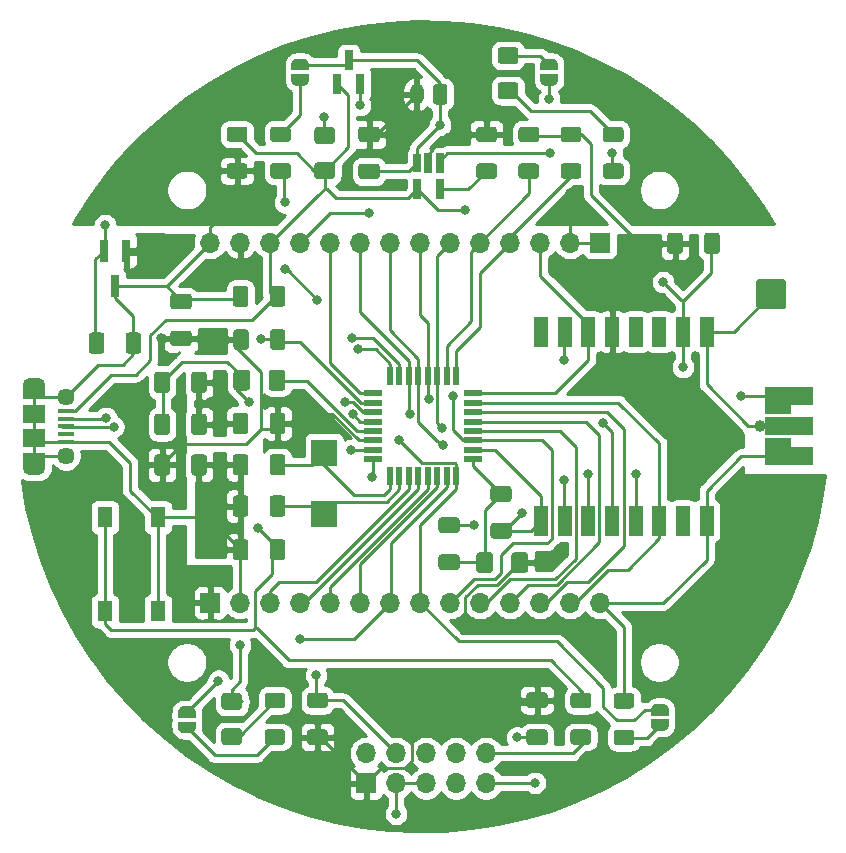
<source format=gtl>
G04 #@! TF.GenerationSoftware,KiCad,Pcbnew,5.1.9+dfsg1-1~bpo10+1*
G04 #@! TF.CreationDate,2021-08-21T15:17:28-04:00*
G04 #@! TF.ProjectId,board,626f6172-642e-46b6-9963-61645f706362,rev?*
G04 #@! TF.SameCoordinates,Original*
G04 #@! TF.FileFunction,Copper,L1,Top*
G04 #@! TF.FilePolarity,Positive*
%FSLAX46Y46*%
G04 Gerber Fmt 4.6, Leading zero omitted, Abs format (unit mm)*
G04 Created by KiCad (PCBNEW 5.1.9+dfsg1-1~bpo10+1) date 2021-08-21 15:17:28*
%MOMM*%
%LPD*%
G01*
G04 APERTURE LIST*
G04 #@! TA.AperFunction,SMDPad,CuDef*
%ADD10R,0.650000X1.700000*%
G04 #@! TD*
G04 #@! TA.AperFunction,SMDPad,CuDef*
%ADD11R,0.650000X1.600000*%
G04 #@! TD*
G04 #@! TA.AperFunction,SMDPad,CuDef*
%ADD12R,1.300000X1.800000*%
G04 #@! TD*
G04 #@! TA.AperFunction,SMDPad,CuDef*
%ADD13R,0.800000X1.700000*%
G04 #@! TD*
G04 #@! TA.AperFunction,ComponentPad*
%ADD14O,1.200000X1.750000*%
G04 #@! TD*
G04 #@! TA.AperFunction,SMDPad,CuDef*
%ADD15C,0.100000*%
G04 #@! TD*
G04 #@! TA.AperFunction,ComponentPad*
%ADD16O,1.700000X1.700000*%
G04 #@! TD*
G04 #@! TA.AperFunction,ComponentPad*
%ADD17R,1.700000X1.700000*%
G04 #@! TD*
G04 #@! TA.AperFunction,SMDPad,CuDef*
%ADD18R,0.800000X1.900000*%
G04 #@! TD*
G04 #@! TA.AperFunction,SMDPad,CuDef*
%ADD19R,1.200000X2.500000*%
G04 #@! TD*
G04 #@! TA.AperFunction,ComponentPad*
%ADD20C,1.000000*%
G04 #@! TD*
G04 #@! TA.AperFunction,SMDPad,CuDef*
%ADD21R,2.200000X1.050000*%
G04 #@! TD*
G04 #@! TA.AperFunction,SMDPad,CuDef*
%ADD22R,4.064000X1.524000*%
G04 #@! TD*
G04 #@! TA.AperFunction,SMDPad,CuDef*
%ADD23R,1.600000X0.550000*%
G04 #@! TD*
G04 #@! TA.AperFunction,SMDPad,CuDef*
%ADD24R,0.550000X1.600000*%
G04 #@! TD*
G04 #@! TA.AperFunction,SMDPad,CuDef*
%ADD25R,1.900000X1.200000*%
G04 #@! TD*
G04 #@! TA.AperFunction,ComponentPad*
%ADD26O,1.900000X1.200000*%
G04 #@! TD*
G04 #@! TA.AperFunction,SMDPad,CuDef*
%ADD27R,1.900000X1.500000*%
G04 #@! TD*
G04 #@! TA.AperFunction,ComponentPad*
%ADD28C,1.450000*%
G04 #@! TD*
G04 #@! TA.AperFunction,SMDPad,CuDef*
%ADD29R,1.350000X0.400000*%
G04 #@! TD*
G04 #@! TA.AperFunction,SMDPad,CuDef*
%ADD30R,2.200000X2.275000*%
G04 #@! TD*
G04 #@! TA.AperFunction,ViaPad*
%ADD31C,0.800000*%
G04 #@! TD*
G04 #@! TA.AperFunction,Conductor*
%ADD32C,0.250000*%
G04 #@! TD*
G04 #@! TA.AperFunction,Conductor*
%ADD33C,0.254000*%
G04 #@! TD*
G04 #@! TA.AperFunction,Conductor*
%ADD34C,0.100000*%
G04 #@! TD*
G04 APERTURE END LIST*
D10*
X151400000Y-79950000D03*
X149500000Y-79950000D03*
D11*
X149500000Y-77750000D03*
D10*
X150450000Y-77750000D03*
X151400000Y-77750000D03*
D12*
X123050000Y-107720000D03*
X127550000Y-107720000D03*
X127550000Y-115680000D03*
X123050000Y-115680000D03*
D13*
X143700000Y-69028000D03*
X144650000Y-71028000D03*
X142750000Y-71028000D03*
D14*
X149450000Y-71900000D03*
G04 #@! TA.AperFunction,ComponentPad*
G36*
G01*
X152050000Y-71274999D02*
X152050000Y-72525001D01*
G75*
G02*
X151800001Y-72775000I-249999J0D01*
G01*
X151099999Y-72775000D01*
G75*
G02*
X150850000Y-72525001I0J249999D01*
G01*
X150850000Y-71274999D01*
G75*
G02*
X151099999Y-71025000I249999J0D01*
G01*
X151800001Y-71025000D01*
G75*
G02*
X152050000Y-71274999I0J-249999D01*
G01*
G37*
G04 #@! TD.AperFunction*
G04 #@! TA.AperFunction,SMDPad,CuDef*
G36*
G01*
X155999501Y-75950000D02*
X154749499Y-75950000D01*
G75*
G02*
X154499500Y-75700001I0J249999D01*
G01*
X154499500Y-74899999D01*
G75*
G02*
X154749499Y-74650000I249999J0D01*
G01*
X155999501Y-74650000D01*
G75*
G02*
X156249500Y-74899999I0J-249999D01*
G01*
X156249500Y-75700001D01*
G75*
G02*
X155999501Y-75950000I-249999J0D01*
G01*
G37*
G04 #@! TD.AperFunction*
G04 #@! TA.AperFunction,SMDPad,CuDef*
G36*
G01*
X155999501Y-79050000D02*
X154749499Y-79050000D01*
G75*
G02*
X154499500Y-78800001I0J249999D01*
G01*
X154499500Y-77999999D01*
G75*
G02*
X154749499Y-77750000I249999J0D01*
G01*
X155999501Y-77750000D01*
G75*
G02*
X156249500Y-77999999I0J-249999D01*
G01*
X156249500Y-78800001D01*
G75*
G02*
X155999501Y-79050000I-249999J0D01*
G01*
G37*
G04 #@! TD.AperFunction*
G04 #@! TA.AperFunction,SMDPad,CuDef*
G36*
G01*
X158324665Y-77750000D02*
X159574667Y-77750000D01*
G75*
G02*
X159824666Y-77999999I0J-249999D01*
G01*
X159824666Y-78800001D01*
G75*
G02*
X159574667Y-79050000I-249999J0D01*
G01*
X158324665Y-79050000D01*
G75*
G02*
X158074666Y-78800001I0J249999D01*
G01*
X158074666Y-77999999D01*
G75*
G02*
X158324665Y-77750000I249999J0D01*
G01*
G37*
G04 #@! TD.AperFunction*
G04 #@! TA.AperFunction,SMDPad,CuDef*
G36*
G01*
X158324665Y-74650000D02*
X159574667Y-74650000D01*
G75*
G02*
X159824666Y-74899999I0J-249999D01*
G01*
X159824666Y-75700001D01*
G75*
G02*
X159574667Y-75950000I-249999J0D01*
G01*
X158324665Y-75950000D01*
G75*
G02*
X158074666Y-75700001I0J249999D01*
G01*
X158074666Y-74899999D01*
G75*
G02*
X158324665Y-74650000I249999J0D01*
G01*
G37*
G04 #@! TD.AperFunction*
G04 #@! TA.AperFunction,SMDPad,CuDef*
G36*
G01*
X161899831Y-77750000D02*
X163149833Y-77750000D01*
G75*
G02*
X163399832Y-77999999I0J-249999D01*
G01*
X163399832Y-78800001D01*
G75*
G02*
X163149833Y-79050000I-249999J0D01*
G01*
X161899831Y-79050000D01*
G75*
G02*
X161649832Y-78800001I0J249999D01*
G01*
X161649832Y-77999999D01*
G75*
G02*
X161899831Y-77750000I249999J0D01*
G01*
G37*
G04 #@! TD.AperFunction*
G04 #@! TA.AperFunction,SMDPad,CuDef*
G36*
G01*
X161899831Y-74650000D02*
X163149833Y-74650000D01*
G75*
G02*
X163399832Y-74899999I0J-249999D01*
G01*
X163399832Y-75700001D01*
G75*
G02*
X163149833Y-75950000I-249999J0D01*
G01*
X161899831Y-75950000D01*
G75*
G02*
X161649832Y-75700001I0J249999D01*
G01*
X161649832Y-74899999D01*
G75*
G02*
X161899831Y-74650000I249999J0D01*
G01*
G37*
G04 #@! TD.AperFunction*
G04 #@! TA.AperFunction,SMDPad,CuDef*
G36*
G01*
X166725001Y-75950000D02*
X165474999Y-75950000D01*
G75*
G02*
X165225000Y-75700001I0J249999D01*
G01*
X165225000Y-74899999D01*
G75*
G02*
X165474999Y-74650000I249999J0D01*
G01*
X166725001Y-74650000D01*
G75*
G02*
X166975000Y-74899999I0J-249999D01*
G01*
X166975000Y-75700001D01*
G75*
G02*
X166725001Y-75950000I-249999J0D01*
G01*
G37*
G04 #@! TD.AperFunction*
G04 #@! TA.AperFunction,SMDPad,CuDef*
G36*
G01*
X166725001Y-79050000D02*
X165474999Y-79050000D01*
G75*
G02*
X165225000Y-78800001I0J249999D01*
G01*
X165225000Y-77999999D01*
G75*
G02*
X165474999Y-77750000I249999J0D01*
G01*
X166725001Y-77750000D01*
G75*
G02*
X166975000Y-77999999I0J-249999D01*
G01*
X166975000Y-78800001D01*
G75*
G02*
X166725001Y-79050000I-249999J0D01*
G01*
G37*
G04 #@! TD.AperFunction*
G04 #@! TA.AperFunction,SMDPad,CuDef*
G36*
G01*
X137042500Y-93291667D02*
X137042500Y-92041665D01*
G75*
G02*
X137292499Y-91791666I249999J0D01*
G01*
X138092501Y-91791666D01*
G75*
G02*
X138342500Y-92041665I0J-249999D01*
G01*
X138342500Y-93291667D01*
G75*
G02*
X138092501Y-93541666I-249999J0D01*
G01*
X137292499Y-93541666D01*
G75*
G02*
X137042500Y-93291667I0J249999D01*
G01*
G37*
G04 #@! TD.AperFunction*
G04 #@! TA.AperFunction,SMDPad,CuDef*
G36*
G01*
X133942500Y-93291667D02*
X133942500Y-92041665D01*
G75*
G02*
X134192499Y-91791666I249999J0D01*
G01*
X134992501Y-91791666D01*
G75*
G02*
X135242500Y-92041665I0J-249999D01*
G01*
X135242500Y-93291667D01*
G75*
G02*
X134992501Y-93541666I-249999J0D01*
G01*
X134192499Y-93541666D01*
G75*
G02*
X133942500Y-93291667I0J249999D01*
G01*
G37*
G04 #@! TD.AperFunction*
G04 #@! TA.AperFunction,SMDPad,CuDef*
G36*
G01*
X138075001Y-123865000D02*
X136824999Y-123865000D01*
G75*
G02*
X136575000Y-123615001I0J249999D01*
G01*
X136575000Y-122814999D01*
G75*
G02*
X136824999Y-122565000I249999J0D01*
G01*
X138075001Y-122565000D01*
G75*
G02*
X138325000Y-122814999I0J-249999D01*
G01*
X138325000Y-123615001D01*
G75*
G02*
X138075001Y-123865000I-249999J0D01*
G01*
G37*
G04 #@! TD.AperFunction*
G04 #@! TA.AperFunction,SMDPad,CuDef*
G36*
G01*
X138075001Y-126965000D02*
X136824999Y-126965000D01*
G75*
G02*
X136575000Y-126715001I0J249999D01*
G01*
X136575000Y-125914999D01*
G75*
G02*
X136824999Y-125665000I249999J0D01*
G01*
X138075001Y-125665000D01*
G75*
G02*
X138325000Y-125914999I0J-249999D01*
G01*
X138325000Y-126715001D01*
G75*
G02*
X138075001Y-126965000I-249999J0D01*
G01*
G37*
G04 #@! TD.AperFunction*
G04 #@! TA.AperFunction,SMDPad,CuDef*
G36*
G01*
X167625001Y-123900000D02*
X166374999Y-123900000D01*
G75*
G02*
X166125000Y-123650001I0J249999D01*
G01*
X166125000Y-122849999D01*
G75*
G02*
X166374999Y-122600000I249999J0D01*
G01*
X167625001Y-122600000D01*
G75*
G02*
X167875000Y-122849999I0J-249999D01*
G01*
X167875000Y-123650001D01*
G75*
G02*
X167625001Y-123900000I-249999J0D01*
G01*
G37*
G04 #@! TD.AperFunction*
G04 #@! TA.AperFunction,SMDPad,CuDef*
G36*
G01*
X167625001Y-127000000D02*
X166374999Y-127000000D01*
G75*
G02*
X166125000Y-126750001I0J249999D01*
G01*
X166125000Y-125949999D01*
G75*
G02*
X166374999Y-125700000I249999J0D01*
G01*
X167625001Y-125700000D01*
G75*
G02*
X167875000Y-125949999I0J-249999D01*
G01*
X167875000Y-126750001D01*
G75*
G02*
X167625001Y-127000000I-249999J0D01*
G01*
G37*
G04 #@! TD.AperFunction*
G04 #@! TA.AperFunction,SMDPad,CuDef*
G36*
G01*
X137308999Y-77727500D02*
X138559001Y-77727500D01*
G75*
G02*
X138809000Y-77977499I0J-249999D01*
G01*
X138809000Y-78777501D01*
G75*
G02*
X138559001Y-79027500I-249999J0D01*
G01*
X137308999Y-79027500D01*
G75*
G02*
X137059000Y-78777501I0J249999D01*
G01*
X137059000Y-77977499D01*
G75*
G02*
X137308999Y-77727500I249999J0D01*
G01*
G37*
G04 #@! TD.AperFunction*
G04 #@! TA.AperFunction,SMDPad,CuDef*
G36*
G01*
X137308999Y-74627500D02*
X138559001Y-74627500D01*
G75*
G02*
X138809000Y-74877499I0J-249999D01*
G01*
X138809000Y-75677501D01*
G75*
G02*
X138559001Y-75927500I-249999J0D01*
G01*
X137308999Y-75927500D01*
G75*
G02*
X137059000Y-75677501I0J249999D01*
G01*
X137059000Y-74877499D01*
G75*
G02*
X137308999Y-74627500I249999J0D01*
G01*
G37*
G04 #@! TD.AperFunction*
G04 #@! TA.AperFunction,SMDPad,CuDef*
G36*
G01*
X163975001Y-123865000D02*
X162724999Y-123865000D01*
G75*
G02*
X162475000Y-123615001I0J249999D01*
G01*
X162475000Y-122814999D01*
G75*
G02*
X162724999Y-122565000I249999J0D01*
G01*
X163975001Y-122565000D01*
G75*
G02*
X164225000Y-122814999I0J-249999D01*
G01*
X164225000Y-123615001D01*
G75*
G02*
X163975001Y-123865000I-249999J0D01*
G01*
G37*
G04 #@! TD.AperFunction*
G04 #@! TA.AperFunction,SMDPad,CuDef*
G36*
G01*
X163975001Y-126965000D02*
X162724999Y-126965000D01*
G75*
G02*
X162475000Y-126715001I0J249999D01*
G01*
X162475000Y-125914999D01*
G75*
G02*
X162724999Y-125665000I249999J0D01*
G01*
X163975001Y-125665000D01*
G75*
G02*
X164225000Y-125914999I0J-249999D01*
G01*
X164225000Y-126715001D01*
G75*
G02*
X163975001Y-126965000I-249999J0D01*
G01*
G37*
G04 #@! TD.AperFunction*
G04 #@! TA.AperFunction,SMDPad,CuDef*
G36*
G01*
X141675001Y-123865000D02*
X140424999Y-123865000D01*
G75*
G02*
X140175000Y-123615001I0J249999D01*
G01*
X140175000Y-122814999D01*
G75*
G02*
X140424999Y-122565000I249999J0D01*
G01*
X141675001Y-122565000D01*
G75*
G02*
X141925000Y-122814999I0J-249999D01*
G01*
X141925000Y-123615001D01*
G75*
G02*
X141675001Y-123865000I-249999J0D01*
G01*
G37*
G04 #@! TD.AperFunction*
G04 #@! TA.AperFunction,SMDPad,CuDef*
G36*
G01*
X141675001Y-126965000D02*
X140424999Y-126965000D01*
G75*
G02*
X140175000Y-126715001I0J249999D01*
G01*
X140175000Y-125914999D01*
G75*
G02*
X140424999Y-125665000I249999J0D01*
G01*
X141675001Y-125665000D01*
G75*
G02*
X141925000Y-125914999I0J-249999D01*
G01*
X141925000Y-126715001D01*
G75*
G02*
X141675001Y-126965000I-249999J0D01*
G01*
G37*
G04 #@! TD.AperFunction*
G04 #@! TA.AperFunction,SMDPad,CuDef*
D15*
G36*
X159918602Y-69378000D02*
G01*
X159918602Y-69353466D01*
X159923412Y-69304635D01*
X159932984Y-69256510D01*
X159947228Y-69209555D01*
X159966005Y-69164222D01*
X159989136Y-69120949D01*
X160016396Y-69080150D01*
X160047524Y-69042221D01*
X160082221Y-69007524D01*
X160120150Y-68976396D01*
X160160949Y-68949136D01*
X160204222Y-68926005D01*
X160249555Y-68907228D01*
X160296510Y-68892984D01*
X160344635Y-68883412D01*
X160393466Y-68878602D01*
X160418000Y-68878602D01*
X160418000Y-68878000D01*
X160918000Y-68878000D01*
X160918000Y-68878602D01*
X160942534Y-68878602D01*
X160991365Y-68883412D01*
X161039490Y-68892984D01*
X161086445Y-68907228D01*
X161131778Y-68926005D01*
X161175051Y-68949136D01*
X161215850Y-68976396D01*
X161253779Y-69007524D01*
X161288476Y-69042221D01*
X161319604Y-69080150D01*
X161346864Y-69120949D01*
X161369995Y-69164222D01*
X161388772Y-69209555D01*
X161403016Y-69256510D01*
X161412588Y-69304635D01*
X161417398Y-69353466D01*
X161417398Y-69378000D01*
X161418000Y-69378000D01*
X161418000Y-69878000D01*
X159918000Y-69878000D01*
X159918000Y-69378000D01*
X159918602Y-69378000D01*
G37*
G04 #@! TD.AperFunction*
G04 #@! TA.AperFunction,SMDPad,CuDef*
G36*
X161418000Y-70178000D02*
G01*
X161418000Y-70678000D01*
X161417398Y-70678000D01*
X161417398Y-70702534D01*
X161412588Y-70751365D01*
X161403016Y-70799490D01*
X161388772Y-70846445D01*
X161369995Y-70891778D01*
X161346864Y-70935051D01*
X161319604Y-70975850D01*
X161288476Y-71013779D01*
X161253779Y-71048476D01*
X161215850Y-71079604D01*
X161175051Y-71106864D01*
X161131778Y-71129995D01*
X161086445Y-71148772D01*
X161039490Y-71163016D01*
X160991365Y-71172588D01*
X160942534Y-71177398D01*
X160918000Y-71177398D01*
X160918000Y-71178000D01*
X160418000Y-71178000D01*
X160418000Y-71177398D01*
X160393466Y-71177398D01*
X160344635Y-71172588D01*
X160296510Y-71163016D01*
X160249555Y-71148772D01*
X160204222Y-71129995D01*
X160160949Y-71106864D01*
X160120150Y-71079604D01*
X160082221Y-71048476D01*
X160047524Y-71013779D01*
X160016396Y-70975850D01*
X159989136Y-70935051D01*
X159966005Y-70891778D01*
X159947228Y-70846445D01*
X159932984Y-70799490D01*
X159923412Y-70751365D01*
X159918602Y-70702534D01*
X159918602Y-70678000D01*
X159918000Y-70678000D01*
X159918000Y-70178000D01*
X161418000Y-70178000D01*
G37*
G04 #@! TD.AperFunction*
D16*
X164986000Y-114960600D03*
X162446000Y-114960600D03*
X159906000Y-114960600D03*
X157366000Y-114960600D03*
X154826000Y-114960600D03*
X152286000Y-114960600D03*
X149746000Y-114960600D03*
X147206000Y-114960600D03*
X144666000Y-114960600D03*
X142126000Y-114960600D03*
X139586000Y-114960600D03*
X137046000Y-114960600D03*
X134506000Y-114960600D03*
D17*
X131966000Y-114960600D03*
G04 #@! TA.AperFunction,SMDPad,CuDef*
G36*
G01*
X157825000Y-69325000D02*
X156575000Y-69325000D01*
G75*
G02*
X156325000Y-69075000I0J250000D01*
G01*
X156325000Y-68150000D01*
G75*
G02*
X156575000Y-67900000I250000J0D01*
G01*
X157825000Y-67900000D01*
G75*
G02*
X158075000Y-68150000I0J-250000D01*
G01*
X158075000Y-69075000D01*
G75*
G02*
X157825000Y-69325000I-250000J0D01*
G01*
G37*
G04 #@! TD.AperFunction*
G04 #@! TA.AperFunction,SMDPad,CuDef*
G36*
G01*
X157825000Y-72300000D02*
X156575000Y-72300000D01*
G75*
G02*
X156325000Y-72050000I0J250000D01*
G01*
X156325000Y-71125000D01*
G75*
G02*
X156575000Y-70875000I250000J0D01*
G01*
X157825000Y-70875000D01*
G75*
G02*
X158075000Y-71125000I0J-250000D01*
G01*
X158075000Y-72050000D01*
G75*
G02*
X157825000Y-72300000I-250000J0D01*
G01*
G37*
G04 #@! TD.AperFunction*
G04 #@! TA.AperFunction,SMDPad,CuDef*
G36*
G01*
X141041000Y-77647500D02*
X142291000Y-77647500D01*
G75*
G02*
X142541000Y-77897500I0J-250000D01*
G01*
X142541000Y-78822500D01*
G75*
G02*
X142291000Y-79072500I-250000J0D01*
G01*
X141041000Y-79072500D01*
G75*
G02*
X140791000Y-78822500I0J250000D01*
G01*
X140791000Y-77897500D01*
G75*
G02*
X141041000Y-77647500I250000J0D01*
G01*
G37*
G04 #@! TD.AperFunction*
G04 #@! TA.AperFunction,SMDPad,CuDef*
G36*
G01*
X141041000Y-74672500D02*
X142291000Y-74672500D01*
G75*
G02*
X142541000Y-74922500I0J-250000D01*
G01*
X142541000Y-75847500D01*
G75*
G02*
X142291000Y-76097500I-250000J0D01*
G01*
X141041000Y-76097500D01*
G75*
G02*
X140791000Y-75847500I0J250000D01*
G01*
X140791000Y-74922500D01*
G75*
G02*
X141041000Y-74672500I250000J0D01*
G01*
G37*
G04 #@! TD.AperFunction*
G04 #@! TA.AperFunction,SMDPad,CuDef*
G36*
G01*
X130364500Y-103925003D02*
X130364500Y-102624997D01*
G75*
G02*
X130614497Y-102375000I249997J0D01*
G01*
X131439503Y-102375000D01*
G75*
G02*
X131689500Y-102624997I0J-249997D01*
G01*
X131689500Y-103925003D01*
G75*
G02*
X131439503Y-104175000I-249997J0D01*
G01*
X130614497Y-104175000D01*
G75*
G02*
X130364500Y-103925003I0J249997D01*
G01*
G37*
G04 #@! TD.AperFunction*
G04 #@! TA.AperFunction,SMDPad,CuDef*
G36*
G01*
X127239500Y-103925003D02*
X127239500Y-102624997D01*
G75*
G02*
X127489497Y-102375000I249997J0D01*
G01*
X128314503Y-102375000D01*
G75*
G02*
X128564500Y-102624997I0J-249997D01*
G01*
X128564500Y-103925003D01*
G75*
G02*
X128314503Y-104175000I-249997J0D01*
G01*
X127489497Y-104175000D01*
G75*
G02*
X127239500Y-103925003I0J249997D01*
G01*
G37*
G04 #@! TD.AperFunction*
G04 #@! TA.AperFunction,SMDPad,CuDef*
G36*
G01*
X135212500Y-99119995D02*
X135212500Y-100420001D01*
G75*
G02*
X134962503Y-100669998I-249997J0D01*
G01*
X134137497Y-100669998D01*
G75*
G02*
X133887500Y-100420001I0J249997D01*
G01*
X133887500Y-99119995D01*
G75*
G02*
X134137497Y-98869998I249997J0D01*
G01*
X134962503Y-98869998D01*
G75*
G02*
X135212500Y-99119995I0J-249997D01*
G01*
G37*
G04 #@! TD.AperFunction*
G04 #@! TA.AperFunction,SMDPad,CuDef*
G36*
G01*
X138337500Y-99119995D02*
X138337500Y-100420001D01*
G75*
G02*
X138087503Y-100669998I-249997J0D01*
G01*
X137262497Y-100669998D01*
G75*
G02*
X137012500Y-100420001I0J249997D01*
G01*
X137012500Y-99119995D01*
G75*
G02*
X137262497Y-98869998I249997J0D01*
G01*
X138087503Y-98869998D01*
G75*
G02*
X138337500Y-99119995I0J-249997D01*
G01*
G37*
G04 #@! TD.AperFunction*
G04 #@! TA.AperFunction,SMDPad,CuDef*
G36*
G01*
X130362500Y-100496003D02*
X130362500Y-99195997D01*
G75*
G02*
X130612497Y-98946000I249997J0D01*
G01*
X131437503Y-98946000D01*
G75*
G02*
X131687500Y-99195997I0J-249997D01*
G01*
X131687500Y-100496003D01*
G75*
G02*
X131437503Y-100746000I-249997J0D01*
G01*
X130612497Y-100746000D01*
G75*
G02*
X130362500Y-100496003I0J249997D01*
G01*
G37*
G04 #@! TD.AperFunction*
G04 #@! TA.AperFunction,SMDPad,CuDef*
G36*
G01*
X127237500Y-100496003D02*
X127237500Y-99195997D01*
G75*
G02*
X127487497Y-98946000I249997J0D01*
G01*
X128312503Y-98946000D01*
G75*
G02*
X128562500Y-99195997I0J-249997D01*
G01*
X128562500Y-100496003D01*
G75*
G02*
X128312503Y-100746000I-249997J0D01*
G01*
X127487497Y-100746000D01*
G75*
G02*
X127237500Y-100496003I0J249997D01*
G01*
G37*
G04 #@! TD.AperFunction*
G04 #@! TA.AperFunction,SMDPad,CuDef*
G36*
G01*
X155953997Y-108200000D02*
X157254003Y-108200000D01*
G75*
G02*
X157504000Y-108449997I0J-249997D01*
G01*
X157504000Y-109275003D01*
G75*
G02*
X157254003Y-109525000I-249997J0D01*
G01*
X155953997Y-109525000D01*
G75*
G02*
X155704000Y-109275003I0J249997D01*
G01*
X155704000Y-108449997D01*
G75*
G02*
X155953997Y-108200000I249997J0D01*
G01*
G37*
G04 #@! TD.AperFunction*
G04 #@! TA.AperFunction,SMDPad,CuDef*
G36*
G01*
X155953997Y-105075000D02*
X157254003Y-105075000D01*
G75*
G02*
X157504000Y-105324997I0J-249997D01*
G01*
X157504000Y-106150003D01*
G75*
G02*
X157254003Y-106400000I-249997J0D01*
G01*
X155953997Y-106400000D01*
G75*
G02*
X155704000Y-106150003I0J249997D01*
G01*
X155704000Y-105324997D01*
G75*
G02*
X155953997Y-105075000I249997J0D01*
G01*
G37*
G04 #@! TD.AperFunction*
G04 #@! TA.AperFunction,SMDPad,CuDef*
G36*
G01*
X130362500Y-96940003D02*
X130362500Y-95639997D01*
G75*
G02*
X130612497Y-95390000I249997J0D01*
G01*
X131437503Y-95390000D01*
G75*
G02*
X131687500Y-95639997I0J-249997D01*
G01*
X131687500Y-96940003D01*
G75*
G02*
X131437503Y-97190000I-249997J0D01*
G01*
X130612497Y-97190000D01*
G75*
G02*
X130362500Y-96940003I0J249997D01*
G01*
G37*
G04 #@! TD.AperFunction*
G04 #@! TA.AperFunction,SMDPad,CuDef*
G36*
G01*
X127237500Y-96940003D02*
X127237500Y-95639997D01*
G75*
G02*
X127487497Y-95390000I249997J0D01*
G01*
X128312503Y-95390000D01*
G75*
G02*
X128562500Y-95639997I0J-249997D01*
G01*
X128562500Y-96940003D01*
G75*
G02*
X128312503Y-97190000I-249997J0D01*
G01*
X127487497Y-97190000D01*
G75*
G02*
X127237500Y-96940003I0J249997D01*
G01*
G37*
G04 #@! TD.AperFunction*
G04 #@! TA.AperFunction,SMDPad,CuDef*
G36*
G01*
X152850003Y-109050000D02*
X151549997Y-109050000D01*
G75*
G02*
X151300000Y-108800003I0J249997D01*
G01*
X151300000Y-107974997D01*
G75*
G02*
X151549997Y-107725000I249997J0D01*
G01*
X152850003Y-107725000D01*
G75*
G02*
X153100000Y-107974997I0J-249997D01*
G01*
X153100000Y-108800003D01*
G75*
G02*
X152850003Y-109050000I-249997J0D01*
G01*
G37*
G04 #@! TD.AperFunction*
G04 #@! TA.AperFunction,SMDPad,CuDef*
G36*
G01*
X152850003Y-112175000D02*
X151549997Y-112175000D01*
G75*
G02*
X151300000Y-111925003I0J249997D01*
G01*
X151300000Y-111099997D01*
G75*
G02*
X151549997Y-110850000I249997J0D01*
G01*
X152850003Y-110850000D01*
G75*
G02*
X153100000Y-111099997I0J-249997D01*
G01*
X153100000Y-111925003D01*
G75*
G02*
X152850003Y-112175000I-249997J0D01*
G01*
G37*
G04 #@! TD.AperFunction*
G04 #@! TA.AperFunction,SMDPad,CuDef*
G36*
G01*
X137012500Y-107413333D02*
X137012500Y-106113327D01*
G75*
G02*
X137262497Y-105863330I249997J0D01*
G01*
X138087503Y-105863330D01*
G75*
G02*
X138337500Y-106113327I0J-249997D01*
G01*
X138337500Y-107413333D01*
G75*
G02*
X138087503Y-107663330I-249997J0D01*
G01*
X137262497Y-107663330D01*
G75*
G02*
X137012500Y-107413333I0J249997D01*
G01*
G37*
G04 #@! TD.AperFunction*
G04 #@! TA.AperFunction,SMDPad,CuDef*
G36*
G01*
X133887500Y-107413333D02*
X133887500Y-106113327D01*
G75*
G02*
X134137497Y-105863330I249997J0D01*
G01*
X134962503Y-105863330D01*
G75*
G02*
X135212500Y-106113327I0J-249997D01*
G01*
X135212500Y-107413333D01*
G75*
G02*
X134962503Y-107663330I-249997J0D01*
G01*
X134137497Y-107663330D01*
G75*
G02*
X133887500Y-107413333I0J249997D01*
G01*
G37*
G04 #@! TD.AperFunction*
G04 #@! TA.AperFunction,SMDPad,CuDef*
G36*
G01*
X146078003Y-75957500D02*
X144777997Y-75957500D01*
G75*
G02*
X144528000Y-75707503I0J249997D01*
G01*
X144528000Y-74882497D01*
G75*
G02*
X144777997Y-74632500I249997J0D01*
G01*
X146078003Y-74632500D01*
G75*
G02*
X146328000Y-74882497I0J-249997D01*
G01*
X146328000Y-75707503D01*
G75*
G02*
X146078003Y-75957500I-249997J0D01*
G01*
G37*
G04 #@! TD.AperFunction*
G04 #@! TA.AperFunction,SMDPad,CuDef*
G36*
G01*
X146078003Y-79082500D02*
X144777997Y-79082500D01*
G75*
G02*
X144528000Y-78832503I0J249997D01*
G01*
X144528000Y-78007497D01*
G75*
G02*
X144777997Y-77757500I249997J0D01*
G01*
X146078003Y-77757500D01*
G75*
G02*
X146328000Y-78007497I0J-249997D01*
G01*
X146328000Y-78832503D01*
G75*
G02*
X146078003Y-79082500I-249997J0D01*
G01*
G37*
G04 #@! TD.AperFunction*
G04 #@! TA.AperFunction,SMDPad,CuDef*
G36*
G01*
X137012500Y-103916667D02*
X137012500Y-102616661D01*
G75*
G02*
X137262497Y-102366664I249997J0D01*
G01*
X138087503Y-102366664D01*
G75*
G02*
X138337500Y-102616661I0J-249997D01*
G01*
X138337500Y-103916667D01*
G75*
G02*
X138087503Y-104166664I-249997J0D01*
G01*
X137262497Y-104166664D01*
G75*
G02*
X137012500Y-103916667I0J249997D01*
G01*
G37*
G04 #@! TD.AperFunction*
G04 #@! TA.AperFunction,SMDPad,CuDef*
G36*
G01*
X133887500Y-103916667D02*
X133887500Y-102616661D01*
G75*
G02*
X134137497Y-102366664I249997J0D01*
G01*
X134962503Y-102366664D01*
G75*
G02*
X135212500Y-102616661I0J-249997D01*
G01*
X135212500Y-103916667D01*
G75*
G02*
X134962503Y-104166664I-249997J0D01*
G01*
X134137497Y-104166664D01*
G75*
G02*
X133887500Y-103916667I0J249997D01*
G01*
G37*
G04 #@! TD.AperFunction*
G04 #@! TA.AperFunction,SMDPad,CuDef*
G36*
G01*
X135212500Y-109809997D02*
X135212500Y-111110003D01*
G75*
G02*
X134962503Y-111360000I-249997J0D01*
G01*
X134137497Y-111360000D01*
G75*
G02*
X133887500Y-111110003I0J249997D01*
G01*
X133887500Y-109809997D01*
G75*
G02*
X134137497Y-109560000I249997J0D01*
G01*
X134962503Y-109560000D01*
G75*
G02*
X135212500Y-109809997I0J-249997D01*
G01*
G37*
G04 #@! TD.AperFunction*
G04 #@! TA.AperFunction,SMDPad,CuDef*
G36*
G01*
X138337500Y-109809997D02*
X138337500Y-111110003D01*
G75*
G02*
X138087503Y-111360000I-249997J0D01*
G01*
X137262497Y-111360000D01*
G75*
G02*
X137012500Y-111110003I0J249997D01*
G01*
X137012500Y-109809997D01*
G75*
G02*
X137262497Y-109560000I249997J0D01*
G01*
X138087503Y-109560000D01*
G75*
G02*
X138337500Y-109809997I0J-249997D01*
G01*
G37*
G04 #@! TD.AperFunction*
G04 #@! TA.AperFunction,SMDPad,CuDef*
G36*
G01*
X173796500Y-85156003D02*
X173796500Y-83855997D01*
G75*
G02*
X174046497Y-83606000I249997J0D01*
G01*
X174871503Y-83606000D01*
G75*
G02*
X175121500Y-83855997I0J-249997D01*
G01*
X175121500Y-85156003D01*
G75*
G02*
X174871503Y-85406000I-249997J0D01*
G01*
X174046497Y-85406000D01*
G75*
G02*
X173796500Y-85156003I0J249997D01*
G01*
G37*
G04 #@! TD.AperFunction*
G04 #@! TA.AperFunction,SMDPad,CuDef*
G36*
G01*
X170671500Y-85156003D02*
X170671500Y-83855997D01*
G75*
G02*
X170921497Y-83606000I249997J0D01*
G01*
X171746503Y-83606000D01*
G75*
G02*
X171996500Y-83855997I0J-249997D01*
G01*
X171996500Y-85156003D01*
G75*
G02*
X171746503Y-85406000I-249997J0D01*
G01*
X170921497Y-85406000D01*
G75*
G02*
X170671500Y-85156003I0J249997D01*
G01*
G37*
G04 #@! TD.AperFunction*
G04 #@! TA.AperFunction,SMDPad,CuDef*
G36*
G01*
X158999997Y-125665000D02*
X160300003Y-125665000D01*
G75*
G02*
X160550000Y-125914997I0J-249997D01*
G01*
X160550000Y-126740003D01*
G75*
G02*
X160300003Y-126990000I-249997J0D01*
G01*
X158999997Y-126990000D01*
G75*
G02*
X158750000Y-126740003I0J249997D01*
G01*
X158750000Y-125914997D01*
G75*
G02*
X158999997Y-125665000I249997J0D01*
G01*
G37*
G04 #@! TD.AperFunction*
G04 #@! TA.AperFunction,SMDPad,CuDef*
G36*
G01*
X158999997Y-122540000D02*
X160300003Y-122540000D01*
G75*
G02*
X160550000Y-122789997I0J-249997D01*
G01*
X160550000Y-123615003D01*
G75*
G02*
X160300003Y-123865000I-249997J0D01*
G01*
X158999997Y-123865000D01*
G75*
G02*
X158750000Y-123615003I0J249997D01*
G01*
X158750000Y-122789997D01*
G75*
G02*
X158999997Y-122540000I249997J0D01*
G01*
G37*
G04 #@! TD.AperFunction*
G04 #@! TA.AperFunction,SMDPad,CuDef*
G36*
G01*
X130150003Y-90100000D02*
X128849997Y-90100000D01*
G75*
G02*
X128600000Y-89850003I0J249997D01*
G01*
X128600000Y-89024997D01*
G75*
G02*
X128849997Y-88775000I249997J0D01*
G01*
X130150003Y-88775000D01*
G75*
G02*
X130400000Y-89024997I0J-249997D01*
G01*
X130400000Y-89850003D01*
G75*
G02*
X130150003Y-90100000I-249997J0D01*
G01*
G37*
G04 #@! TD.AperFunction*
G04 #@! TA.AperFunction,SMDPad,CuDef*
G36*
G01*
X130150003Y-93225000D02*
X128849997Y-93225000D01*
G75*
G02*
X128600000Y-92975003I0J249997D01*
G01*
X128600000Y-92149997D01*
G75*
G02*
X128849997Y-91900000I249997J0D01*
G01*
X130150003Y-91900000D01*
G75*
G02*
X130400000Y-92149997I0J-249997D01*
G01*
X130400000Y-92975003D01*
G75*
G02*
X130150003Y-93225000I-249997J0D01*
G01*
G37*
G04 #@! TD.AperFunction*
G04 #@! TA.AperFunction,SMDPad,CuDef*
G36*
G01*
X124814200Y-93614203D02*
X124814200Y-92314197D01*
G75*
G02*
X125064197Y-92064200I249997J0D01*
G01*
X125889203Y-92064200D01*
G75*
G02*
X126139200Y-92314197I0J-249997D01*
G01*
X126139200Y-93614203D01*
G75*
G02*
X125889203Y-93864200I-249997J0D01*
G01*
X125064197Y-93864200D01*
G75*
G02*
X124814200Y-93614203I0J249997D01*
G01*
G37*
G04 #@! TD.AperFunction*
G04 #@! TA.AperFunction,SMDPad,CuDef*
G36*
G01*
X121689200Y-93614203D02*
X121689200Y-92314197D01*
G75*
G02*
X121939197Y-92064200I249997J0D01*
G01*
X122764203Y-92064200D01*
G75*
G02*
X123014200Y-92314197I0J-249997D01*
G01*
X123014200Y-93614203D01*
G75*
G02*
X122764203Y-93864200I-249997J0D01*
G01*
X121939197Y-93864200D01*
G75*
G02*
X121689200Y-93614203I0J249997D01*
G01*
G37*
G04 #@! TD.AperFunction*
D18*
X123900000Y-88150000D03*
X122950000Y-85150000D03*
X124850000Y-85150000D03*
D17*
X164986000Y-84460000D03*
D16*
X162446000Y-84460000D03*
X159906000Y-84460000D03*
X157366000Y-84460000D03*
X154826000Y-84460000D03*
X152286000Y-84460000D03*
X149746000Y-84460000D03*
X147206000Y-84460000D03*
X144666000Y-84460000D03*
X142126000Y-84460000D03*
X139586000Y-84460000D03*
X137046000Y-84460000D03*
X134506000Y-84460000D03*
X131966000Y-84460000D03*
D19*
X160000000Y-92000000D03*
X162000000Y-92000000D03*
X164000000Y-92000000D03*
X166000000Y-92000000D03*
X168000000Y-92000000D03*
X170000000Y-92000000D03*
X172000000Y-92000000D03*
X174000000Y-92000000D03*
X174000000Y-108000000D03*
X172000000Y-108000000D03*
X170000000Y-108000000D03*
X168000000Y-108000000D03*
X166000000Y-108000000D03*
X164000000Y-108000000D03*
X162000000Y-108000000D03*
X160000000Y-108000000D03*
G04 #@! TA.AperFunction,SMDPad,CuDef*
G36*
G01*
X133175000Y-125562500D02*
X134425000Y-125562500D01*
G75*
G02*
X134675000Y-125812500I0J-250000D01*
G01*
X134675000Y-126737500D01*
G75*
G02*
X134425000Y-126987500I-250000J0D01*
G01*
X133175000Y-126987500D01*
G75*
G02*
X132925000Y-126737500I0J250000D01*
G01*
X132925000Y-125812500D01*
G75*
G02*
X133175000Y-125562500I250000J0D01*
G01*
G37*
G04 #@! TD.AperFunction*
G04 #@! TA.AperFunction,SMDPad,CuDef*
G36*
G01*
X133175000Y-122587500D02*
X134425000Y-122587500D01*
G75*
G02*
X134675000Y-122837500I0J-250000D01*
G01*
X134675000Y-123762500D01*
G75*
G02*
X134425000Y-124012500I-250000J0D01*
G01*
X133175000Y-124012500D01*
G75*
G02*
X132925000Y-123762500I0J250000D01*
G01*
X132925000Y-122837500D01*
G75*
G02*
X133175000Y-122587500I250000J0D01*
G01*
G37*
G04 #@! TD.AperFunction*
D16*
X155334000Y-127686000D03*
X155334000Y-130226000D03*
X152794000Y-127686000D03*
X152794000Y-130226000D03*
X150254000Y-127686000D03*
X150254000Y-130226000D03*
X147714000Y-127686000D03*
X147714000Y-130226000D03*
X145174000Y-127686000D03*
D17*
X145174000Y-130226000D03*
D20*
X178550000Y-100000000D03*
D21*
X180070000Y-98470000D03*
X180070000Y-101530000D03*
D22*
X181000000Y-100000000D03*
X181000000Y-97460000D03*
X181000000Y-102540000D03*
D23*
X145750000Y-102800000D03*
X145750000Y-102000000D03*
X145750000Y-101200000D03*
X145750000Y-100400000D03*
X145750000Y-99600000D03*
X145750000Y-98800000D03*
X145750000Y-98000000D03*
X145750000Y-97200000D03*
D24*
X147200000Y-95750000D03*
X148000000Y-95750000D03*
X148800000Y-95750000D03*
X149600000Y-95750000D03*
X150400000Y-95750000D03*
X151200000Y-95750000D03*
X152000000Y-95750000D03*
X152800000Y-95750000D03*
D23*
X154250000Y-97200000D03*
X154250000Y-98000000D03*
X154250000Y-98800000D03*
X154250000Y-99600000D03*
X154250000Y-100400000D03*
X154250000Y-101200000D03*
X154250000Y-102000000D03*
X154250000Y-102800000D03*
D24*
X152800000Y-104250000D03*
X152000000Y-104250000D03*
X151200000Y-104250000D03*
X150400000Y-104250000D03*
X149600000Y-104250000D03*
X148800000Y-104250000D03*
X148000000Y-104250000D03*
X147200000Y-104250000D03*
D25*
X117062500Y-97100000D03*
X117062500Y-102900000D03*
D26*
X117062500Y-103500000D03*
X117062500Y-96500000D03*
D27*
X117062500Y-99000000D03*
D28*
X119762500Y-102500000D03*
D29*
X119762500Y-100000000D03*
X119762500Y-100650000D03*
X119762500Y-101300000D03*
X119762500Y-98700000D03*
X119762500Y-99350000D03*
D28*
X119762500Y-97500000D03*
D27*
X117062500Y-101000000D03*
G04 #@! TA.AperFunction,SMDPad,CuDef*
G36*
G01*
X154500000Y-112175000D02*
X154500000Y-110925000D01*
G75*
G02*
X154750000Y-110675000I250000J0D01*
G01*
X155675000Y-110675000D01*
G75*
G02*
X155925000Y-110925000I0J-250000D01*
G01*
X155925000Y-112175000D01*
G75*
G02*
X155675000Y-112425000I-250000J0D01*
G01*
X154750000Y-112425000D01*
G75*
G02*
X154500000Y-112175000I0J250000D01*
G01*
G37*
G04 #@! TD.AperFunction*
G04 #@! TA.AperFunction,SMDPad,CuDef*
G36*
G01*
X157475000Y-112175000D02*
X157475000Y-110925000D01*
G75*
G02*
X157725000Y-110675000I250000J0D01*
G01*
X158650000Y-110675000D01*
G75*
G02*
X158900000Y-110925000I0J-250000D01*
G01*
X158900000Y-112175000D01*
G75*
G02*
X158650000Y-112425000I-250000J0D01*
G01*
X157725000Y-112425000D01*
G75*
G02*
X157475000Y-112175000I0J250000D01*
G01*
G37*
G04 #@! TD.AperFunction*
G04 #@! TA.AperFunction,SMDPad,CuDef*
G36*
G01*
X135367500Y-95478332D02*
X135367500Y-96728332D01*
G75*
G02*
X135117500Y-96978332I-250000J0D01*
G01*
X134192500Y-96978332D01*
G75*
G02*
X133942500Y-96728332I0J250000D01*
G01*
X133942500Y-95478332D01*
G75*
G02*
X134192500Y-95228332I250000J0D01*
G01*
X135117500Y-95228332D01*
G75*
G02*
X135367500Y-95478332I0J-250000D01*
G01*
G37*
G04 #@! TD.AperFunction*
G04 #@! TA.AperFunction,SMDPad,CuDef*
G36*
G01*
X138342500Y-95478332D02*
X138342500Y-96728332D01*
G75*
G02*
X138092500Y-96978332I-250000J0D01*
G01*
X137167500Y-96978332D01*
G75*
G02*
X136917500Y-96728332I0J250000D01*
G01*
X136917500Y-95478332D01*
G75*
G02*
X137167500Y-95228332I250000J0D01*
G01*
X138092500Y-95228332D01*
G75*
G02*
X138342500Y-95478332I0J-250000D01*
G01*
G37*
G04 #@! TD.AperFunction*
G04 #@! TA.AperFunction,ComponentPad*
G36*
G01*
X178189000Y-89849001D02*
X178189000Y-87798999D01*
G75*
G02*
X178438999Y-87549000I249999J0D01*
G01*
X180489001Y-87549000D01*
G75*
G02*
X180739000Y-87798999I0J-249999D01*
G01*
X180739000Y-89849001D01*
G75*
G02*
X180489001Y-90099000I-249999J0D01*
G01*
X178438999Y-90099000D01*
G75*
G02*
X178189000Y-89849001I0J249999D01*
G01*
G37*
G04 #@! TD.AperFunction*
G04 #@! TA.AperFunction,SMDPad,CuDef*
D15*
G36*
X129250000Y-124700000D02*
G01*
X129250000Y-124200000D01*
X129250602Y-124200000D01*
X129250602Y-124175466D01*
X129255412Y-124126635D01*
X129264984Y-124078510D01*
X129279228Y-124031555D01*
X129298005Y-123986222D01*
X129321136Y-123942949D01*
X129348396Y-123902150D01*
X129379524Y-123864221D01*
X129414221Y-123829524D01*
X129452150Y-123798396D01*
X129492949Y-123771136D01*
X129536222Y-123748005D01*
X129581555Y-123729228D01*
X129628510Y-123714984D01*
X129676635Y-123705412D01*
X129725466Y-123700602D01*
X129750000Y-123700602D01*
X129750000Y-123700000D01*
X130250000Y-123700000D01*
X130250000Y-123700602D01*
X130274534Y-123700602D01*
X130323365Y-123705412D01*
X130371490Y-123714984D01*
X130418445Y-123729228D01*
X130463778Y-123748005D01*
X130507051Y-123771136D01*
X130547850Y-123798396D01*
X130585779Y-123829524D01*
X130620476Y-123864221D01*
X130651604Y-123902150D01*
X130678864Y-123942949D01*
X130701995Y-123986222D01*
X130720772Y-124031555D01*
X130735016Y-124078510D01*
X130744588Y-124126635D01*
X130749398Y-124175466D01*
X130749398Y-124200000D01*
X130750000Y-124200000D01*
X130750000Y-124700000D01*
X129250000Y-124700000D01*
G37*
G04 #@! TD.AperFunction*
G04 #@! TA.AperFunction,SMDPad,CuDef*
G36*
X130749398Y-125500000D02*
G01*
X130749398Y-125524534D01*
X130744588Y-125573365D01*
X130735016Y-125621490D01*
X130720772Y-125668445D01*
X130701995Y-125713778D01*
X130678864Y-125757051D01*
X130651604Y-125797850D01*
X130620476Y-125835779D01*
X130585779Y-125870476D01*
X130547850Y-125901604D01*
X130507051Y-125928864D01*
X130463778Y-125951995D01*
X130418445Y-125970772D01*
X130371490Y-125985016D01*
X130323365Y-125994588D01*
X130274534Y-125999398D01*
X130250000Y-125999398D01*
X130250000Y-126000000D01*
X129750000Y-126000000D01*
X129750000Y-125999398D01*
X129725466Y-125999398D01*
X129676635Y-125994588D01*
X129628510Y-125985016D01*
X129581555Y-125970772D01*
X129536222Y-125951995D01*
X129492949Y-125928864D01*
X129452150Y-125901604D01*
X129414221Y-125870476D01*
X129379524Y-125835779D01*
X129348396Y-125797850D01*
X129321136Y-125757051D01*
X129298005Y-125713778D01*
X129279228Y-125668445D01*
X129264984Y-125621490D01*
X129255412Y-125573365D01*
X129250602Y-125524534D01*
X129250602Y-125500000D01*
X129250000Y-125500000D01*
X129250000Y-125000000D01*
X130750000Y-125000000D01*
X130750000Y-125500000D01*
X130749398Y-125500000D01*
G37*
G04 #@! TD.AperFunction*
G04 #@! TA.AperFunction,SMDPad,CuDef*
G36*
G01*
X138337500Y-88349997D02*
X138337500Y-89650003D01*
G75*
G02*
X138087503Y-89900000I-249997J0D01*
G01*
X137262497Y-89900000D01*
G75*
G02*
X137012500Y-89650003I0J249997D01*
G01*
X137012500Y-88349997D01*
G75*
G02*
X137262497Y-88100000I249997J0D01*
G01*
X138087503Y-88100000D01*
G75*
G02*
X138337500Y-88349997I0J-249997D01*
G01*
G37*
G04 #@! TD.AperFunction*
G04 #@! TA.AperFunction,SMDPad,CuDef*
G36*
G01*
X135212500Y-88349997D02*
X135212500Y-89650003D01*
G75*
G02*
X134962503Y-89900000I-249997J0D01*
G01*
X134137497Y-89900000D01*
G75*
G02*
X133887500Y-89650003I0J249997D01*
G01*
X133887500Y-88349997D01*
G75*
G02*
X134137497Y-88100000I249997J0D01*
G01*
X134962503Y-88100000D01*
G75*
G02*
X135212500Y-88349997I0J-249997D01*
G01*
G37*
G04 #@! TD.AperFunction*
G04 #@! TA.AperFunction,SMDPad,CuDef*
G36*
X140335398Y-70678000D02*
G01*
X140335398Y-70702534D01*
X140330588Y-70751365D01*
X140321016Y-70799490D01*
X140306772Y-70846445D01*
X140287995Y-70891778D01*
X140264864Y-70935051D01*
X140237604Y-70975850D01*
X140206476Y-71013779D01*
X140171779Y-71048476D01*
X140133850Y-71079604D01*
X140093051Y-71106864D01*
X140049778Y-71129995D01*
X140004445Y-71148772D01*
X139957490Y-71163016D01*
X139909365Y-71172588D01*
X139860534Y-71177398D01*
X139836000Y-71177398D01*
X139836000Y-71178000D01*
X139336000Y-71178000D01*
X139336000Y-71177398D01*
X139311466Y-71177398D01*
X139262635Y-71172588D01*
X139214510Y-71163016D01*
X139167555Y-71148772D01*
X139122222Y-71129995D01*
X139078949Y-71106864D01*
X139038150Y-71079604D01*
X139000221Y-71048476D01*
X138965524Y-71013779D01*
X138934396Y-70975850D01*
X138907136Y-70935051D01*
X138884005Y-70891778D01*
X138865228Y-70846445D01*
X138850984Y-70799490D01*
X138841412Y-70751365D01*
X138836602Y-70702534D01*
X138836602Y-70678000D01*
X138836000Y-70678000D01*
X138836000Y-70178000D01*
X140336000Y-70178000D01*
X140336000Y-70678000D01*
X140335398Y-70678000D01*
G37*
G04 #@! TD.AperFunction*
G04 #@! TA.AperFunction,SMDPad,CuDef*
G36*
X138836000Y-69878000D02*
G01*
X138836000Y-69378000D01*
X138836602Y-69378000D01*
X138836602Y-69353466D01*
X138841412Y-69304635D01*
X138850984Y-69256510D01*
X138865228Y-69209555D01*
X138884005Y-69164222D01*
X138907136Y-69120949D01*
X138934396Y-69080150D01*
X138965524Y-69042221D01*
X139000221Y-69007524D01*
X139038150Y-68976396D01*
X139078949Y-68949136D01*
X139122222Y-68926005D01*
X139167555Y-68907228D01*
X139214510Y-68892984D01*
X139262635Y-68883412D01*
X139311466Y-68878602D01*
X139336000Y-68878602D01*
X139336000Y-68878000D01*
X139836000Y-68878000D01*
X139836000Y-68878602D01*
X139860534Y-68878602D01*
X139909365Y-68883412D01*
X139957490Y-68892984D01*
X140004445Y-68907228D01*
X140049778Y-68926005D01*
X140093051Y-68949136D01*
X140133850Y-68976396D01*
X140171779Y-69007524D01*
X140206476Y-69042221D01*
X140237604Y-69080150D01*
X140264864Y-69120949D01*
X140287995Y-69164222D01*
X140306772Y-69209555D01*
X140321016Y-69256510D01*
X140330588Y-69304635D01*
X140335398Y-69353466D01*
X140335398Y-69378000D01*
X140336000Y-69378000D01*
X140336000Y-69878000D01*
X138836000Y-69878000D01*
G37*
G04 #@! TD.AperFunction*
G04 #@! TA.AperFunction,SMDPad,CuDef*
G36*
X170800000Y-124800000D02*
G01*
X170800000Y-125300000D01*
X170799398Y-125300000D01*
X170799398Y-125324534D01*
X170794588Y-125373365D01*
X170785016Y-125421490D01*
X170770772Y-125468445D01*
X170751995Y-125513778D01*
X170728864Y-125557051D01*
X170701604Y-125597850D01*
X170670476Y-125635779D01*
X170635779Y-125670476D01*
X170597850Y-125701604D01*
X170557051Y-125728864D01*
X170513778Y-125751995D01*
X170468445Y-125770772D01*
X170421490Y-125785016D01*
X170373365Y-125794588D01*
X170324534Y-125799398D01*
X170300000Y-125799398D01*
X170300000Y-125800000D01*
X169800000Y-125800000D01*
X169800000Y-125799398D01*
X169775466Y-125799398D01*
X169726635Y-125794588D01*
X169678510Y-125785016D01*
X169631555Y-125770772D01*
X169586222Y-125751995D01*
X169542949Y-125728864D01*
X169502150Y-125701604D01*
X169464221Y-125670476D01*
X169429524Y-125635779D01*
X169398396Y-125597850D01*
X169371136Y-125557051D01*
X169348005Y-125513778D01*
X169329228Y-125468445D01*
X169314984Y-125421490D01*
X169305412Y-125373365D01*
X169300602Y-125324534D01*
X169300602Y-125300000D01*
X169300000Y-125300000D01*
X169300000Y-124800000D01*
X170800000Y-124800000D01*
G37*
G04 #@! TD.AperFunction*
G04 #@! TA.AperFunction,SMDPad,CuDef*
G36*
X169300602Y-124000000D02*
G01*
X169300602Y-123975466D01*
X169305412Y-123926635D01*
X169314984Y-123878510D01*
X169329228Y-123831555D01*
X169348005Y-123786222D01*
X169371136Y-123742949D01*
X169398396Y-123702150D01*
X169429524Y-123664221D01*
X169464221Y-123629524D01*
X169502150Y-123598396D01*
X169542949Y-123571136D01*
X169586222Y-123548005D01*
X169631555Y-123529228D01*
X169678510Y-123514984D01*
X169726635Y-123505412D01*
X169775466Y-123500602D01*
X169800000Y-123500602D01*
X169800000Y-123500000D01*
X170300000Y-123500000D01*
X170300000Y-123500602D01*
X170324534Y-123500602D01*
X170373365Y-123505412D01*
X170421490Y-123514984D01*
X170468445Y-123529228D01*
X170513778Y-123548005D01*
X170557051Y-123571136D01*
X170597850Y-123598396D01*
X170635779Y-123629524D01*
X170670476Y-123664221D01*
X170701604Y-123702150D01*
X170728864Y-123742949D01*
X170751995Y-123786222D01*
X170770772Y-123831555D01*
X170785016Y-123878510D01*
X170794588Y-123926635D01*
X170799398Y-123975466D01*
X170799398Y-124000000D01*
X170800000Y-124000000D01*
X170800000Y-124500000D01*
X169300000Y-124500000D01*
X169300000Y-124000000D01*
X169300602Y-124000000D01*
G37*
G04 #@! TD.AperFunction*
G04 #@! TA.AperFunction,SMDPad,CuDef*
G36*
G01*
X133626999Y-74627500D02*
X134877001Y-74627500D01*
G75*
G02*
X135127000Y-74877499I0J-249999D01*
G01*
X135127000Y-75677501D01*
G75*
G02*
X134877001Y-75927500I-249999J0D01*
G01*
X133626999Y-75927500D01*
G75*
G02*
X133377000Y-75677501I0J249999D01*
G01*
X133377000Y-74877499D01*
G75*
G02*
X133626999Y-74627500I249999J0D01*
G01*
G37*
G04 #@! TD.AperFunction*
G04 #@! TA.AperFunction,SMDPad,CuDef*
G36*
G01*
X133626999Y-77727500D02*
X134877001Y-77727500D01*
G75*
G02*
X135127000Y-77977499I0J-249999D01*
G01*
X135127000Y-78777501D01*
G75*
G02*
X134877001Y-79027500I-249999J0D01*
G01*
X133626999Y-79027500D01*
G75*
G02*
X133377000Y-78777501I0J249999D01*
G01*
X133377000Y-77977499D01*
G75*
G02*
X133626999Y-77727500I249999J0D01*
G01*
G37*
G04 #@! TD.AperFunction*
D30*
X141618000Y-102238500D03*
X141618000Y-107413500D03*
D31*
X160668000Y-72314000D03*
X153556000Y-81712000D03*
X176924000Y-97460000D03*
X172000000Y-95000000D03*
X131966000Y-97968000D03*
X144038914Y-98987953D03*
X170320000Y-87808000D03*
X154318000Y-108382000D03*
X158382000Y-107366000D03*
X134506000Y-118542014D03*
X155080000Y-72314000D03*
X162425000Y-80225000D03*
X159475000Y-130200000D03*
X147725000Y-132825000D03*
X157950000Y-126350000D03*
X153550000Y-122100000D03*
X153600000Y-117150000D03*
X128000000Y-105400000D03*
X127300000Y-85400000D03*
X131966000Y-112445999D03*
X127775000Y-92549996D03*
X123125000Y-105325000D03*
X164300000Y-87825000D03*
X136030000Y-108636000D03*
X136284000Y-92633996D03*
X143366421Y-97938411D03*
X135267992Y-97968000D03*
X140950000Y-121100000D03*
X143903976Y-102032000D03*
X145428000Y-81966002D03*
X151450000Y-74475000D03*
X139586000Y-118034006D03*
X132668988Y-121531012D03*
X152500000Y-97475000D03*
X161950000Y-94375000D03*
X161938000Y-104572000D03*
X151650000Y-101550000D03*
X145682000Y-104318006D03*
X144000000Y-92500000D03*
X123139149Y-99296640D03*
X144499984Y-93500000D03*
X123800000Y-100050000D03*
X163970000Y-104064000D03*
X151637153Y-100140847D03*
X165240000Y-99746000D03*
X150475000Y-97714000D03*
X168034000Y-104064000D03*
X148875000Y-98962883D03*
X123076000Y-82982000D03*
X141618000Y-73838000D03*
X144666000Y-72822000D03*
X147950000Y-101200000D03*
X141050000Y-89300000D03*
X138300000Y-86700000D03*
X138300000Y-81050002D03*
X166002000Y-76886000D03*
X160735998Y-76886000D03*
D32*
X149500000Y-79950000D02*
X151262000Y-81712000D01*
X151262000Y-81712000D02*
X153556000Y-81712000D01*
X160668000Y-70678000D02*
X160668000Y-72314000D01*
X143650000Y-71928000D02*
X142750000Y-71028000D01*
X141666000Y-78360000D02*
X140806000Y-78360000D01*
X140806000Y-78360000D02*
X139332000Y-76886000D01*
X135860500Y-76886000D02*
X134252000Y-75277500D01*
X139332000Y-76886000D02*
X135860500Y-76886000D01*
X143650000Y-76376000D02*
X143650000Y-71928000D01*
X141666000Y-78360000D02*
X143650000Y-76376000D01*
X137046000Y-84460000D02*
X141064000Y-80442000D01*
X141064000Y-80442000D02*
X141110000Y-80442000D01*
X141666000Y-79886000D02*
X141666000Y-78360000D01*
X141110000Y-80442000D02*
X141666000Y-79886000D01*
X141666000Y-79886000D02*
X141824000Y-79886000D01*
X141824000Y-79886000D02*
X142634000Y-80696000D01*
X148754000Y-80696000D02*
X149500000Y-79950000D01*
X142634000Y-80696000D02*
X148754000Y-80696000D01*
X128226996Y-90975000D02*
X135537500Y-90975000D01*
X119462500Y-98700000D02*
X120508998Y-98700000D01*
X123583998Y-95625000D02*
X125700000Y-95625000D01*
X120508998Y-98700000D02*
X123583998Y-95625000D01*
X125700000Y-95625000D02*
X126900000Y-94425000D01*
X126900000Y-94425000D02*
X126900000Y-92301996D01*
X135537500Y-90975000D02*
X137212500Y-89300000D01*
X126900000Y-92301996D02*
X128226996Y-90975000D01*
X137000000Y-84506000D02*
X137046000Y-84460000D01*
X137675000Y-89400000D02*
X137000000Y-88725000D01*
X137000000Y-88725000D02*
X137000000Y-84506000D01*
X154250000Y-102000000D02*
X156064000Y-102000000D01*
X156064000Y-102000000D02*
X156096000Y-102032000D01*
X172000000Y-92000000D02*
X172000000Y-89430000D01*
X174384000Y-87046000D02*
X174384000Y-84506000D01*
X180000000Y-102540000D02*
X176924000Y-102540000D01*
X174000000Y-105464000D02*
X174000000Y-108000000D01*
X176924000Y-102540000D02*
X174000000Y-105464000D01*
X180000000Y-97460000D02*
X176924000Y-97460000D01*
X160000000Y-105936000D02*
X156096000Y-102032000D01*
X160000000Y-108000000D02*
X160000000Y-105936000D01*
X159437000Y-108563000D02*
X160000000Y-108000000D01*
X179070000Y-101610000D02*
X180000000Y-102540000D01*
X179070000Y-101530000D02*
X179070000Y-101610000D01*
X179070000Y-98390000D02*
X180000000Y-97460000D01*
X179070000Y-98470000D02*
X179070000Y-98390000D01*
X172000000Y-95000000D02*
X172000000Y-92000000D01*
X134001500Y-110000000D02*
X134161500Y-110160000D01*
X134125000Y-110123500D02*
X134161500Y-110160000D01*
X174000000Y-108000000D02*
X174000000Y-111306000D01*
X170345400Y-114960600D02*
X174000000Y-111306000D01*
X164986000Y-114960600D02*
X170345400Y-114960600D01*
X127550000Y-107720000D02*
X127550000Y-115680000D01*
X150254000Y-130226000D02*
X147714000Y-130226000D01*
X146062500Y-75287500D02*
X149450000Y-71900000D01*
X145400000Y-75287500D02*
X146062500Y-75287500D01*
X131116001Y-85309999D02*
X131966000Y-84460000D01*
X128276000Y-88150000D02*
X131116001Y-85309999D01*
X129363500Y-89237500D02*
X128276000Y-88150000D01*
X129500000Y-89237500D02*
X129363500Y-89237500D01*
X159137500Y-108862500D02*
X160000000Y-108000000D01*
X156604000Y-108862500D02*
X159137500Y-108862500D01*
X134025000Y-89237500D02*
X134087500Y-89300000D01*
X129500000Y-89237500D02*
X134025000Y-89237500D01*
X167018000Y-116992600D02*
X164986000Y-114960600D01*
X167000000Y-123250000D02*
X167018000Y-123232000D01*
X167018000Y-123232000D02*
X167018000Y-116992600D01*
X145750000Y-99600000D02*
X144650961Y-99600000D01*
X144650961Y-99600000D02*
X144038914Y-98987953D01*
X134086500Y-114541100D02*
X134506000Y-114960600D01*
X171844000Y-89332000D02*
X170320000Y-87808000D01*
X172098000Y-89332000D02*
X171844000Y-89332000D01*
X172098000Y-89332000D02*
X174384000Y-87046000D01*
X172000000Y-89430000D02*
X172098000Y-89332000D01*
X152200000Y-108387500D02*
X154312500Y-108387500D01*
X154312500Y-108387500D02*
X154318000Y-108382000D01*
X156604000Y-108862500D02*
X156885500Y-108862500D01*
X156885500Y-108862500D02*
X158382000Y-107366000D01*
X133800000Y-123300000D02*
X134675000Y-123300000D01*
X133800000Y-123300000D02*
X133800000Y-122296000D01*
X134506000Y-121590000D02*
X134506000Y-118542014D01*
X133800000Y-122296000D02*
X134506000Y-121590000D01*
X155374500Y-75300000D02*
X155374500Y-72608500D01*
X155374500Y-72608500D02*
X155080000Y-72314000D01*
X164986000Y-84460000D02*
X162446000Y-84460000D01*
X152002906Y-75300000D02*
X155374500Y-75300000D01*
X150550000Y-77750000D02*
X150550000Y-76752906D01*
X150550000Y-76752906D02*
X152002906Y-75300000D01*
X162446000Y-80246000D02*
X162425000Y-80225000D01*
X162446000Y-84460000D02*
X162446000Y-80246000D01*
X125476700Y-90701700D02*
X125476700Y-92964200D01*
X123900000Y-88150000D02*
X123900000Y-89125000D01*
X123900000Y-89125000D02*
X125476700Y-90701700D01*
X128226000Y-88100000D02*
X128276000Y-88150000D01*
X123900000Y-88150000D02*
X123950000Y-88100000D01*
X123950000Y-88100000D02*
X128226000Y-88100000D01*
X125200000Y-105450000D02*
X127470000Y-107720000D01*
X125200000Y-103125000D02*
X125200000Y-105450000D01*
X127470000Y-107720000D02*
X127550000Y-107720000D01*
X123375000Y-101300000D02*
X125200000Y-103125000D01*
X117062500Y-101300000D02*
X123375000Y-101300000D01*
X116762500Y-101000000D02*
X117062500Y-101300000D01*
X117062500Y-99000000D02*
X117062500Y-97100000D01*
X117062500Y-97100000D02*
X117062500Y-96500000D01*
X117062500Y-102900000D02*
X117175000Y-102900000D01*
X117175000Y-102900000D02*
X116762500Y-102900000D01*
X117062500Y-102900000D02*
X117062500Y-103500000D01*
X117462500Y-97500000D02*
X117062500Y-97100000D01*
X119762500Y-97500000D02*
X117462500Y-97500000D01*
X117462500Y-102500000D02*
X117062500Y-102900000D01*
X119762500Y-102500000D02*
X117462500Y-102500000D01*
X117062500Y-102900000D02*
X117062500Y-101000000D01*
X117062500Y-101000000D02*
X117062500Y-99000000D01*
X125476700Y-93864200D02*
X125476700Y-92964200D01*
X124565900Y-94775000D02*
X125476700Y-93864200D01*
X119762500Y-97500000D02*
X122487500Y-94775000D01*
X122487500Y-94775000D02*
X124565900Y-94775000D01*
X131975000Y-83100000D02*
X134252000Y-80823000D01*
X131966000Y-84460000D02*
X131975000Y-84451000D01*
X134252000Y-80823000D02*
X134252000Y-78377500D01*
X131975000Y-84451000D02*
X131975000Y-83100000D01*
X155334000Y-130226000D02*
X159449000Y-130226000D01*
X159449000Y-130226000D02*
X159475000Y-130200000D01*
X147714000Y-130226000D02*
X147714000Y-132814000D01*
X147714000Y-132814000D02*
X147725000Y-132825000D01*
X159650000Y-126327500D02*
X157972500Y-126327500D01*
X157972500Y-126327500D02*
X157950000Y-126350000D01*
X134506000Y-110504000D02*
X134550000Y-110460000D01*
X134506000Y-114960600D02*
X134506000Y-110504000D01*
X131810000Y-107720000D02*
X134550000Y-110460000D01*
X127550000Y-107720000D02*
X131810000Y-107720000D01*
X134541664Y-103275000D02*
X134550000Y-103266664D01*
X131027000Y-103275000D02*
X134541664Y-103275000D01*
X134353600Y-92859400D02*
X134325000Y-92888000D01*
X134325000Y-92888000D02*
X134760000Y-92888000D01*
X141348000Y-126400000D02*
X145174000Y-130226000D01*
X141050000Y-126400000D02*
X141348000Y-126400000D01*
X153550000Y-122650998D02*
X152850000Y-123350998D01*
X152850000Y-123350998D02*
X152675499Y-123525499D01*
X153550000Y-122100000D02*
X153550000Y-122650998D01*
X127902000Y-103175000D02*
X127902000Y-103852000D01*
X170456000Y-84506000D02*
X170016010Y-84506000D01*
X171409000Y-84506000D02*
X170456000Y-84506000D01*
X159766000Y-75450000D02*
X159144000Y-74828000D01*
X162700000Y-74828000D02*
X162078000Y-75450000D01*
X162078000Y-75450000D02*
X159766000Y-75450000D01*
X127902000Y-103175000D02*
X128275000Y-103175000D01*
X128000000Y-103273000D02*
X127902000Y-103175000D01*
X128000000Y-105400000D02*
X128000000Y-103273000D01*
X152700000Y-123550000D02*
X152675499Y-123525499D01*
X159850000Y-123202500D02*
X159502500Y-123550000D01*
X159502500Y-123550000D02*
X152700000Y-123550000D01*
X124714998Y-85400000D02*
X127300000Y-85400000D01*
X145750000Y-101200000D02*
X144541546Y-101200000D01*
X142325546Y-98984000D02*
X140602000Y-98984000D01*
X144541546Y-101200000D02*
X142325546Y-98984000D01*
X135014000Y-101524000D02*
X129553000Y-101524000D01*
X136030000Y-100508000D02*
X135014000Y-101524000D01*
X129553000Y-101524000D02*
X127902000Y-103175000D01*
X136284000Y-100254000D02*
X136030000Y-100508000D01*
X137190998Y-100254000D02*
X137675000Y-99769998D01*
X136284000Y-100254000D02*
X137190998Y-100254000D01*
X131966000Y-114960600D02*
X131966000Y-112445999D01*
X129604166Y-92666666D02*
X129500000Y-92562500D01*
X158187500Y-111498911D02*
X158187500Y-111250000D01*
X156282400Y-113404011D02*
X158187500Y-111498911D01*
X154643587Y-113404011D02*
X156282400Y-113404011D01*
X153600000Y-117150000D02*
X153556000Y-117106000D01*
X153556000Y-114491598D02*
X154643587Y-113404011D01*
X153556000Y-117106000D02*
X153556000Y-114491598D01*
X134262500Y-92888000D02*
X134262500Y-93362500D01*
X136284000Y-95384000D02*
X136284000Y-100254000D01*
X134262500Y-93362500D02*
X136284000Y-95384000D01*
X168288000Y-84506000D02*
X170456000Y-84506000D01*
X164224000Y-80442000D02*
X168288000Y-84506000D01*
X164224000Y-76124168D02*
X164224000Y-80442000D01*
X162524832Y-75300000D02*
X163399832Y-75300000D01*
X163399832Y-75300000D02*
X164224000Y-76124168D01*
X129500000Y-92562500D02*
X127787504Y-92562500D01*
X127787504Y-92562500D02*
X127775000Y-92549996D01*
X146444000Y-128956000D02*
X145174000Y-130226000D01*
X148373000Y-128956000D02*
X146444000Y-128956000D01*
X149025000Y-128304000D02*
X148373000Y-128956000D01*
X149025000Y-126575000D02*
X149025000Y-128304000D01*
X152675499Y-123525499D02*
X152074501Y-123525499D01*
X152074501Y-123525499D02*
X149025000Y-126575000D01*
X166000000Y-89525000D02*
X164300000Y-87825000D01*
X166000000Y-92000000D02*
X166000000Y-89525000D01*
X164969000Y-87825000D02*
X168288000Y-84506000D01*
X164300000Y-87825000D02*
X164969000Y-87825000D01*
X137211500Y-110160000D02*
X137211500Y-112534500D01*
X137211500Y-112534500D02*
X135800000Y-113946000D01*
X137136500Y-109786500D02*
X137136500Y-110160000D01*
X135800000Y-113946000D02*
X135800000Y-117100000D01*
X123050000Y-107720000D02*
X123050000Y-115680000D01*
X144767145Y-98000000D02*
X139617145Y-92850000D01*
X145750000Y-98000000D02*
X144767145Y-98000000D01*
X163550000Y-122565000D02*
X163550000Y-123215000D01*
X160797000Y-119812000D02*
X163550000Y-122565000D01*
X138627002Y-119812000D02*
X160797000Y-119812000D01*
X135800000Y-117100000D02*
X135915002Y-117100000D01*
X135915002Y-117100000D02*
X138627002Y-119812000D01*
X137659830Y-92633996D02*
X137692500Y-92666666D01*
X136284000Y-92633996D02*
X137659830Y-92633996D01*
X137875834Y-92850000D02*
X137692500Y-92666666D01*
X139617145Y-92850000D02*
X137875834Y-92850000D01*
X123617000Y-117272000D02*
X123050000Y-116705000D01*
X123050000Y-116705000D02*
X123050000Y-115680000D01*
X135800000Y-117100000D02*
X135628000Y-117272000D01*
X135628000Y-117272000D02*
X123617000Y-117272000D01*
X137675000Y-110281000D02*
X136030000Y-108636000D01*
X137675000Y-110460000D02*
X137675000Y-110281000D01*
X141350000Y-102600000D02*
X141350000Y-101212500D01*
X144158000Y-105842000D02*
X141350000Y-103034000D01*
X146658000Y-105842000D02*
X144158000Y-105842000D01*
X141350000Y-103034000D02*
X141350000Y-102600000D01*
X147200000Y-104250000D02*
X147200000Y-105300000D01*
X147200000Y-105300000D02*
X146658000Y-105842000D01*
X140589836Y-103266664D02*
X141618000Y-102238500D01*
X137675000Y-103266664D02*
X140589836Y-103266664D01*
X137046000Y-113970000D02*
X137046000Y-114960600D01*
X137816000Y-113200000D02*
X137046000Y-113970000D01*
X148800000Y-105300000D02*
X140900000Y-113200000D01*
X148800000Y-104250000D02*
X148800000Y-105300000D01*
X140900000Y-113200000D02*
X137816000Y-113200000D01*
X154250000Y-103383500D02*
X156604000Y-105737500D01*
X154250000Y-102800000D02*
X154250000Y-103383500D01*
X154950000Y-111512500D02*
X155212500Y-111250000D01*
X152200000Y-111512500D02*
X154950000Y-111512500D01*
X155212500Y-107129000D02*
X155212500Y-111250000D01*
X156604000Y-105737500D02*
X155212500Y-107129000D01*
X129621815Y-94543185D02*
X127975000Y-96190000D01*
X134746199Y-95867399D02*
X133421985Y-94543185D01*
X127975000Y-99746000D02*
X127975000Y-96190000D01*
X133421985Y-94543185D02*
X129621815Y-94543185D01*
X144069145Y-97938411D02*
X143366421Y-97938411D01*
X144930734Y-98800000D02*
X144069145Y-97938411D01*
X145750000Y-98800000D02*
X144930734Y-98800000D01*
X134147500Y-96847508D02*
X135267992Y-97968000D01*
X134147500Y-96190000D02*
X134147500Y-96847508D01*
X134390000Y-126275000D02*
X137450000Y-123215000D01*
X133800000Y-126275000D02*
X134390000Y-126275000D01*
X140950000Y-123115000D02*
X141050000Y-123215000D01*
X140950000Y-121100000D02*
X140950000Y-123115000D01*
X143243000Y-123215000D02*
X147714000Y-127686000D01*
X141050000Y-123215000D02*
X143243000Y-123215000D01*
X145750000Y-102000000D02*
X144190000Y-102000000D01*
X144190000Y-102000000D02*
X144158000Y-102032000D01*
X144158000Y-102032000D02*
X143903976Y-102032000D01*
X143350000Y-69378000D02*
X143700000Y-69028000D01*
X139586000Y-69378000D02*
X143350000Y-69378000D01*
X151450000Y-71900000D02*
X151450000Y-70970000D01*
X149508000Y-69028000D02*
X143700000Y-69028000D01*
X151450000Y-70970000D02*
X149508000Y-69028000D01*
X148830000Y-78420000D02*
X149500000Y-77750000D01*
X145428000Y-78420000D02*
X148830000Y-78420000D01*
X142079998Y-81966002D02*
X145428000Y-81966002D01*
X139586000Y-84460000D02*
X142079998Y-81966002D01*
X151450000Y-71900000D02*
X151450000Y-74475000D01*
X149500000Y-76425000D02*
X151450000Y-74475000D01*
X149500000Y-77750000D02*
X149500000Y-76425000D01*
X147250000Y-114916600D02*
X147206000Y-114960600D01*
X147250000Y-109853810D02*
X147250000Y-114916600D01*
X152000000Y-104250000D02*
X152000000Y-105103810D01*
X152000000Y-105103810D02*
X147250000Y-109853810D01*
X144132594Y-118034006D02*
X139586000Y-118034006D01*
X147206000Y-114960600D02*
X144132594Y-118034006D01*
X130000000Y-124200000D02*
X132668988Y-121531012D01*
X158922590Y-113404010D02*
X161359580Y-113404010D01*
X161359580Y-113404010D02*
X164925001Y-109838589D01*
X155300000Y-99600000D02*
X154250000Y-99600000D01*
X164925001Y-109838589D02*
X164925001Y-100701001D01*
X157366000Y-114960600D02*
X158922590Y-113404010D01*
X163824000Y-99600000D02*
X155300000Y-99600000D01*
X164925001Y-100701001D02*
X163824000Y-99600000D01*
X154826000Y-114960600D02*
X155362222Y-114960600D01*
X155362222Y-114960600D02*
X157368822Y-112954000D01*
X161576000Y-100400000D02*
X154250000Y-100400000D01*
X162925001Y-101749001D02*
X161576000Y-100400000D01*
X157368822Y-112954000D02*
X161173179Y-112954000D01*
X162925001Y-111202178D02*
X162925001Y-101749001D01*
X161173179Y-112954000D02*
X162925001Y-111202178D01*
X160090000Y-101200000D02*
X154250000Y-101200000D01*
X154292600Y-112954000D02*
X156096000Y-112954000D01*
X160925001Y-106489999D02*
X160922000Y-106486998D01*
X152286000Y-114960600D02*
X154292600Y-112954000D01*
X156096000Y-112954000D02*
X156604000Y-112446000D01*
X160922000Y-102032000D02*
X160090000Y-101200000D01*
X156604000Y-112446000D02*
X156604000Y-110932810D01*
X156604000Y-110932810D02*
X157630810Y-109906000D01*
X160925001Y-109510001D02*
X160925001Y-106489999D01*
X157630810Y-109906000D02*
X160529002Y-109906000D01*
X160529002Y-109906000D02*
X160925001Y-109510001D01*
X160922000Y-106486998D02*
X160922000Y-102032000D01*
X153389998Y-101200000D02*
X152500000Y-100310002D01*
X154250000Y-101200000D02*
X153389998Y-101200000D01*
X152500000Y-100310002D02*
X152500000Y-97475000D01*
X161950000Y-92050000D02*
X162000000Y-92000000D01*
X161950000Y-94375000D02*
X161950000Y-92050000D01*
X149600000Y-95750000D02*
X149600000Y-94266000D01*
X161938000Y-107938000D02*
X162000000Y-108000000D01*
X161938000Y-104572000D02*
X161938000Y-107938000D01*
X147206000Y-91872000D02*
X149600000Y-94266000D01*
X147206000Y-84460000D02*
X147206000Y-91872000D01*
X149600000Y-99657685D02*
X149600000Y-99129000D01*
X151212315Y-101270000D02*
X149600000Y-99657685D01*
X149600000Y-99129000D02*
X149600000Y-95750000D01*
X151650000Y-101550000D02*
X151212315Y-101270000D01*
X174000000Y-96450000D02*
X177550000Y-100000000D01*
X180000000Y-100000000D02*
X177550000Y-100000000D01*
X174000000Y-92000000D02*
X174000000Y-96450000D01*
X176288000Y-92000000D02*
X179464000Y-88824000D01*
X174000000Y-92000000D02*
X176288000Y-92000000D01*
X148000000Y-104250000D02*
X148000000Y-104995789D01*
X141133500Y-106604000D02*
X141350000Y-106387500D01*
X148000000Y-104250000D02*
X148000000Y-105300000D01*
X148000000Y-105300000D02*
X146912500Y-106387500D01*
X146912500Y-106387500D02*
X141350000Y-106387500D01*
X140967830Y-106763330D02*
X141618000Y-107413500D01*
X137675000Y-106763330D02*
X140967830Y-106763330D01*
X145750000Y-104250006D02*
X145682000Y-104318006D01*
X145750000Y-102800000D02*
X145750000Y-104250006D01*
X148000000Y-94700000D02*
X145800000Y-92500000D01*
X145800000Y-92500000D02*
X144000000Y-92500000D01*
X148000000Y-95750000D02*
X148000000Y-94700000D01*
X123085789Y-99350000D02*
X123139149Y-99296640D01*
X119462500Y-99350000D02*
X123085789Y-99350000D01*
X146000000Y-93500000D02*
X144499984Y-93500000D01*
X147200000Y-95750000D02*
X147200000Y-94700000D01*
X147200000Y-94700000D02*
X146000000Y-93500000D01*
X119462500Y-100000000D02*
X119512500Y-100050000D01*
X119512500Y-100050000D02*
X123800000Y-100050000D01*
X139586000Y-114960600D02*
X139939400Y-114960600D01*
X139939400Y-114960600D02*
X149600000Y-105300000D01*
X149600000Y-105300000D02*
X149600000Y-104250000D01*
X142126000Y-114960600D02*
X142126000Y-114210410D01*
X142126000Y-113758519D02*
X142126000Y-114960600D01*
X142126000Y-113574000D02*
X142126000Y-113758519D01*
X150400000Y-105300000D02*
X142126000Y-113574000D01*
X150400000Y-104250000D02*
X150400000Y-105300000D01*
X144666000Y-111670410D02*
X144666000Y-114960600D01*
X151200000Y-104250000D02*
X151200000Y-105136410D01*
X151200000Y-105136410D02*
X144666000Y-111670410D01*
X154250000Y-98000000D02*
X166542000Y-98000000D01*
X170000000Y-101458000D02*
X170000000Y-108000000D01*
X166542000Y-98000000D02*
X170000000Y-101458000D01*
X167308000Y-112192000D02*
X170000000Y-109500000D01*
X165622410Y-112192000D02*
X167308000Y-112192000D01*
X162446000Y-114960600D02*
X162853810Y-114960600D01*
X170000000Y-109500000D02*
X170000000Y-108000000D01*
X162853810Y-114960600D02*
X165622410Y-112192000D01*
X155300000Y-98800000D02*
X154250000Y-98800000D01*
X167018000Y-100254000D02*
X165564000Y-98800000D01*
X167018000Y-110160000D02*
X167018000Y-100254000D01*
X162192000Y-113208000D02*
X163970000Y-113208000D01*
X165564000Y-98800000D02*
X155300000Y-98800000D01*
X160439400Y-114960600D02*
X162192000Y-113208000D01*
X163970000Y-113208000D02*
X167018000Y-110160000D01*
X159906000Y-114960600D02*
X160439400Y-114960600D01*
X154250000Y-97200000D02*
X161182000Y-97200000D01*
X164000000Y-94382000D02*
X164000000Y-92000000D01*
X161182000Y-97200000D02*
X164000000Y-94382000D01*
X164000000Y-92000000D02*
X164000000Y-91350000D01*
X159906000Y-87256000D02*
X159906000Y-84460000D01*
X164000000Y-91350000D02*
X159906000Y-87256000D01*
X157366000Y-84460000D02*
X154826000Y-87000000D01*
X154826000Y-87000000D02*
X154826000Y-91618000D01*
X152800000Y-93644000D02*
X152800000Y-95750000D01*
X154826000Y-91618000D02*
X152800000Y-93644000D01*
X162524832Y-78839168D02*
X162524832Y-78400000D01*
X157366000Y-84460000D02*
X157366000Y-83998000D01*
X157366000Y-83998000D02*
X162524832Y-78839168D01*
X152000000Y-95750000D02*
X152000000Y-93174000D01*
X152000000Y-93174000D02*
X154064000Y-91110000D01*
X154064000Y-85222000D02*
X154826000Y-84460000D01*
X154064000Y-91110000D02*
X154064000Y-85222000D01*
X159062587Y-77928000D02*
X159144000Y-77928000D01*
X154826000Y-84460000D02*
X159000000Y-80286000D01*
X159000000Y-78450334D02*
X158949666Y-78400000D01*
X159000000Y-80286000D02*
X159000000Y-78450334D01*
X152000000Y-84746000D02*
X152286000Y-84460000D01*
X164000000Y-104094000D02*
X163970000Y-104064000D01*
X164000000Y-108000000D02*
X164000000Y-104094000D01*
X151200000Y-99703694D02*
X151200000Y-95750000D01*
X151637153Y-100140847D02*
X151200000Y-99703694D01*
X151200000Y-85546000D02*
X151200000Y-95750000D01*
X152286000Y-84460000D02*
X151200000Y-85546000D01*
X166000000Y-100506000D02*
X165240000Y-99746000D01*
X166000000Y-108000000D02*
X166000000Y-100506000D01*
X150400000Y-97639000D02*
X150475000Y-97714000D01*
X150400000Y-95750000D02*
X150400000Y-97639000D01*
X149746000Y-90602000D02*
X149746000Y-84460000D01*
X150400000Y-91256000D02*
X149746000Y-90602000D01*
X150400000Y-95750000D02*
X150400000Y-91256000D01*
X140167957Y-96190000D02*
X144377957Y-100400000D01*
X144377957Y-100400000D02*
X145750000Y-100400000D01*
X137743332Y-96190000D02*
X137630000Y-96303332D01*
X140167957Y-96190000D02*
X137743332Y-96190000D01*
X148800000Y-95750000D02*
X148800000Y-94482000D01*
X168034000Y-107966000D02*
X168000000Y-108000000D01*
X168034000Y-104064000D02*
X168034000Y-107966000D01*
X148800000Y-98887883D02*
X148875000Y-98962883D01*
X148800000Y-95750000D02*
X148800000Y-98887883D01*
X144666000Y-90348000D02*
X144666000Y-84460000D01*
X148800000Y-94482000D02*
X144666000Y-90348000D01*
X163550000Y-126315000D02*
X163550000Y-126800000D01*
X162664000Y-127686000D02*
X155334000Y-127686000D01*
X163550000Y-126800000D02*
X162664000Y-127686000D01*
X123076000Y-85024000D02*
X122950000Y-85150000D01*
X123076000Y-82982000D02*
X123076000Y-85024000D01*
X141618000Y-75337000D02*
X141666000Y-75385000D01*
X141618000Y-73838000D02*
X141618000Y-75337000D01*
X144650000Y-71028000D02*
X144650000Y-72806000D01*
X144650000Y-72806000D02*
X144666000Y-72822000D01*
X122250000Y-92862500D02*
X122351700Y-92964200D01*
X122950000Y-85150000D02*
X122250000Y-85850000D01*
X122250000Y-85850000D02*
X122250000Y-92862500D01*
X159902500Y-68612500D02*
X160668000Y-69378000D01*
X157200000Y-68612500D02*
X159902500Y-68612500D01*
X157200000Y-71587500D02*
X157401500Y-71587500D01*
X157401500Y-71587500D02*
X159144000Y-73330000D01*
X164130000Y-73330000D02*
X166100000Y-75300000D01*
X159144000Y-73330000D02*
X164130000Y-73330000D01*
X149798000Y-114908600D02*
X149746000Y-114960600D01*
X149874999Y-103124999D02*
X147950000Y-101200000D01*
X152724999Y-103124999D02*
X149874999Y-103124999D01*
X152800000Y-104250000D02*
X152800000Y-103200000D01*
X152800000Y-103200000D02*
X152724999Y-103124999D01*
X149746000Y-114960600D02*
X149746000Y-108354000D01*
X152800000Y-105300000D02*
X152800000Y-104250000D01*
X149746000Y-108354000D02*
X152800000Y-105300000D01*
X138450000Y-86700000D02*
X138300000Y-86700000D01*
X141050000Y-89300000D02*
X138450000Y-86700000D01*
X138250000Y-81000002D02*
X138300000Y-81050002D01*
X138050000Y-78400000D02*
X138250000Y-78600000D01*
X138250000Y-78600000D02*
X138250000Y-81000002D01*
X153010401Y-118225001D02*
X149746000Y-114960600D01*
X168750000Y-124000000D02*
X167858000Y-124892000D01*
X165240000Y-122126411D02*
X161338590Y-118225001D01*
X170050000Y-124000000D02*
X168750000Y-124000000D01*
X161338590Y-118225001D02*
X153010401Y-118225001D01*
X165240000Y-123740000D02*
X165240000Y-122126411D01*
X167858000Y-124892000D02*
X166392000Y-124892000D01*
X166392000Y-124892000D02*
X165240000Y-123740000D01*
X144700000Y-97200000D02*
X145750000Y-97200000D01*
X142126000Y-84460000D02*
X142126000Y-94626000D01*
X142126000Y-94626000D02*
X144700000Y-97200000D01*
X166002000Y-78302000D02*
X166100000Y-78400000D01*
X166002000Y-76886000D02*
X166002000Y-78302000D01*
X151400000Y-77545000D02*
X152059000Y-76886000D01*
X152059000Y-76886000D02*
X160735998Y-76886000D01*
X151400000Y-77750000D02*
X151400000Y-77545000D01*
X153824500Y-79950000D02*
X155374500Y-78400000D01*
X151500000Y-79950000D02*
X153824500Y-79950000D01*
X135915000Y-127850000D02*
X137450000Y-126315000D01*
X130000000Y-125500000D02*
X132350000Y-127850000D01*
X132350000Y-127850000D02*
X135915000Y-127850000D01*
X139586000Y-73625500D02*
X137934000Y-75277500D01*
X139586000Y-70678000D02*
X139586000Y-73625500D01*
X167263991Y-125899991D02*
X167000000Y-125899991D01*
X167780000Y-126416000D02*
X167263991Y-125899991D01*
X170050000Y-125300000D02*
X168934000Y-126416000D01*
X168934000Y-126416000D02*
X167780000Y-126416000D01*
D33*
X133249428Y-102366664D02*
X133252500Y-102980914D01*
X133411250Y-103139664D01*
X134423000Y-103139664D01*
X134423000Y-103119664D01*
X134665029Y-103119664D01*
X134677000Y-106184247D01*
X134677000Y-106636330D01*
X134678766Y-106636330D01*
X134679758Y-106890330D01*
X134677000Y-106890330D01*
X134677000Y-108139580D01*
X134684668Y-108147248D01*
X134688282Y-109072468D01*
X134677000Y-109083750D01*
X134677000Y-110333000D01*
X134693206Y-110333000D01*
X134694198Y-110587000D01*
X134677000Y-110587000D01*
X134677000Y-110607000D01*
X134423000Y-110607000D01*
X134423000Y-110587000D01*
X133411250Y-110587000D01*
X133252500Y-110745750D01*
X133250983Y-111049000D01*
X130759005Y-111049000D01*
X130753189Y-109560000D01*
X133249428Y-109560000D01*
X133252500Y-110174250D01*
X133411250Y-110333000D01*
X134423000Y-110333000D01*
X134423000Y-109083750D01*
X134264250Y-108925000D01*
X133887500Y-108921928D01*
X133763018Y-108934188D01*
X133643320Y-108970498D01*
X133533006Y-109029463D01*
X133436315Y-109108815D01*
X133356963Y-109205506D01*
X133297998Y-109315820D01*
X133261688Y-109435518D01*
X133249428Y-109560000D01*
X130753189Y-109560000D01*
X130745780Y-107663330D01*
X133249428Y-107663330D01*
X133261688Y-107787812D01*
X133297998Y-107907510D01*
X133356963Y-108017824D01*
X133436315Y-108114515D01*
X133533006Y-108193867D01*
X133643320Y-108252832D01*
X133763018Y-108289142D01*
X133887500Y-108301402D01*
X134264250Y-108298330D01*
X134423000Y-108139580D01*
X134423000Y-106890330D01*
X133411250Y-106890330D01*
X133252500Y-107049080D01*
X133249428Y-107663330D01*
X130745780Y-107663330D01*
X130738749Y-105863330D01*
X133249428Y-105863330D01*
X133252500Y-106477580D01*
X133411250Y-106636330D01*
X134423000Y-106636330D01*
X134423000Y-105387080D01*
X134264250Y-105228330D01*
X133887500Y-105225258D01*
X133763018Y-105237518D01*
X133643320Y-105273828D01*
X133533006Y-105332793D01*
X133436315Y-105412145D01*
X133356963Y-105508836D01*
X133297998Y-105619150D01*
X133261688Y-105738848D01*
X133249428Y-105863330D01*
X130738749Y-105863330D01*
X130734634Y-104810054D01*
X130741250Y-104810000D01*
X130900000Y-104651250D01*
X130900000Y-103402000D01*
X131154000Y-103402000D01*
X131154000Y-104651250D01*
X131312750Y-104810000D01*
X131689500Y-104813072D01*
X131813982Y-104800812D01*
X131933680Y-104764502D01*
X132043994Y-104705537D01*
X132140685Y-104626185D01*
X132220037Y-104529494D01*
X132279002Y-104419180D01*
X132315312Y-104299482D01*
X132327572Y-104175000D01*
X132327531Y-104166664D01*
X133249428Y-104166664D01*
X133261688Y-104291146D01*
X133297998Y-104410844D01*
X133356963Y-104521158D01*
X133436315Y-104617849D01*
X133533006Y-104697201D01*
X133643320Y-104756166D01*
X133763018Y-104792476D01*
X133887500Y-104804736D01*
X134264250Y-104801664D01*
X134423000Y-104642914D01*
X134423000Y-103393664D01*
X133411250Y-103393664D01*
X133252500Y-103552414D01*
X133249428Y-104166664D01*
X132327531Y-104166664D01*
X132324500Y-103560750D01*
X132165750Y-103402000D01*
X131154000Y-103402000D01*
X130900000Y-103402000D01*
X130880000Y-103402000D01*
X130880000Y-103148000D01*
X130900000Y-103148000D01*
X130900000Y-103128000D01*
X131154000Y-103128000D01*
X131154000Y-103148000D01*
X132165750Y-103148000D01*
X132324500Y-102989250D01*
X132327572Y-102375000D01*
X132318610Y-102284000D01*
X133257569Y-102284000D01*
X133249428Y-102366664D01*
G04 #@! TA.AperFunction,Conductor*
D34*
G36*
X133249428Y-102366664D02*
G01*
X133252500Y-102980914D01*
X133411250Y-103139664D01*
X134423000Y-103139664D01*
X134423000Y-103119664D01*
X134665029Y-103119664D01*
X134677000Y-106184247D01*
X134677000Y-106636330D01*
X134678766Y-106636330D01*
X134679758Y-106890330D01*
X134677000Y-106890330D01*
X134677000Y-108139580D01*
X134684668Y-108147248D01*
X134688282Y-109072468D01*
X134677000Y-109083750D01*
X134677000Y-110333000D01*
X134693206Y-110333000D01*
X134694198Y-110587000D01*
X134677000Y-110587000D01*
X134677000Y-110607000D01*
X134423000Y-110607000D01*
X134423000Y-110587000D01*
X133411250Y-110587000D01*
X133252500Y-110745750D01*
X133250983Y-111049000D01*
X130759005Y-111049000D01*
X130753189Y-109560000D01*
X133249428Y-109560000D01*
X133252500Y-110174250D01*
X133411250Y-110333000D01*
X134423000Y-110333000D01*
X134423000Y-109083750D01*
X134264250Y-108925000D01*
X133887500Y-108921928D01*
X133763018Y-108934188D01*
X133643320Y-108970498D01*
X133533006Y-109029463D01*
X133436315Y-109108815D01*
X133356963Y-109205506D01*
X133297998Y-109315820D01*
X133261688Y-109435518D01*
X133249428Y-109560000D01*
X130753189Y-109560000D01*
X130745780Y-107663330D01*
X133249428Y-107663330D01*
X133261688Y-107787812D01*
X133297998Y-107907510D01*
X133356963Y-108017824D01*
X133436315Y-108114515D01*
X133533006Y-108193867D01*
X133643320Y-108252832D01*
X133763018Y-108289142D01*
X133887500Y-108301402D01*
X134264250Y-108298330D01*
X134423000Y-108139580D01*
X134423000Y-106890330D01*
X133411250Y-106890330D01*
X133252500Y-107049080D01*
X133249428Y-107663330D01*
X130745780Y-107663330D01*
X130738749Y-105863330D01*
X133249428Y-105863330D01*
X133252500Y-106477580D01*
X133411250Y-106636330D01*
X134423000Y-106636330D01*
X134423000Y-105387080D01*
X134264250Y-105228330D01*
X133887500Y-105225258D01*
X133763018Y-105237518D01*
X133643320Y-105273828D01*
X133533006Y-105332793D01*
X133436315Y-105412145D01*
X133356963Y-105508836D01*
X133297998Y-105619150D01*
X133261688Y-105738848D01*
X133249428Y-105863330D01*
X130738749Y-105863330D01*
X130734634Y-104810054D01*
X130741250Y-104810000D01*
X130900000Y-104651250D01*
X130900000Y-103402000D01*
X131154000Y-103402000D01*
X131154000Y-104651250D01*
X131312750Y-104810000D01*
X131689500Y-104813072D01*
X131813982Y-104800812D01*
X131933680Y-104764502D01*
X132043994Y-104705537D01*
X132140685Y-104626185D01*
X132220037Y-104529494D01*
X132279002Y-104419180D01*
X132315312Y-104299482D01*
X132327572Y-104175000D01*
X132327531Y-104166664D01*
X133249428Y-104166664D01*
X133261688Y-104291146D01*
X133297998Y-104410844D01*
X133356963Y-104521158D01*
X133436315Y-104617849D01*
X133533006Y-104697201D01*
X133643320Y-104756166D01*
X133763018Y-104792476D01*
X133887500Y-104804736D01*
X134264250Y-104801664D01*
X134423000Y-104642914D01*
X134423000Y-103393664D01*
X133411250Y-103393664D01*
X133252500Y-103552414D01*
X133249428Y-104166664D01*
X132327531Y-104166664D01*
X132324500Y-103560750D01*
X132165750Y-103402000D01*
X131154000Y-103402000D01*
X130900000Y-103402000D01*
X130880000Y-103402000D01*
X130880000Y-103148000D01*
X130900000Y-103148000D01*
X130900000Y-103128000D01*
X131154000Y-103128000D01*
X131154000Y-103148000D01*
X132165750Y-103148000D01*
X132324500Y-102989250D01*
X132327572Y-102375000D01*
X132318610Y-102284000D01*
X133257569Y-102284000D01*
X133249428Y-102366664D01*
G37*
G04 #@! TD.AperFunction*
D33*
X133304428Y-95500430D02*
X133304428Y-96728332D01*
X133321492Y-96901586D01*
X133372028Y-97068182D01*
X133454095Y-97221718D01*
X133564538Y-97356294D01*
X133659041Y-97433850D01*
X134232992Y-98007802D01*
X134232992Y-98069939D01*
X134266215Y-98236963D01*
X134264250Y-98234998D01*
X133887500Y-98231926D01*
X133763018Y-98244186D01*
X133643320Y-98280496D01*
X133533006Y-98339461D01*
X133436315Y-98418813D01*
X133356963Y-98515504D01*
X133297998Y-98625818D01*
X133261688Y-98745516D01*
X133249428Y-98869998D01*
X133252500Y-99484248D01*
X133411250Y-99642998D01*
X134423000Y-99642998D01*
X134423000Y-99622998D01*
X134651370Y-99622998D01*
X134652519Y-99916998D01*
X134423000Y-99916998D01*
X134423000Y-99896998D01*
X133411250Y-99896998D01*
X133252500Y-100055748D01*
X133249428Y-100669998D01*
X133258686Y-100764000D01*
X132323799Y-100764000D01*
X132325572Y-100746000D01*
X132322500Y-100131750D01*
X132163750Y-99973000D01*
X131152000Y-99973000D01*
X131152000Y-99993000D01*
X130898000Y-99993000D01*
X130898000Y-99973000D01*
X130878000Y-99973000D01*
X130878000Y-99719000D01*
X130898000Y-99719000D01*
X130898000Y-98469750D01*
X131152000Y-98469750D01*
X131152000Y-99719000D01*
X132163750Y-99719000D01*
X132322500Y-99560250D01*
X132325572Y-98946000D01*
X132313312Y-98821518D01*
X132277002Y-98701820D01*
X132218037Y-98591506D01*
X132138685Y-98494815D01*
X132041994Y-98415463D01*
X131931680Y-98356498D01*
X131811982Y-98320188D01*
X131687500Y-98307928D01*
X131310750Y-98311000D01*
X131152000Y-98469750D01*
X130898000Y-98469750D01*
X130739250Y-98311000D01*
X130709246Y-98310755D01*
X130707350Y-97825260D01*
X130739250Y-97825000D01*
X130898000Y-97666250D01*
X130898000Y-96417000D01*
X131152000Y-96417000D01*
X131152000Y-97666250D01*
X131310750Y-97825000D01*
X131687500Y-97828072D01*
X131811982Y-97815812D01*
X131931680Y-97779502D01*
X132041994Y-97720537D01*
X132138685Y-97641185D01*
X132218037Y-97544494D01*
X132277002Y-97434180D01*
X132313312Y-97314482D01*
X132325572Y-97190000D01*
X132322500Y-96575750D01*
X132163750Y-96417000D01*
X131152000Y-96417000D01*
X130898000Y-96417000D01*
X130878000Y-96417000D01*
X130878000Y-96163000D01*
X130898000Y-96163000D01*
X130898000Y-96143000D01*
X131152000Y-96143000D01*
X131152000Y-96163000D01*
X132163750Y-96163000D01*
X132322500Y-96004250D01*
X132325572Y-95390000D01*
X132317022Y-95303185D01*
X133107184Y-95303185D01*
X133304428Y-95500430D01*
G04 #@! TA.AperFunction,Conductor*
D34*
G36*
X133304428Y-95500430D02*
G01*
X133304428Y-96728332D01*
X133321492Y-96901586D01*
X133372028Y-97068182D01*
X133454095Y-97221718D01*
X133564538Y-97356294D01*
X133659041Y-97433850D01*
X134232992Y-98007802D01*
X134232992Y-98069939D01*
X134266215Y-98236963D01*
X134264250Y-98234998D01*
X133887500Y-98231926D01*
X133763018Y-98244186D01*
X133643320Y-98280496D01*
X133533006Y-98339461D01*
X133436315Y-98418813D01*
X133356963Y-98515504D01*
X133297998Y-98625818D01*
X133261688Y-98745516D01*
X133249428Y-98869998D01*
X133252500Y-99484248D01*
X133411250Y-99642998D01*
X134423000Y-99642998D01*
X134423000Y-99622998D01*
X134651370Y-99622998D01*
X134652519Y-99916998D01*
X134423000Y-99916998D01*
X134423000Y-99896998D01*
X133411250Y-99896998D01*
X133252500Y-100055748D01*
X133249428Y-100669998D01*
X133258686Y-100764000D01*
X132323799Y-100764000D01*
X132325572Y-100746000D01*
X132322500Y-100131750D01*
X132163750Y-99973000D01*
X131152000Y-99973000D01*
X131152000Y-99993000D01*
X130898000Y-99993000D01*
X130898000Y-99973000D01*
X130878000Y-99973000D01*
X130878000Y-99719000D01*
X130898000Y-99719000D01*
X130898000Y-98469750D01*
X131152000Y-98469750D01*
X131152000Y-99719000D01*
X132163750Y-99719000D01*
X132322500Y-99560250D01*
X132325572Y-98946000D01*
X132313312Y-98821518D01*
X132277002Y-98701820D01*
X132218037Y-98591506D01*
X132138685Y-98494815D01*
X132041994Y-98415463D01*
X131931680Y-98356498D01*
X131811982Y-98320188D01*
X131687500Y-98307928D01*
X131310750Y-98311000D01*
X131152000Y-98469750D01*
X130898000Y-98469750D01*
X130739250Y-98311000D01*
X130709246Y-98310755D01*
X130707350Y-97825260D01*
X130739250Y-97825000D01*
X130898000Y-97666250D01*
X130898000Y-96417000D01*
X131152000Y-96417000D01*
X131152000Y-97666250D01*
X131310750Y-97825000D01*
X131687500Y-97828072D01*
X131811982Y-97815812D01*
X131931680Y-97779502D01*
X132041994Y-97720537D01*
X132138685Y-97641185D01*
X132218037Y-97544494D01*
X132277002Y-97434180D01*
X132313312Y-97314482D01*
X132325572Y-97190000D01*
X132322500Y-96575750D01*
X132163750Y-96417000D01*
X131152000Y-96417000D01*
X130898000Y-96417000D01*
X130878000Y-96417000D01*
X130878000Y-96163000D01*
X130898000Y-96163000D01*
X130898000Y-96143000D01*
X131152000Y-96143000D01*
X131152000Y-96163000D01*
X132163750Y-96163000D01*
X132322500Y-96004250D01*
X132325572Y-95390000D01*
X132317022Y-95303185D01*
X133107184Y-95303185D01*
X133304428Y-95500430D01*
G37*
G04 #@! TD.AperFunction*
D33*
X151736760Y-65754011D02*
X154044736Y-65949387D01*
X156334256Y-66300129D01*
X158594875Y-66804636D01*
X160816278Y-67460605D01*
X162988328Y-68265044D01*
X165101115Y-69214282D01*
X167145000Y-70303989D01*
X169110656Y-71529192D01*
X170989114Y-72884300D01*
X172771804Y-74363131D01*
X174450591Y-75958937D01*
X176017816Y-77664438D01*
X177466328Y-79471850D01*
X178789516Y-81372927D01*
X179678900Y-82855000D01*
X167711802Y-82855000D01*
X164984000Y-80127199D01*
X164984000Y-79829117D01*
X168265000Y-79829117D01*
X168265000Y-80170883D01*
X168331675Y-80506081D01*
X168462463Y-80821831D01*
X168652337Y-81105998D01*
X168894002Y-81347663D01*
X169178169Y-81537537D01*
X169493919Y-81668325D01*
X169829117Y-81735000D01*
X170170883Y-81735000D01*
X170506081Y-81668325D01*
X170821831Y-81537537D01*
X171105998Y-81347663D01*
X171347663Y-81105998D01*
X171537537Y-80821831D01*
X171668325Y-80506081D01*
X171735000Y-80170883D01*
X171735000Y-79829117D01*
X171668325Y-79493919D01*
X171537537Y-79178169D01*
X171347663Y-78894002D01*
X171105998Y-78652337D01*
X170821831Y-78462463D01*
X170506081Y-78331675D01*
X170170883Y-78265000D01*
X169829117Y-78265000D01*
X169493919Y-78331675D01*
X169178169Y-78462463D01*
X168894002Y-78652337D01*
X168652337Y-78894002D01*
X168462463Y-79178169D01*
X168331675Y-79493919D01*
X168265000Y-79829117D01*
X164984000Y-79829117D01*
X164984000Y-79539681D01*
X165135149Y-79620472D01*
X165301745Y-79671008D01*
X165474999Y-79688072D01*
X166725001Y-79688072D01*
X166898255Y-79671008D01*
X167064851Y-79620472D01*
X167218387Y-79538405D01*
X167352962Y-79427962D01*
X167463405Y-79293387D01*
X167545472Y-79139851D01*
X167596008Y-78973255D01*
X167613072Y-78800001D01*
X167613072Y-77999999D01*
X167596008Y-77826745D01*
X167545472Y-77660149D01*
X167463405Y-77506613D01*
X167352962Y-77372038D01*
X167218387Y-77261595D01*
X167064851Y-77179528D01*
X167002644Y-77160658D01*
X167037000Y-76987939D01*
X167037000Y-76784061D01*
X166997226Y-76584102D01*
X166981360Y-76545799D01*
X167064851Y-76520472D01*
X167218387Y-76438405D01*
X167352962Y-76327962D01*
X167463405Y-76193387D01*
X167545472Y-76039851D01*
X167596008Y-75873255D01*
X167613072Y-75700001D01*
X167613072Y-74899999D01*
X167596008Y-74726745D01*
X167545472Y-74560149D01*
X167463405Y-74406613D01*
X167352962Y-74272038D01*
X167218387Y-74161595D01*
X167064851Y-74079528D01*
X166898255Y-74028992D01*
X166725001Y-74011928D01*
X165886730Y-74011928D01*
X164693804Y-72819003D01*
X164670001Y-72789999D01*
X164554276Y-72695026D01*
X164422247Y-72624454D01*
X164278986Y-72580997D01*
X164167333Y-72570000D01*
X164167322Y-72570000D01*
X164130000Y-72566324D01*
X164092678Y-72570000D01*
X161672356Y-72570000D01*
X161703000Y-72415939D01*
X161703000Y-72212061D01*
X161663226Y-72012102D01*
X161585205Y-71823744D01*
X161479150Y-71665021D01*
X161508192Y-71649498D01*
X161589691Y-71595042D01*
X161686382Y-71515690D01*
X161755690Y-71446382D01*
X161835042Y-71349691D01*
X161889498Y-71268192D01*
X161948464Y-71157875D01*
X161985973Y-71067319D01*
X162022282Y-70947623D01*
X162041404Y-70851490D01*
X162053664Y-70727009D01*
X162053664Y-70702450D01*
X162056072Y-70678000D01*
X162056072Y-70178000D01*
X162043812Y-70053518D01*
X162036071Y-70028000D01*
X162043812Y-70002482D01*
X162056072Y-69878000D01*
X162056072Y-69378000D01*
X162053664Y-69353550D01*
X162053664Y-69328991D01*
X162041404Y-69204510D01*
X162022282Y-69108377D01*
X161985973Y-68988681D01*
X161948464Y-68898125D01*
X161889498Y-68787808D01*
X161835042Y-68706309D01*
X161755690Y-68609618D01*
X161686382Y-68540310D01*
X161589691Y-68460958D01*
X161508192Y-68406502D01*
X161397875Y-68347536D01*
X161307319Y-68310027D01*
X161187623Y-68273718D01*
X161091490Y-68254596D01*
X160967009Y-68242336D01*
X160942450Y-68242336D01*
X160918000Y-68239928D01*
X160604729Y-68239928D01*
X160466303Y-68101502D01*
X160442501Y-68072499D01*
X160326776Y-67977526D01*
X160194747Y-67906954D01*
X160051486Y-67863497D01*
X159939833Y-67852500D01*
X159939822Y-67852500D01*
X159902500Y-67848824D01*
X159865178Y-67852500D01*
X158658319Y-67852500D01*
X158645472Y-67810150D01*
X158563405Y-67656614D01*
X158452962Y-67522038D01*
X158318386Y-67411595D01*
X158164850Y-67329528D01*
X157998254Y-67278992D01*
X157825000Y-67261928D01*
X156575000Y-67261928D01*
X156401746Y-67278992D01*
X156235150Y-67329528D01*
X156081614Y-67411595D01*
X155947038Y-67522038D01*
X155836595Y-67656614D01*
X155754528Y-67810150D01*
X155703992Y-67976746D01*
X155686928Y-68150000D01*
X155686928Y-69075000D01*
X155703992Y-69248254D01*
X155754528Y-69414850D01*
X155836595Y-69568386D01*
X155947038Y-69702962D01*
X156081614Y-69813405D01*
X156235150Y-69895472D01*
X156401746Y-69946008D01*
X156575000Y-69963072D01*
X157825000Y-69963072D01*
X157998254Y-69946008D01*
X158164850Y-69895472D01*
X158318386Y-69813405D01*
X158452962Y-69702962D01*
X158563405Y-69568386D01*
X158645472Y-69414850D01*
X158658319Y-69372500D01*
X159280470Y-69372500D01*
X159279928Y-69378000D01*
X159279928Y-69878000D01*
X159292188Y-70002482D01*
X159299929Y-70028000D01*
X159292188Y-70053518D01*
X159279928Y-70178000D01*
X159279928Y-70678000D01*
X159282336Y-70702450D01*
X159282336Y-70727009D01*
X159294596Y-70851490D01*
X159313718Y-70947623D01*
X159350027Y-71067319D01*
X159387536Y-71157875D01*
X159446502Y-71268192D01*
X159500958Y-71349691D01*
X159580310Y-71446382D01*
X159649618Y-71515690D01*
X159746309Y-71595042D01*
X159827808Y-71649498D01*
X159856850Y-71665021D01*
X159750795Y-71823744D01*
X159672774Y-72012102D01*
X159633000Y-72212061D01*
X159633000Y-72415939D01*
X159663644Y-72570000D01*
X159458802Y-72570000D01*
X158713072Y-71824271D01*
X158713072Y-71125000D01*
X158696008Y-70951746D01*
X158645472Y-70785150D01*
X158563405Y-70631614D01*
X158452962Y-70497038D01*
X158318386Y-70386595D01*
X158164850Y-70304528D01*
X157998254Y-70253992D01*
X157825000Y-70236928D01*
X156575000Y-70236928D01*
X156401746Y-70253992D01*
X156235150Y-70304528D01*
X156081614Y-70386595D01*
X155947038Y-70497038D01*
X155836595Y-70631614D01*
X155754528Y-70785150D01*
X155703992Y-70951746D01*
X155686928Y-71125000D01*
X155686928Y-72050000D01*
X155703992Y-72223254D01*
X155754528Y-72389850D01*
X155836595Y-72543386D01*
X155947038Y-72677962D01*
X156081614Y-72788405D01*
X156235150Y-72870472D01*
X156401746Y-72921008D01*
X156575000Y-72938072D01*
X157677271Y-72938072D01*
X158580200Y-73841002D01*
X158603999Y-73870001D01*
X158632997Y-73893799D01*
X158719723Y-73964974D01*
X158807567Y-74011928D01*
X158324665Y-74011928D01*
X158151411Y-74028992D01*
X157984815Y-74079528D01*
X157831279Y-74161595D01*
X157696704Y-74272038D01*
X157586261Y-74406613D01*
X157504194Y-74560149D01*
X157453658Y-74726745D01*
X157436594Y-74899999D01*
X157436594Y-75700001D01*
X157453658Y-75873255D01*
X157504194Y-76039851D01*
X157550242Y-76126000D01*
X156859684Y-76126000D01*
X156875312Y-76074482D01*
X156887572Y-75950000D01*
X156884500Y-75585750D01*
X156725750Y-75427000D01*
X155501500Y-75427000D01*
X155501500Y-75447000D01*
X155247500Y-75447000D01*
X155247500Y-75427000D01*
X154023250Y-75427000D01*
X153864500Y-75585750D01*
X153861428Y-75950000D01*
X153873688Y-76074482D01*
X153889316Y-76126000D01*
X152096325Y-76126000D01*
X152059000Y-76122324D01*
X152021675Y-76126000D01*
X152021667Y-76126000D01*
X151910014Y-76136997D01*
X151766753Y-76180454D01*
X151634724Y-76251026D01*
X151621440Y-76261928D01*
X151075000Y-76261928D01*
X150950518Y-76274188D01*
X150925000Y-76281929D01*
X150899482Y-76274188D01*
X150775000Y-76261928D01*
X150735750Y-76265000D01*
X150577002Y-76423748D01*
X150577002Y-76422799D01*
X151489802Y-75510000D01*
X151551939Y-75510000D01*
X151751898Y-75470226D01*
X151940256Y-75392205D01*
X152109774Y-75278937D01*
X152253937Y-75134774D01*
X152367205Y-74965256D01*
X152445226Y-74776898D01*
X152470467Y-74650000D01*
X153861428Y-74650000D01*
X153864500Y-75014250D01*
X154023250Y-75173000D01*
X155247500Y-75173000D01*
X155247500Y-74173750D01*
X155501500Y-74173750D01*
X155501500Y-75173000D01*
X156725750Y-75173000D01*
X156884500Y-75014250D01*
X156887572Y-74650000D01*
X156875312Y-74525518D01*
X156839002Y-74405820D01*
X156780037Y-74295506D01*
X156700685Y-74198815D01*
X156603994Y-74119463D01*
X156493680Y-74060498D01*
X156373982Y-74024188D01*
X156249500Y-74011928D01*
X155660250Y-74015000D01*
X155501500Y-74173750D01*
X155247500Y-74173750D01*
X155088750Y-74015000D01*
X154499500Y-74011928D01*
X154375018Y-74024188D01*
X154255320Y-74060498D01*
X154145006Y-74119463D01*
X154048315Y-74198815D01*
X153968963Y-74295506D01*
X153909998Y-74405820D01*
X153873688Y-74525518D01*
X153861428Y-74650000D01*
X152470467Y-74650000D01*
X152485000Y-74576939D01*
X152485000Y-74373061D01*
X152445226Y-74173102D01*
X152367205Y-73984744D01*
X152253937Y-73815226D01*
X152210000Y-73771289D01*
X152210000Y-73307976D01*
X152293387Y-73263405D01*
X152427962Y-73152962D01*
X152538405Y-73018387D01*
X152620472Y-72864851D01*
X152671008Y-72698255D01*
X152688072Y-72525001D01*
X152688072Y-71274999D01*
X152671008Y-71101745D01*
X152620472Y-70935149D01*
X152538405Y-70781613D01*
X152427962Y-70647038D01*
X152293387Y-70536595D01*
X152139851Y-70454528D01*
X151973255Y-70403992D01*
X151957214Y-70402412D01*
X150071804Y-68517003D01*
X150048001Y-68487999D01*
X149932276Y-68393026D01*
X149800247Y-68322454D01*
X149656986Y-68278997D01*
X149545333Y-68268000D01*
X149545322Y-68268000D01*
X149508000Y-68264324D01*
X149470678Y-68268000D01*
X144738072Y-68268000D01*
X144738072Y-68178000D01*
X144725812Y-68053518D01*
X144689502Y-67933820D01*
X144630537Y-67823506D01*
X144551185Y-67726815D01*
X144454494Y-67647463D01*
X144344180Y-67588498D01*
X144224482Y-67552188D01*
X144100000Y-67539928D01*
X143300000Y-67539928D01*
X143175518Y-67552188D01*
X143055820Y-67588498D01*
X142945506Y-67647463D01*
X142848815Y-67726815D01*
X142769463Y-67823506D01*
X142710498Y-67933820D01*
X142674188Y-68053518D01*
X142661928Y-68178000D01*
X142661928Y-68618000D01*
X140680569Y-68618000D01*
X140673690Y-68609618D01*
X140604382Y-68540310D01*
X140507691Y-68460958D01*
X140426192Y-68406502D01*
X140315875Y-68347536D01*
X140225319Y-68310027D01*
X140105623Y-68273718D01*
X140009490Y-68254596D01*
X139885009Y-68242336D01*
X139860450Y-68242336D01*
X139836000Y-68239928D01*
X139336000Y-68239928D01*
X139311550Y-68242336D01*
X139286991Y-68242336D01*
X139162510Y-68254596D01*
X139066377Y-68273718D01*
X138946681Y-68310027D01*
X138856125Y-68347536D01*
X138745808Y-68406502D01*
X138664309Y-68460958D01*
X138567618Y-68540310D01*
X138498310Y-68609618D01*
X138418958Y-68706309D01*
X138364502Y-68787808D01*
X138305536Y-68898125D01*
X138268027Y-68988681D01*
X138231718Y-69108377D01*
X138212596Y-69204510D01*
X138200336Y-69328991D01*
X138200336Y-69353550D01*
X138197928Y-69378000D01*
X138197928Y-69878000D01*
X138210188Y-70002482D01*
X138217929Y-70028000D01*
X138210188Y-70053518D01*
X138197928Y-70178000D01*
X138197928Y-70678000D01*
X138200336Y-70702450D01*
X138200336Y-70727009D01*
X138212596Y-70851490D01*
X138231718Y-70947623D01*
X138268027Y-71067319D01*
X138305536Y-71157875D01*
X138364502Y-71268192D01*
X138418958Y-71349691D01*
X138498310Y-71446382D01*
X138567618Y-71515690D01*
X138664309Y-71595042D01*
X138745808Y-71649498D01*
X138826000Y-71692362D01*
X138826001Y-73310697D01*
X138147271Y-73989428D01*
X137308999Y-73989428D01*
X137135745Y-74006492D01*
X136969149Y-74057028D01*
X136815613Y-74139095D01*
X136681038Y-74249538D01*
X136570595Y-74384113D01*
X136488528Y-74537649D01*
X136437992Y-74704245D01*
X136420928Y-74877499D01*
X136420928Y-75677501D01*
X136437992Y-75850755D01*
X136488528Y-76017351D01*
X136546602Y-76126000D01*
X136175302Y-76126000D01*
X135761641Y-75712339D01*
X135765072Y-75677501D01*
X135765072Y-74877499D01*
X135748008Y-74704245D01*
X135697472Y-74537649D01*
X135615405Y-74384113D01*
X135504962Y-74249538D01*
X135370387Y-74139095D01*
X135216851Y-74057028D01*
X135050255Y-74006492D01*
X134877001Y-73989428D01*
X133626999Y-73989428D01*
X133453745Y-74006492D01*
X133287149Y-74057028D01*
X133133613Y-74139095D01*
X132999038Y-74249538D01*
X132888595Y-74384113D01*
X132806528Y-74537649D01*
X132755992Y-74704245D01*
X132738928Y-74877499D01*
X132738928Y-75677501D01*
X132755992Y-75850755D01*
X132806528Y-76017351D01*
X132888595Y-76170887D01*
X132999038Y-76305462D01*
X133133613Y-76415905D01*
X133287149Y-76497972D01*
X133453745Y-76548508D01*
X133626999Y-76565572D01*
X134465271Y-76565572D01*
X134989841Y-77090143D01*
X134537750Y-77092500D01*
X134379000Y-77251250D01*
X134379000Y-78250500D01*
X135603250Y-78250500D01*
X135762000Y-78091750D01*
X135765072Y-77727500D01*
X135756398Y-77639424D01*
X135860500Y-77649677D01*
X135897833Y-77646000D01*
X136485995Y-77646000D01*
X136437992Y-77804245D01*
X136420928Y-77977499D01*
X136420928Y-78777501D01*
X136437992Y-78950755D01*
X136488528Y-79117351D01*
X136570595Y-79270887D01*
X136681038Y-79405462D01*
X136815613Y-79515905D01*
X136969149Y-79597972D01*
X137135745Y-79648508D01*
X137308999Y-79665572D01*
X137490000Y-79665572D01*
X137490001Y-80399301D01*
X137382795Y-80559746D01*
X137304774Y-80748104D01*
X137265000Y-80948063D01*
X137265000Y-81151941D01*
X137304774Y-81351900D01*
X137382795Y-81540258D01*
X137496063Y-81709776D01*
X137640226Y-81853939D01*
X137809744Y-81967207D01*
X137998102Y-82045228D01*
X138198061Y-82085002D01*
X138346197Y-82085002D01*
X137576199Y-82855000D01*
X124106015Y-82855000D01*
X124071226Y-82680102D01*
X123993205Y-82491744D01*
X123879937Y-82322226D01*
X123735774Y-82178063D01*
X123566256Y-82064795D01*
X123377898Y-81986774D01*
X123177939Y-81947000D01*
X122974061Y-81947000D01*
X122774102Y-81986774D01*
X122585744Y-82064795D01*
X122416226Y-82178063D01*
X122272063Y-82322226D01*
X122158795Y-82491744D01*
X122080774Y-82680102D01*
X122045985Y-82855000D01*
X120320769Y-82855000D01*
X120597795Y-82355895D01*
X121856022Y-80411213D01*
X122291076Y-79829117D01*
X128265000Y-79829117D01*
X128265000Y-80170883D01*
X128331675Y-80506081D01*
X128462463Y-80821831D01*
X128652337Y-81105998D01*
X128894002Y-81347663D01*
X129178169Y-81537537D01*
X129493919Y-81668325D01*
X129829117Y-81735000D01*
X130170883Y-81735000D01*
X130506081Y-81668325D01*
X130821831Y-81537537D01*
X131105998Y-81347663D01*
X131347663Y-81105998D01*
X131537537Y-80821831D01*
X131668325Y-80506081D01*
X131735000Y-80170883D01*
X131735000Y-79829117D01*
X131668325Y-79493919D01*
X131537537Y-79178169D01*
X131436864Y-79027500D01*
X132738928Y-79027500D01*
X132751188Y-79151982D01*
X132787498Y-79271680D01*
X132846463Y-79381994D01*
X132925815Y-79478685D01*
X133022506Y-79558037D01*
X133132820Y-79617002D01*
X133252518Y-79653312D01*
X133377000Y-79665572D01*
X133966250Y-79662500D01*
X134125000Y-79503750D01*
X134125000Y-78504500D01*
X134379000Y-78504500D01*
X134379000Y-79503750D01*
X134537750Y-79662500D01*
X135127000Y-79665572D01*
X135251482Y-79653312D01*
X135371180Y-79617002D01*
X135481494Y-79558037D01*
X135578185Y-79478685D01*
X135657537Y-79381994D01*
X135716502Y-79271680D01*
X135752812Y-79151982D01*
X135765072Y-79027500D01*
X135762000Y-78663250D01*
X135603250Y-78504500D01*
X134379000Y-78504500D01*
X134125000Y-78504500D01*
X132900750Y-78504500D01*
X132742000Y-78663250D01*
X132738928Y-79027500D01*
X131436864Y-79027500D01*
X131347663Y-78894002D01*
X131105998Y-78652337D01*
X130821831Y-78462463D01*
X130506081Y-78331675D01*
X130170883Y-78265000D01*
X129829117Y-78265000D01*
X129493919Y-78331675D01*
X129178169Y-78462463D01*
X128894002Y-78652337D01*
X128652337Y-78894002D01*
X128462463Y-79178169D01*
X128331675Y-79493919D01*
X128265000Y-79829117D01*
X122291076Y-79829117D01*
X123242663Y-78555910D01*
X123953829Y-77727500D01*
X132738928Y-77727500D01*
X132742000Y-78091750D01*
X132900750Y-78250500D01*
X134125000Y-78250500D01*
X134125000Y-77251250D01*
X133966250Y-77092500D01*
X133377000Y-77089428D01*
X133252518Y-77101688D01*
X133132820Y-77137998D01*
X133022506Y-77196963D01*
X132925815Y-77276315D01*
X132846463Y-77373006D01*
X132787498Y-77483320D01*
X132751188Y-77603018D01*
X132738928Y-77727500D01*
X123953829Y-77727500D01*
X124751392Y-76798451D01*
X126375324Y-75146855D01*
X128107051Y-73608659D01*
X129938670Y-72190880D01*
X131861824Y-70899988D01*
X133867739Y-69741873D01*
X135947261Y-68721819D01*
X138090903Y-67844479D01*
X140288883Y-67113858D01*
X142531173Y-66533289D01*
X144807542Y-66105421D01*
X147107602Y-65832206D01*
X149420860Y-65714891D01*
X151736760Y-65754011D01*
G04 #@! TA.AperFunction,Conductor*
D34*
G36*
X151736760Y-65754011D02*
G01*
X154044736Y-65949387D01*
X156334256Y-66300129D01*
X158594875Y-66804636D01*
X160816278Y-67460605D01*
X162988328Y-68265044D01*
X165101115Y-69214282D01*
X167145000Y-70303989D01*
X169110656Y-71529192D01*
X170989114Y-72884300D01*
X172771804Y-74363131D01*
X174450591Y-75958937D01*
X176017816Y-77664438D01*
X177466328Y-79471850D01*
X178789516Y-81372927D01*
X179678900Y-82855000D01*
X167711802Y-82855000D01*
X164984000Y-80127199D01*
X164984000Y-79829117D01*
X168265000Y-79829117D01*
X168265000Y-80170883D01*
X168331675Y-80506081D01*
X168462463Y-80821831D01*
X168652337Y-81105998D01*
X168894002Y-81347663D01*
X169178169Y-81537537D01*
X169493919Y-81668325D01*
X169829117Y-81735000D01*
X170170883Y-81735000D01*
X170506081Y-81668325D01*
X170821831Y-81537537D01*
X171105998Y-81347663D01*
X171347663Y-81105998D01*
X171537537Y-80821831D01*
X171668325Y-80506081D01*
X171735000Y-80170883D01*
X171735000Y-79829117D01*
X171668325Y-79493919D01*
X171537537Y-79178169D01*
X171347663Y-78894002D01*
X171105998Y-78652337D01*
X170821831Y-78462463D01*
X170506081Y-78331675D01*
X170170883Y-78265000D01*
X169829117Y-78265000D01*
X169493919Y-78331675D01*
X169178169Y-78462463D01*
X168894002Y-78652337D01*
X168652337Y-78894002D01*
X168462463Y-79178169D01*
X168331675Y-79493919D01*
X168265000Y-79829117D01*
X164984000Y-79829117D01*
X164984000Y-79539681D01*
X165135149Y-79620472D01*
X165301745Y-79671008D01*
X165474999Y-79688072D01*
X166725001Y-79688072D01*
X166898255Y-79671008D01*
X167064851Y-79620472D01*
X167218387Y-79538405D01*
X167352962Y-79427962D01*
X167463405Y-79293387D01*
X167545472Y-79139851D01*
X167596008Y-78973255D01*
X167613072Y-78800001D01*
X167613072Y-77999999D01*
X167596008Y-77826745D01*
X167545472Y-77660149D01*
X167463405Y-77506613D01*
X167352962Y-77372038D01*
X167218387Y-77261595D01*
X167064851Y-77179528D01*
X167002644Y-77160658D01*
X167037000Y-76987939D01*
X167037000Y-76784061D01*
X166997226Y-76584102D01*
X166981360Y-76545799D01*
X167064851Y-76520472D01*
X167218387Y-76438405D01*
X167352962Y-76327962D01*
X167463405Y-76193387D01*
X167545472Y-76039851D01*
X167596008Y-75873255D01*
X167613072Y-75700001D01*
X167613072Y-74899999D01*
X167596008Y-74726745D01*
X167545472Y-74560149D01*
X167463405Y-74406613D01*
X167352962Y-74272038D01*
X167218387Y-74161595D01*
X167064851Y-74079528D01*
X166898255Y-74028992D01*
X166725001Y-74011928D01*
X165886730Y-74011928D01*
X164693804Y-72819003D01*
X164670001Y-72789999D01*
X164554276Y-72695026D01*
X164422247Y-72624454D01*
X164278986Y-72580997D01*
X164167333Y-72570000D01*
X164167322Y-72570000D01*
X164130000Y-72566324D01*
X164092678Y-72570000D01*
X161672356Y-72570000D01*
X161703000Y-72415939D01*
X161703000Y-72212061D01*
X161663226Y-72012102D01*
X161585205Y-71823744D01*
X161479150Y-71665021D01*
X161508192Y-71649498D01*
X161589691Y-71595042D01*
X161686382Y-71515690D01*
X161755690Y-71446382D01*
X161835042Y-71349691D01*
X161889498Y-71268192D01*
X161948464Y-71157875D01*
X161985973Y-71067319D01*
X162022282Y-70947623D01*
X162041404Y-70851490D01*
X162053664Y-70727009D01*
X162053664Y-70702450D01*
X162056072Y-70678000D01*
X162056072Y-70178000D01*
X162043812Y-70053518D01*
X162036071Y-70028000D01*
X162043812Y-70002482D01*
X162056072Y-69878000D01*
X162056072Y-69378000D01*
X162053664Y-69353550D01*
X162053664Y-69328991D01*
X162041404Y-69204510D01*
X162022282Y-69108377D01*
X161985973Y-68988681D01*
X161948464Y-68898125D01*
X161889498Y-68787808D01*
X161835042Y-68706309D01*
X161755690Y-68609618D01*
X161686382Y-68540310D01*
X161589691Y-68460958D01*
X161508192Y-68406502D01*
X161397875Y-68347536D01*
X161307319Y-68310027D01*
X161187623Y-68273718D01*
X161091490Y-68254596D01*
X160967009Y-68242336D01*
X160942450Y-68242336D01*
X160918000Y-68239928D01*
X160604729Y-68239928D01*
X160466303Y-68101502D01*
X160442501Y-68072499D01*
X160326776Y-67977526D01*
X160194747Y-67906954D01*
X160051486Y-67863497D01*
X159939833Y-67852500D01*
X159939822Y-67852500D01*
X159902500Y-67848824D01*
X159865178Y-67852500D01*
X158658319Y-67852500D01*
X158645472Y-67810150D01*
X158563405Y-67656614D01*
X158452962Y-67522038D01*
X158318386Y-67411595D01*
X158164850Y-67329528D01*
X157998254Y-67278992D01*
X157825000Y-67261928D01*
X156575000Y-67261928D01*
X156401746Y-67278992D01*
X156235150Y-67329528D01*
X156081614Y-67411595D01*
X155947038Y-67522038D01*
X155836595Y-67656614D01*
X155754528Y-67810150D01*
X155703992Y-67976746D01*
X155686928Y-68150000D01*
X155686928Y-69075000D01*
X155703992Y-69248254D01*
X155754528Y-69414850D01*
X155836595Y-69568386D01*
X155947038Y-69702962D01*
X156081614Y-69813405D01*
X156235150Y-69895472D01*
X156401746Y-69946008D01*
X156575000Y-69963072D01*
X157825000Y-69963072D01*
X157998254Y-69946008D01*
X158164850Y-69895472D01*
X158318386Y-69813405D01*
X158452962Y-69702962D01*
X158563405Y-69568386D01*
X158645472Y-69414850D01*
X158658319Y-69372500D01*
X159280470Y-69372500D01*
X159279928Y-69378000D01*
X159279928Y-69878000D01*
X159292188Y-70002482D01*
X159299929Y-70028000D01*
X159292188Y-70053518D01*
X159279928Y-70178000D01*
X159279928Y-70678000D01*
X159282336Y-70702450D01*
X159282336Y-70727009D01*
X159294596Y-70851490D01*
X159313718Y-70947623D01*
X159350027Y-71067319D01*
X159387536Y-71157875D01*
X159446502Y-71268192D01*
X159500958Y-71349691D01*
X159580310Y-71446382D01*
X159649618Y-71515690D01*
X159746309Y-71595042D01*
X159827808Y-71649498D01*
X159856850Y-71665021D01*
X159750795Y-71823744D01*
X159672774Y-72012102D01*
X159633000Y-72212061D01*
X159633000Y-72415939D01*
X159663644Y-72570000D01*
X159458802Y-72570000D01*
X158713072Y-71824271D01*
X158713072Y-71125000D01*
X158696008Y-70951746D01*
X158645472Y-70785150D01*
X158563405Y-70631614D01*
X158452962Y-70497038D01*
X158318386Y-70386595D01*
X158164850Y-70304528D01*
X157998254Y-70253992D01*
X157825000Y-70236928D01*
X156575000Y-70236928D01*
X156401746Y-70253992D01*
X156235150Y-70304528D01*
X156081614Y-70386595D01*
X155947038Y-70497038D01*
X155836595Y-70631614D01*
X155754528Y-70785150D01*
X155703992Y-70951746D01*
X155686928Y-71125000D01*
X155686928Y-72050000D01*
X155703992Y-72223254D01*
X155754528Y-72389850D01*
X155836595Y-72543386D01*
X155947038Y-72677962D01*
X156081614Y-72788405D01*
X156235150Y-72870472D01*
X156401746Y-72921008D01*
X156575000Y-72938072D01*
X157677271Y-72938072D01*
X158580200Y-73841002D01*
X158603999Y-73870001D01*
X158632997Y-73893799D01*
X158719723Y-73964974D01*
X158807567Y-74011928D01*
X158324665Y-74011928D01*
X158151411Y-74028992D01*
X157984815Y-74079528D01*
X157831279Y-74161595D01*
X157696704Y-74272038D01*
X157586261Y-74406613D01*
X157504194Y-74560149D01*
X157453658Y-74726745D01*
X157436594Y-74899999D01*
X157436594Y-75700001D01*
X157453658Y-75873255D01*
X157504194Y-76039851D01*
X157550242Y-76126000D01*
X156859684Y-76126000D01*
X156875312Y-76074482D01*
X156887572Y-75950000D01*
X156884500Y-75585750D01*
X156725750Y-75427000D01*
X155501500Y-75427000D01*
X155501500Y-75447000D01*
X155247500Y-75447000D01*
X155247500Y-75427000D01*
X154023250Y-75427000D01*
X153864500Y-75585750D01*
X153861428Y-75950000D01*
X153873688Y-76074482D01*
X153889316Y-76126000D01*
X152096325Y-76126000D01*
X152059000Y-76122324D01*
X152021675Y-76126000D01*
X152021667Y-76126000D01*
X151910014Y-76136997D01*
X151766753Y-76180454D01*
X151634724Y-76251026D01*
X151621440Y-76261928D01*
X151075000Y-76261928D01*
X150950518Y-76274188D01*
X150925000Y-76281929D01*
X150899482Y-76274188D01*
X150775000Y-76261928D01*
X150735750Y-76265000D01*
X150577002Y-76423748D01*
X150577002Y-76422799D01*
X151489802Y-75510000D01*
X151551939Y-75510000D01*
X151751898Y-75470226D01*
X151940256Y-75392205D01*
X152109774Y-75278937D01*
X152253937Y-75134774D01*
X152367205Y-74965256D01*
X152445226Y-74776898D01*
X152470467Y-74650000D01*
X153861428Y-74650000D01*
X153864500Y-75014250D01*
X154023250Y-75173000D01*
X155247500Y-75173000D01*
X155247500Y-74173750D01*
X155501500Y-74173750D01*
X155501500Y-75173000D01*
X156725750Y-75173000D01*
X156884500Y-75014250D01*
X156887572Y-74650000D01*
X156875312Y-74525518D01*
X156839002Y-74405820D01*
X156780037Y-74295506D01*
X156700685Y-74198815D01*
X156603994Y-74119463D01*
X156493680Y-74060498D01*
X156373982Y-74024188D01*
X156249500Y-74011928D01*
X155660250Y-74015000D01*
X155501500Y-74173750D01*
X155247500Y-74173750D01*
X155088750Y-74015000D01*
X154499500Y-74011928D01*
X154375018Y-74024188D01*
X154255320Y-74060498D01*
X154145006Y-74119463D01*
X154048315Y-74198815D01*
X153968963Y-74295506D01*
X153909998Y-74405820D01*
X153873688Y-74525518D01*
X153861428Y-74650000D01*
X152470467Y-74650000D01*
X152485000Y-74576939D01*
X152485000Y-74373061D01*
X152445226Y-74173102D01*
X152367205Y-73984744D01*
X152253937Y-73815226D01*
X152210000Y-73771289D01*
X152210000Y-73307976D01*
X152293387Y-73263405D01*
X152427962Y-73152962D01*
X152538405Y-73018387D01*
X152620472Y-72864851D01*
X152671008Y-72698255D01*
X152688072Y-72525001D01*
X152688072Y-71274999D01*
X152671008Y-71101745D01*
X152620472Y-70935149D01*
X152538405Y-70781613D01*
X152427962Y-70647038D01*
X152293387Y-70536595D01*
X152139851Y-70454528D01*
X151973255Y-70403992D01*
X151957214Y-70402412D01*
X150071804Y-68517003D01*
X150048001Y-68487999D01*
X149932276Y-68393026D01*
X149800247Y-68322454D01*
X149656986Y-68278997D01*
X149545333Y-68268000D01*
X149545322Y-68268000D01*
X149508000Y-68264324D01*
X149470678Y-68268000D01*
X144738072Y-68268000D01*
X144738072Y-68178000D01*
X144725812Y-68053518D01*
X144689502Y-67933820D01*
X144630537Y-67823506D01*
X144551185Y-67726815D01*
X144454494Y-67647463D01*
X144344180Y-67588498D01*
X144224482Y-67552188D01*
X144100000Y-67539928D01*
X143300000Y-67539928D01*
X143175518Y-67552188D01*
X143055820Y-67588498D01*
X142945506Y-67647463D01*
X142848815Y-67726815D01*
X142769463Y-67823506D01*
X142710498Y-67933820D01*
X142674188Y-68053518D01*
X142661928Y-68178000D01*
X142661928Y-68618000D01*
X140680569Y-68618000D01*
X140673690Y-68609618D01*
X140604382Y-68540310D01*
X140507691Y-68460958D01*
X140426192Y-68406502D01*
X140315875Y-68347536D01*
X140225319Y-68310027D01*
X140105623Y-68273718D01*
X140009490Y-68254596D01*
X139885009Y-68242336D01*
X139860450Y-68242336D01*
X139836000Y-68239928D01*
X139336000Y-68239928D01*
X139311550Y-68242336D01*
X139286991Y-68242336D01*
X139162510Y-68254596D01*
X139066377Y-68273718D01*
X138946681Y-68310027D01*
X138856125Y-68347536D01*
X138745808Y-68406502D01*
X138664309Y-68460958D01*
X138567618Y-68540310D01*
X138498310Y-68609618D01*
X138418958Y-68706309D01*
X138364502Y-68787808D01*
X138305536Y-68898125D01*
X138268027Y-68988681D01*
X138231718Y-69108377D01*
X138212596Y-69204510D01*
X138200336Y-69328991D01*
X138200336Y-69353550D01*
X138197928Y-69378000D01*
X138197928Y-69878000D01*
X138210188Y-70002482D01*
X138217929Y-70028000D01*
X138210188Y-70053518D01*
X138197928Y-70178000D01*
X138197928Y-70678000D01*
X138200336Y-70702450D01*
X138200336Y-70727009D01*
X138212596Y-70851490D01*
X138231718Y-70947623D01*
X138268027Y-71067319D01*
X138305536Y-71157875D01*
X138364502Y-71268192D01*
X138418958Y-71349691D01*
X138498310Y-71446382D01*
X138567618Y-71515690D01*
X138664309Y-71595042D01*
X138745808Y-71649498D01*
X138826000Y-71692362D01*
X138826001Y-73310697D01*
X138147271Y-73989428D01*
X137308999Y-73989428D01*
X137135745Y-74006492D01*
X136969149Y-74057028D01*
X136815613Y-74139095D01*
X136681038Y-74249538D01*
X136570595Y-74384113D01*
X136488528Y-74537649D01*
X136437992Y-74704245D01*
X136420928Y-74877499D01*
X136420928Y-75677501D01*
X136437992Y-75850755D01*
X136488528Y-76017351D01*
X136546602Y-76126000D01*
X136175302Y-76126000D01*
X135761641Y-75712339D01*
X135765072Y-75677501D01*
X135765072Y-74877499D01*
X135748008Y-74704245D01*
X135697472Y-74537649D01*
X135615405Y-74384113D01*
X135504962Y-74249538D01*
X135370387Y-74139095D01*
X135216851Y-74057028D01*
X135050255Y-74006492D01*
X134877001Y-73989428D01*
X133626999Y-73989428D01*
X133453745Y-74006492D01*
X133287149Y-74057028D01*
X133133613Y-74139095D01*
X132999038Y-74249538D01*
X132888595Y-74384113D01*
X132806528Y-74537649D01*
X132755992Y-74704245D01*
X132738928Y-74877499D01*
X132738928Y-75677501D01*
X132755992Y-75850755D01*
X132806528Y-76017351D01*
X132888595Y-76170887D01*
X132999038Y-76305462D01*
X133133613Y-76415905D01*
X133287149Y-76497972D01*
X133453745Y-76548508D01*
X133626999Y-76565572D01*
X134465271Y-76565572D01*
X134989841Y-77090143D01*
X134537750Y-77092500D01*
X134379000Y-77251250D01*
X134379000Y-78250500D01*
X135603250Y-78250500D01*
X135762000Y-78091750D01*
X135765072Y-77727500D01*
X135756398Y-77639424D01*
X135860500Y-77649677D01*
X135897833Y-77646000D01*
X136485995Y-77646000D01*
X136437992Y-77804245D01*
X136420928Y-77977499D01*
X136420928Y-78777501D01*
X136437992Y-78950755D01*
X136488528Y-79117351D01*
X136570595Y-79270887D01*
X136681038Y-79405462D01*
X136815613Y-79515905D01*
X136969149Y-79597972D01*
X137135745Y-79648508D01*
X137308999Y-79665572D01*
X137490000Y-79665572D01*
X137490001Y-80399301D01*
X137382795Y-80559746D01*
X137304774Y-80748104D01*
X137265000Y-80948063D01*
X137265000Y-81151941D01*
X137304774Y-81351900D01*
X137382795Y-81540258D01*
X137496063Y-81709776D01*
X137640226Y-81853939D01*
X137809744Y-81967207D01*
X137998102Y-82045228D01*
X138198061Y-82085002D01*
X138346197Y-82085002D01*
X137576199Y-82855000D01*
X124106015Y-82855000D01*
X124071226Y-82680102D01*
X123993205Y-82491744D01*
X123879937Y-82322226D01*
X123735774Y-82178063D01*
X123566256Y-82064795D01*
X123377898Y-81986774D01*
X123177939Y-81947000D01*
X122974061Y-81947000D01*
X122774102Y-81986774D01*
X122585744Y-82064795D01*
X122416226Y-82178063D01*
X122272063Y-82322226D01*
X122158795Y-82491744D01*
X122080774Y-82680102D01*
X122045985Y-82855000D01*
X120320769Y-82855000D01*
X120597795Y-82355895D01*
X121856022Y-80411213D01*
X122291076Y-79829117D01*
X128265000Y-79829117D01*
X128265000Y-80170883D01*
X128331675Y-80506081D01*
X128462463Y-80821831D01*
X128652337Y-81105998D01*
X128894002Y-81347663D01*
X129178169Y-81537537D01*
X129493919Y-81668325D01*
X129829117Y-81735000D01*
X130170883Y-81735000D01*
X130506081Y-81668325D01*
X130821831Y-81537537D01*
X131105998Y-81347663D01*
X131347663Y-81105998D01*
X131537537Y-80821831D01*
X131668325Y-80506081D01*
X131735000Y-80170883D01*
X131735000Y-79829117D01*
X131668325Y-79493919D01*
X131537537Y-79178169D01*
X131436864Y-79027500D01*
X132738928Y-79027500D01*
X132751188Y-79151982D01*
X132787498Y-79271680D01*
X132846463Y-79381994D01*
X132925815Y-79478685D01*
X133022506Y-79558037D01*
X133132820Y-79617002D01*
X133252518Y-79653312D01*
X133377000Y-79665572D01*
X133966250Y-79662500D01*
X134125000Y-79503750D01*
X134125000Y-78504500D01*
X134379000Y-78504500D01*
X134379000Y-79503750D01*
X134537750Y-79662500D01*
X135127000Y-79665572D01*
X135251482Y-79653312D01*
X135371180Y-79617002D01*
X135481494Y-79558037D01*
X135578185Y-79478685D01*
X135657537Y-79381994D01*
X135716502Y-79271680D01*
X135752812Y-79151982D01*
X135765072Y-79027500D01*
X135762000Y-78663250D01*
X135603250Y-78504500D01*
X134379000Y-78504500D01*
X134125000Y-78504500D01*
X132900750Y-78504500D01*
X132742000Y-78663250D01*
X132738928Y-79027500D01*
X131436864Y-79027500D01*
X131347663Y-78894002D01*
X131105998Y-78652337D01*
X130821831Y-78462463D01*
X130506081Y-78331675D01*
X130170883Y-78265000D01*
X129829117Y-78265000D01*
X129493919Y-78331675D01*
X129178169Y-78462463D01*
X128894002Y-78652337D01*
X128652337Y-78894002D01*
X128462463Y-79178169D01*
X128331675Y-79493919D01*
X128265000Y-79829117D01*
X122291076Y-79829117D01*
X123242663Y-78555910D01*
X123953829Y-77727500D01*
X132738928Y-77727500D01*
X132742000Y-78091750D01*
X132900750Y-78250500D01*
X134125000Y-78250500D01*
X134125000Y-77251250D01*
X133966250Y-77092500D01*
X133377000Y-77089428D01*
X133252518Y-77101688D01*
X133132820Y-77137998D01*
X133022506Y-77196963D01*
X132925815Y-77276315D01*
X132846463Y-77373006D01*
X132787498Y-77483320D01*
X132751188Y-77603018D01*
X132738928Y-77727500D01*
X123953829Y-77727500D01*
X124751392Y-76798451D01*
X126375324Y-75146855D01*
X128107051Y-73608659D01*
X129938670Y-72190880D01*
X131861824Y-70899988D01*
X133867739Y-69741873D01*
X135947261Y-68721819D01*
X138090903Y-67844479D01*
X140288883Y-67113858D01*
X142531173Y-66533289D01*
X144807542Y-66105421D01*
X147107602Y-65832206D01*
X149420860Y-65714891D01*
X151736760Y-65754011D01*
G37*
G04 #@! TD.AperFunction*
D33*
X163464001Y-80404668D02*
X163460324Y-80442000D01*
X163464001Y-80479333D01*
X163474998Y-80590986D01*
X163475168Y-80591546D01*
X163518454Y-80734246D01*
X163589026Y-80866276D01*
X163633916Y-80920974D01*
X163684000Y-80982001D01*
X163712998Y-81005799D01*
X165562199Y-82855000D01*
X159583802Y-82855000D01*
X162750730Y-79688072D01*
X163149833Y-79688072D01*
X163323087Y-79671008D01*
X163464001Y-79628263D01*
X163464001Y-80404668D01*
G04 #@! TA.AperFunction,Conductor*
D34*
G36*
X163464001Y-80404668D02*
G01*
X163460324Y-80442000D01*
X163464001Y-80479333D01*
X163474998Y-80590986D01*
X163475168Y-80591546D01*
X163518454Y-80734246D01*
X163589026Y-80866276D01*
X163633916Y-80920974D01*
X163684000Y-80982001D01*
X163712998Y-81005799D01*
X165562199Y-82855000D01*
X159583802Y-82855000D01*
X162750730Y-79688072D01*
X163149833Y-79688072D01*
X163323087Y-79671008D01*
X163464001Y-79628263D01*
X163464001Y-80404668D01*
G37*
G04 #@! TD.AperFunction*
D33*
X149865074Y-70459875D02*
X149805282Y-70435409D01*
X149767609Y-70431538D01*
X149577000Y-70556269D01*
X149577000Y-71773000D01*
X149597000Y-71773000D01*
X149597000Y-72027000D01*
X149577000Y-72027000D01*
X149577000Y-73243731D01*
X149767609Y-73368462D01*
X149805282Y-73364591D01*
X150030533Y-73272421D01*
X150233474Y-73138078D01*
X150359033Y-73013594D01*
X150361595Y-73018387D01*
X150472038Y-73152962D01*
X150606613Y-73263405D01*
X150690001Y-73307977D01*
X150690001Y-73771288D01*
X150646063Y-73815226D01*
X150532795Y-73984744D01*
X150454774Y-74173102D01*
X150415000Y-74373061D01*
X150415000Y-74435198D01*
X148988998Y-75861201D01*
X148960000Y-75884999D01*
X148936202Y-75913997D01*
X148936201Y-75913998D01*
X148865026Y-76000724D01*
X148794454Y-76132754D01*
X148750998Y-76276015D01*
X148736324Y-76425000D01*
X148740001Y-76462332D01*
X148740001Y-76485532D01*
X148723815Y-76498815D01*
X148644463Y-76595506D01*
X148585498Y-76705820D01*
X148549188Y-76825518D01*
X148536928Y-76950000D01*
X148536928Y-77638271D01*
X148515199Y-77660000D01*
X146894384Y-77660000D01*
X146816405Y-77514112D01*
X146705963Y-77379537D01*
X146571388Y-77269095D01*
X146417852Y-77187028D01*
X146251257Y-77136492D01*
X146078003Y-77119428D01*
X144777997Y-77119428D01*
X144604743Y-77136492D01*
X144438148Y-77187028D01*
X144284612Y-77269095D01*
X144150037Y-77379537D01*
X144039595Y-77514112D01*
X143957528Y-77667648D01*
X143906992Y-77834243D01*
X143889928Y-78007497D01*
X143889928Y-78832503D01*
X143906992Y-79005757D01*
X143957528Y-79172352D01*
X144039595Y-79325888D01*
X144150037Y-79460463D01*
X144284612Y-79570905D01*
X144438148Y-79652972D01*
X144604743Y-79703508D01*
X144777997Y-79720572D01*
X146078003Y-79720572D01*
X146251257Y-79703508D01*
X146417852Y-79652972D01*
X146571388Y-79570905D01*
X146705963Y-79460463D01*
X146816405Y-79325888D01*
X146894384Y-79180000D01*
X148536928Y-79180000D01*
X148536928Y-79838271D01*
X148439199Y-79936000D01*
X142948802Y-79936000D01*
X142647092Y-79634291D01*
X142784386Y-79560905D01*
X142918962Y-79450462D01*
X143029405Y-79315886D01*
X143111472Y-79162350D01*
X143162008Y-78995754D01*
X143179072Y-78822500D01*
X143179072Y-77921729D01*
X144161004Y-76939798D01*
X144190001Y-76916001D01*
X144284974Y-76800276D01*
X144355546Y-76668247D01*
X144383182Y-76577143D01*
X144403518Y-76583312D01*
X144528000Y-76595572D01*
X145142250Y-76592500D01*
X145301000Y-76433750D01*
X145301000Y-75422000D01*
X145555000Y-75422000D01*
X145555000Y-76433750D01*
X145713750Y-76592500D01*
X146328000Y-76595572D01*
X146452482Y-76583312D01*
X146572180Y-76547002D01*
X146682494Y-76488037D01*
X146779185Y-76408685D01*
X146858537Y-76311994D01*
X146917502Y-76201680D01*
X146953812Y-76081982D01*
X146966072Y-75957500D01*
X146963000Y-75580750D01*
X146804250Y-75422000D01*
X145555000Y-75422000D01*
X145301000Y-75422000D01*
X145281000Y-75422000D01*
X145281000Y-75168000D01*
X145301000Y-75168000D01*
X145301000Y-74156250D01*
X145555000Y-74156250D01*
X145555000Y-75168000D01*
X146804250Y-75168000D01*
X146963000Y-75009250D01*
X146966072Y-74632500D01*
X146953812Y-74508018D01*
X146917502Y-74388320D01*
X146858537Y-74278006D01*
X146779185Y-74181315D01*
X146682494Y-74101963D01*
X146572180Y-74042998D01*
X146452482Y-74006688D01*
X146328000Y-73994428D01*
X145713750Y-73997500D01*
X145555000Y-74156250D01*
X145301000Y-74156250D01*
X145142250Y-73997500D01*
X144528000Y-73994428D01*
X144410000Y-74006050D01*
X144410000Y-73826356D01*
X144564061Y-73857000D01*
X144767939Y-73857000D01*
X144967898Y-73817226D01*
X145156256Y-73739205D01*
X145325774Y-73625937D01*
X145469937Y-73481774D01*
X145583205Y-73312256D01*
X145661226Y-73123898D01*
X145701000Y-72923939D01*
X145701000Y-72720061D01*
X145661226Y-72520102D01*
X145583205Y-72331744D01*
X145545453Y-72275244D01*
X145580537Y-72232494D01*
X145639502Y-72122180D01*
X145668374Y-72027000D01*
X148215000Y-72027000D01*
X148215000Y-72302000D01*
X148263507Y-72540496D01*
X148357610Y-72764946D01*
X148493693Y-72966725D01*
X148666526Y-73138078D01*
X148869467Y-73272421D01*
X149094718Y-73364591D01*
X149132391Y-73368462D01*
X149323000Y-73243731D01*
X149323000Y-72027000D01*
X148215000Y-72027000D01*
X145668374Y-72027000D01*
X145675812Y-72002482D01*
X145688072Y-71878000D01*
X145688072Y-71498000D01*
X148215000Y-71498000D01*
X148215000Y-71773000D01*
X149323000Y-71773000D01*
X149323000Y-70556269D01*
X149132391Y-70431538D01*
X149094718Y-70435409D01*
X148869467Y-70527579D01*
X148666526Y-70661922D01*
X148493693Y-70833275D01*
X148357610Y-71035054D01*
X148263507Y-71259504D01*
X148215000Y-71498000D01*
X145688072Y-71498000D01*
X145688072Y-70178000D01*
X145675812Y-70053518D01*
X145639502Y-69933820D01*
X145580537Y-69823506D01*
X145551398Y-69788000D01*
X149193199Y-69788000D01*
X149865074Y-70459875D01*
G04 #@! TA.AperFunction,Conductor*
D34*
G36*
X149865074Y-70459875D02*
G01*
X149805282Y-70435409D01*
X149767609Y-70431538D01*
X149577000Y-70556269D01*
X149577000Y-71773000D01*
X149597000Y-71773000D01*
X149597000Y-72027000D01*
X149577000Y-72027000D01*
X149577000Y-73243731D01*
X149767609Y-73368462D01*
X149805282Y-73364591D01*
X150030533Y-73272421D01*
X150233474Y-73138078D01*
X150359033Y-73013594D01*
X150361595Y-73018387D01*
X150472038Y-73152962D01*
X150606613Y-73263405D01*
X150690001Y-73307977D01*
X150690001Y-73771288D01*
X150646063Y-73815226D01*
X150532795Y-73984744D01*
X150454774Y-74173102D01*
X150415000Y-74373061D01*
X150415000Y-74435198D01*
X148988998Y-75861201D01*
X148960000Y-75884999D01*
X148936202Y-75913997D01*
X148936201Y-75913998D01*
X148865026Y-76000724D01*
X148794454Y-76132754D01*
X148750998Y-76276015D01*
X148736324Y-76425000D01*
X148740001Y-76462332D01*
X148740001Y-76485532D01*
X148723815Y-76498815D01*
X148644463Y-76595506D01*
X148585498Y-76705820D01*
X148549188Y-76825518D01*
X148536928Y-76950000D01*
X148536928Y-77638271D01*
X148515199Y-77660000D01*
X146894384Y-77660000D01*
X146816405Y-77514112D01*
X146705963Y-77379537D01*
X146571388Y-77269095D01*
X146417852Y-77187028D01*
X146251257Y-77136492D01*
X146078003Y-77119428D01*
X144777997Y-77119428D01*
X144604743Y-77136492D01*
X144438148Y-77187028D01*
X144284612Y-77269095D01*
X144150037Y-77379537D01*
X144039595Y-77514112D01*
X143957528Y-77667648D01*
X143906992Y-77834243D01*
X143889928Y-78007497D01*
X143889928Y-78832503D01*
X143906992Y-79005757D01*
X143957528Y-79172352D01*
X144039595Y-79325888D01*
X144150037Y-79460463D01*
X144284612Y-79570905D01*
X144438148Y-79652972D01*
X144604743Y-79703508D01*
X144777997Y-79720572D01*
X146078003Y-79720572D01*
X146251257Y-79703508D01*
X146417852Y-79652972D01*
X146571388Y-79570905D01*
X146705963Y-79460463D01*
X146816405Y-79325888D01*
X146894384Y-79180000D01*
X148536928Y-79180000D01*
X148536928Y-79838271D01*
X148439199Y-79936000D01*
X142948802Y-79936000D01*
X142647092Y-79634291D01*
X142784386Y-79560905D01*
X142918962Y-79450462D01*
X143029405Y-79315886D01*
X143111472Y-79162350D01*
X143162008Y-78995754D01*
X143179072Y-78822500D01*
X143179072Y-77921729D01*
X144161004Y-76939798D01*
X144190001Y-76916001D01*
X144284974Y-76800276D01*
X144355546Y-76668247D01*
X144383182Y-76577143D01*
X144403518Y-76583312D01*
X144528000Y-76595572D01*
X145142250Y-76592500D01*
X145301000Y-76433750D01*
X145301000Y-75422000D01*
X145555000Y-75422000D01*
X145555000Y-76433750D01*
X145713750Y-76592500D01*
X146328000Y-76595572D01*
X146452482Y-76583312D01*
X146572180Y-76547002D01*
X146682494Y-76488037D01*
X146779185Y-76408685D01*
X146858537Y-76311994D01*
X146917502Y-76201680D01*
X146953812Y-76081982D01*
X146966072Y-75957500D01*
X146963000Y-75580750D01*
X146804250Y-75422000D01*
X145555000Y-75422000D01*
X145301000Y-75422000D01*
X145281000Y-75422000D01*
X145281000Y-75168000D01*
X145301000Y-75168000D01*
X145301000Y-74156250D01*
X145555000Y-74156250D01*
X145555000Y-75168000D01*
X146804250Y-75168000D01*
X146963000Y-75009250D01*
X146966072Y-74632500D01*
X146953812Y-74508018D01*
X146917502Y-74388320D01*
X146858537Y-74278006D01*
X146779185Y-74181315D01*
X146682494Y-74101963D01*
X146572180Y-74042998D01*
X146452482Y-74006688D01*
X146328000Y-73994428D01*
X145713750Y-73997500D01*
X145555000Y-74156250D01*
X145301000Y-74156250D01*
X145142250Y-73997500D01*
X144528000Y-73994428D01*
X144410000Y-74006050D01*
X144410000Y-73826356D01*
X144564061Y-73857000D01*
X144767939Y-73857000D01*
X144967898Y-73817226D01*
X145156256Y-73739205D01*
X145325774Y-73625937D01*
X145469937Y-73481774D01*
X145583205Y-73312256D01*
X145661226Y-73123898D01*
X145701000Y-72923939D01*
X145701000Y-72720061D01*
X145661226Y-72520102D01*
X145583205Y-72331744D01*
X145545453Y-72275244D01*
X145580537Y-72232494D01*
X145639502Y-72122180D01*
X145668374Y-72027000D01*
X148215000Y-72027000D01*
X148215000Y-72302000D01*
X148263507Y-72540496D01*
X148357610Y-72764946D01*
X148493693Y-72966725D01*
X148666526Y-73138078D01*
X148869467Y-73272421D01*
X149094718Y-73364591D01*
X149132391Y-73368462D01*
X149323000Y-73243731D01*
X149323000Y-72027000D01*
X148215000Y-72027000D01*
X145668374Y-72027000D01*
X145675812Y-72002482D01*
X145688072Y-71878000D01*
X145688072Y-71498000D01*
X148215000Y-71498000D01*
X148215000Y-71773000D01*
X149323000Y-71773000D01*
X149323000Y-70556269D01*
X149132391Y-70431538D01*
X149094718Y-70435409D01*
X148869467Y-70527579D01*
X148666526Y-70661922D01*
X148493693Y-70833275D01*
X148357610Y-71035054D01*
X148263507Y-71259504D01*
X148215000Y-71498000D01*
X145688072Y-71498000D01*
X145688072Y-70178000D01*
X145675812Y-70053518D01*
X145639502Y-69933820D01*
X145580537Y-69823506D01*
X145551398Y-69788000D01*
X149193199Y-69788000D01*
X149865074Y-70459875D01*
G37*
G04 #@! TD.AperFunction*
D33*
X124440000Y-103439802D02*
X124440001Y-105412668D01*
X124436324Y-105450000D01*
X124440001Y-105487333D01*
X124450998Y-105598986D01*
X124460637Y-105630763D01*
X124494454Y-105742246D01*
X124565026Y-105874276D01*
X124627170Y-105949998D01*
X124660000Y-105990001D01*
X124688998Y-106013799D01*
X126261928Y-107586730D01*
X126261928Y-108620000D01*
X126274188Y-108744482D01*
X126310498Y-108864180D01*
X126369463Y-108974494D01*
X126448815Y-109071185D01*
X126545506Y-109150537D01*
X126655820Y-109209502D01*
X126775518Y-109245812D01*
X126790000Y-109247238D01*
X126790001Y-114152762D01*
X126775518Y-114154188D01*
X126655820Y-114190498D01*
X126545506Y-114249463D01*
X126448815Y-114328815D01*
X126369463Y-114425506D01*
X126310498Y-114535820D01*
X126274188Y-114655518D01*
X126261928Y-114780000D01*
X126261928Y-116512000D01*
X124338072Y-116512000D01*
X124338072Y-114780000D01*
X124325812Y-114655518D01*
X124289502Y-114535820D01*
X124230537Y-114425506D01*
X124151185Y-114328815D01*
X124054494Y-114249463D01*
X123944180Y-114190498D01*
X123824482Y-114154188D01*
X123810000Y-114152762D01*
X123810000Y-109247238D01*
X123824482Y-109245812D01*
X123944180Y-109209502D01*
X124054494Y-109150537D01*
X124151185Y-109071185D01*
X124230537Y-108974494D01*
X124289502Y-108864180D01*
X124325812Y-108744482D01*
X124338072Y-108620000D01*
X124338072Y-106820000D01*
X124325812Y-106695518D01*
X124289502Y-106575820D01*
X124230537Y-106465506D01*
X124151185Y-106368815D01*
X124054494Y-106289463D01*
X123944180Y-106230498D01*
X123824482Y-106194188D01*
X123700000Y-106181928D01*
X122400000Y-106181928D01*
X122275518Y-106194188D01*
X122155820Y-106230498D01*
X122045506Y-106289463D01*
X121948815Y-106368815D01*
X121869463Y-106465506D01*
X121810498Y-106575820D01*
X121774188Y-106695518D01*
X121761928Y-106820000D01*
X121761928Y-108620000D01*
X121774188Y-108744482D01*
X121810498Y-108864180D01*
X121869463Y-108974494D01*
X121948815Y-109071185D01*
X122045506Y-109150537D01*
X122155820Y-109209502D01*
X122275518Y-109245812D01*
X122290000Y-109247238D01*
X122290001Y-114152762D01*
X122275518Y-114154188D01*
X122155820Y-114190498D01*
X122045506Y-114249463D01*
X121948815Y-114328815D01*
X121869463Y-114425506D01*
X121810498Y-114535820D01*
X121774188Y-114655518D01*
X121761928Y-114780000D01*
X121761928Y-116580000D01*
X121774188Y-116704482D01*
X121810498Y-116824180D01*
X121869463Y-116934494D01*
X121948815Y-117031185D01*
X122045506Y-117110537D01*
X122155820Y-117169502D01*
X122275518Y-117205812D01*
X122400000Y-117218072D01*
X122487899Y-117218072D01*
X122509999Y-117245001D01*
X122539002Y-117268803D01*
X123053200Y-117783002D01*
X123076999Y-117812001D01*
X123105997Y-117835799D01*
X123192723Y-117906974D01*
X123240954Y-117932754D01*
X123324753Y-117977546D01*
X123468014Y-118021003D01*
X123579667Y-118032000D01*
X123579676Y-118032000D01*
X123616999Y-118035676D01*
X123654322Y-118032000D01*
X133601997Y-118032000D01*
X133588795Y-118051758D01*
X133510774Y-118240116D01*
X133471000Y-118440075D01*
X133471000Y-118643953D01*
X133510774Y-118843912D01*
X133588795Y-119032270D01*
X133702063Y-119201788D01*
X133746001Y-119245726D01*
X133746000Y-121275198D01*
X133685429Y-121335769D01*
X133664214Y-121229114D01*
X133586193Y-121040756D01*
X133472925Y-120871238D01*
X133328762Y-120727075D01*
X133159244Y-120613807D01*
X132970886Y-120535786D01*
X132770927Y-120496012D01*
X132567049Y-120496012D01*
X132367090Y-120535786D01*
X132178732Y-120613807D01*
X132009214Y-120727075D01*
X131865051Y-120871238D01*
X131751783Y-121040756D01*
X131673762Y-121229114D01*
X131633988Y-121429073D01*
X131633988Y-121491210D01*
X130063271Y-123061928D01*
X129750000Y-123061928D01*
X129725550Y-123064336D01*
X129700991Y-123064336D01*
X129576510Y-123076596D01*
X129480377Y-123095718D01*
X129360681Y-123132027D01*
X129270125Y-123169536D01*
X129159808Y-123228502D01*
X129078309Y-123282958D01*
X128981618Y-123362310D01*
X128912310Y-123431618D01*
X128832958Y-123528309D01*
X128778502Y-123609808D01*
X128719536Y-123720125D01*
X128682027Y-123810681D01*
X128645718Y-123930377D01*
X128626596Y-124026510D01*
X128614336Y-124150991D01*
X128614336Y-124175550D01*
X128611928Y-124200000D01*
X128611928Y-124700000D01*
X128624188Y-124824482D01*
X128631929Y-124850000D01*
X128624188Y-124875518D01*
X128611928Y-125000000D01*
X128611928Y-125500000D01*
X128614336Y-125524450D01*
X128614336Y-125549009D01*
X128626596Y-125673490D01*
X128645718Y-125769623D01*
X128682027Y-125889319D01*
X128719536Y-125979875D01*
X128778502Y-126090192D01*
X128832958Y-126171691D01*
X128912310Y-126268382D01*
X128981618Y-126337690D01*
X129078309Y-126417042D01*
X129159808Y-126471498D01*
X129270125Y-126530464D01*
X129360681Y-126567973D01*
X129480377Y-126604282D01*
X129576510Y-126623404D01*
X129700991Y-126635664D01*
X129725550Y-126635664D01*
X129750000Y-126638072D01*
X130063271Y-126638072D01*
X131786201Y-128361003D01*
X131809999Y-128390001D01*
X131925724Y-128484974D01*
X132057753Y-128555546D01*
X132201014Y-128599003D01*
X132312667Y-128610000D01*
X132312677Y-128610000D01*
X132350000Y-128613676D01*
X132387323Y-128610000D01*
X135877678Y-128610000D01*
X135915000Y-128613676D01*
X135952322Y-128610000D01*
X135952333Y-128610000D01*
X136063986Y-128599003D01*
X136207247Y-128555546D01*
X136339276Y-128484974D01*
X136455001Y-128390001D01*
X136478804Y-128360997D01*
X137236730Y-127603072D01*
X138075001Y-127603072D01*
X138248255Y-127586008D01*
X138414851Y-127535472D01*
X138568387Y-127453405D01*
X138702962Y-127342962D01*
X138813405Y-127208387D01*
X138895472Y-127054851D01*
X138922727Y-126965000D01*
X139536928Y-126965000D01*
X139549188Y-127089482D01*
X139585498Y-127209180D01*
X139644463Y-127319494D01*
X139723815Y-127416185D01*
X139820506Y-127495537D01*
X139930820Y-127554502D01*
X140050518Y-127590812D01*
X140175000Y-127603072D01*
X140764250Y-127600000D01*
X140923000Y-127441250D01*
X140923000Y-126442000D01*
X141177000Y-126442000D01*
X141177000Y-127441250D01*
X141335750Y-127600000D01*
X141925000Y-127603072D01*
X142049482Y-127590812D01*
X142169180Y-127554502D01*
X142279494Y-127495537D01*
X142376185Y-127416185D01*
X142455537Y-127319494D01*
X142514502Y-127209180D01*
X142550812Y-127089482D01*
X142563072Y-126965000D01*
X142560000Y-126600750D01*
X142401250Y-126442000D01*
X141177000Y-126442000D01*
X140923000Y-126442000D01*
X139698750Y-126442000D01*
X139540000Y-126600750D01*
X139536928Y-126965000D01*
X138922727Y-126965000D01*
X138946008Y-126888255D01*
X138963072Y-126715001D01*
X138963072Y-125914999D01*
X138946008Y-125741745D01*
X138922728Y-125665000D01*
X139536928Y-125665000D01*
X139540000Y-126029250D01*
X139698750Y-126188000D01*
X140923000Y-126188000D01*
X140923000Y-125188750D01*
X141177000Y-125188750D01*
X141177000Y-126188000D01*
X142401250Y-126188000D01*
X142560000Y-126029250D01*
X142563072Y-125665000D01*
X142550812Y-125540518D01*
X142514502Y-125420820D01*
X142455537Y-125310506D01*
X142376185Y-125213815D01*
X142279494Y-125134463D01*
X142169180Y-125075498D01*
X142049482Y-125039188D01*
X141925000Y-125026928D01*
X141335750Y-125030000D01*
X141177000Y-125188750D01*
X140923000Y-125188750D01*
X140764250Y-125030000D01*
X140175000Y-125026928D01*
X140050518Y-125039188D01*
X139930820Y-125075498D01*
X139820506Y-125134463D01*
X139723815Y-125213815D01*
X139644463Y-125310506D01*
X139585498Y-125420820D01*
X139549188Y-125540518D01*
X139536928Y-125665000D01*
X138922728Y-125665000D01*
X138895472Y-125575149D01*
X138813405Y-125421613D01*
X138702962Y-125287038D01*
X138568387Y-125176595D01*
X138414851Y-125094528D01*
X138248255Y-125043992D01*
X138075001Y-125026928D01*
X136824999Y-125026928D01*
X136700624Y-125039178D01*
X137236730Y-124503072D01*
X138075001Y-124503072D01*
X138248255Y-124486008D01*
X138414851Y-124435472D01*
X138568387Y-124353405D01*
X138702962Y-124242962D01*
X138813405Y-124108387D01*
X138895472Y-123954851D01*
X138946008Y-123788255D01*
X138963072Y-123615001D01*
X138963072Y-122814999D01*
X138946008Y-122641745D01*
X138895472Y-122475149D01*
X138813405Y-122321613D01*
X138702962Y-122187038D01*
X138568387Y-122076595D01*
X138414851Y-121994528D01*
X138248255Y-121943992D01*
X138075001Y-121926928D01*
X136824999Y-121926928D01*
X136651745Y-121943992D01*
X136485149Y-121994528D01*
X136331613Y-122076595D01*
X136197038Y-122187038D01*
X136086595Y-122321613D01*
X136004528Y-122475149D01*
X135953992Y-122641745D01*
X135936928Y-122814999D01*
X135936928Y-123615001D01*
X135940359Y-123649839D01*
X134636964Y-124953235D01*
X134598254Y-124941492D01*
X134425000Y-124924428D01*
X133175000Y-124924428D01*
X133001746Y-124941492D01*
X132835150Y-124992028D01*
X132681614Y-125074095D01*
X132547038Y-125184538D01*
X132436595Y-125319114D01*
X132354528Y-125472650D01*
X132303992Y-125639246D01*
X132286928Y-125812500D01*
X132286928Y-126712126D01*
X131351988Y-125777186D01*
X131354282Y-125769623D01*
X131373404Y-125673490D01*
X131385664Y-125549009D01*
X131385664Y-125524450D01*
X131388072Y-125500000D01*
X131388072Y-125000000D01*
X131375812Y-124875518D01*
X131368071Y-124850000D01*
X131375812Y-124824482D01*
X131388072Y-124700000D01*
X131388072Y-124200000D01*
X131385664Y-124175550D01*
X131385664Y-124150991D01*
X131373404Y-124026510D01*
X131354282Y-123930377D01*
X131351988Y-123922814D01*
X132286928Y-122987874D01*
X132286928Y-123762500D01*
X132303992Y-123935754D01*
X132354528Y-124102350D01*
X132436595Y-124255886D01*
X132547038Y-124390462D01*
X132681614Y-124500905D01*
X132835150Y-124582972D01*
X133001746Y-124633508D01*
X133175000Y-124650572D01*
X134425000Y-124650572D01*
X134598254Y-124633508D01*
X134764850Y-124582972D01*
X134918386Y-124500905D01*
X135052962Y-124390462D01*
X135163405Y-124255886D01*
X135245472Y-124102350D01*
X135296008Y-123935754D01*
X135313072Y-123762500D01*
X135313072Y-123718480D01*
X135380546Y-123592247D01*
X135424003Y-123448986D01*
X135438677Y-123300000D01*
X135424003Y-123151014D01*
X135380546Y-123007753D01*
X135313072Y-122881520D01*
X135313072Y-122837500D01*
X135296008Y-122664246D01*
X135245472Y-122497650D01*
X135163405Y-122344114D01*
X135052962Y-122209538D01*
X135002597Y-122168205D01*
X135017004Y-122153798D01*
X135046001Y-122130001D01*
X135140974Y-122014276D01*
X135211546Y-121882247D01*
X135255003Y-121738986D01*
X135266000Y-121627333D01*
X135266000Y-121627325D01*
X135269676Y-121590000D01*
X135266000Y-121552675D01*
X135266000Y-119245725D01*
X135309937Y-119201788D01*
X135423205Y-119032270D01*
X135501226Y-118843912D01*
X135541000Y-118643953D01*
X135541000Y-118440075D01*
X135501226Y-118240116D01*
X135423205Y-118051758D01*
X135410003Y-118032000D01*
X135590678Y-118032000D01*
X135628000Y-118035676D01*
X135665322Y-118032000D01*
X135665333Y-118032000D01*
X135762619Y-118022418D01*
X138063202Y-120323002D01*
X138087001Y-120352001D01*
X138202726Y-120446974D01*
X138334755Y-120517546D01*
X138478016Y-120561003D01*
X138589669Y-120572000D01*
X138589678Y-120572000D01*
X138627001Y-120575676D01*
X138664324Y-120572000D01*
X140058015Y-120572000D01*
X140032795Y-120609744D01*
X139954774Y-120798102D01*
X139915000Y-120998061D01*
X139915000Y-121201939D01*
X139954774Y-121401898D01*
X140032795Y-121590256D01*
X140146063Y-121759774D01*
X140190000Y-121803711D01*
X140190000Y-121962722D01*
X140085149Y-121994528D01*
X139931613Y-122076595D01*
X139797038Y-122187038D01*
X139686595Y-122321613D01*
X139604528Y-122475149D01*
X139553992Y-122641745D01*
X139536928Y-122814999D01*
X139536928Y-123615001D01*
X139553992Y-123788255D01*
X139604528Y-123954851D01*
X139686595Y-124108387D01*
X139797038Y-124242962D01*
X139931613Y-124353405D01*
X140085149Y-124435472D01*
X140251745Y-124486008D01*
X140424999Y-124503072D01*
X141675001Y-124503072D01*
X141848255Y-124486008D01*
X142014851Y-124435472D01*
X142168387Y-124353405D01*
X142302962Y-124242962D01*
X142413405Y-124108387D01*
X142484702Y-123975000D01*
X142928199Y-123975000D01*
X145154198Y-126201000D01*
X145027740Y-126201000D01*
X144740842Y-126258068D01*
X144470589Y-126370010D01*
X144227368Y-126532525D01*
X144020525Y-126739368D01*
X143858010Y-126982589D01*
X143746068Y-127252842D01*
X143689000Y-127539740D01*
X143689000Y-127832260D01*
X143746068Y-128119158D01*
X143858010Y-128389411D01*
X144020525Y-128632632D01*
X144152380Y-128764487D01*
X144079820Y-128786498D01*
X143969506Y-128845463D01*
X143872815Y-128924815D01*
X143793463Y-129021506D01*
X143734498Y-129131820D01*
X143698188Y-129251518D01*
X143685928Y-129376000D01*
X143689000Y-129940250D01*
X143847750Y-130099000D01*
X145047000Y-130099000D01*
X145047000Y-130079000D01*
X145301000Y-130079000D01*
X145301000Y-130099000D01*
X145321000Y-130099000D01*
X145321000Y-130353000D01*
X145301000Y-130353000D01*
X145301000Y-131552250D01*
X145459750Y-131711000D01*
X146024000Y-131714072D01*
X146148482Y-131701812D01*
X146268180Y-131665502D01*
X146378494Y-131606537D01*
X146475185Y-131527185D01*
X146554537Y-131430494D01*
X146613502Y-131320180D01*
X146635513Y-131247620D01*
X146767368Y-131379475D01*
X146954000Y-131504179D01*
X146954001Y-132132288D01*
X146921063Y-132165226D01*
X146807795Y-132334744D01*
X146729774Y-132523102D01*
X146690000Y-132723061D01*
X146690000Y-132926939D01*
X146729774Y-133126898D01*
X146807795Y-133315256D01*
X146921063Y-133484774D01*
X147065226Y-133628937D01*
X147234744Y-133742205D01*
X147423102Y-133820226D01*
X147623061Y-133860000D01*
X147826939Y-133860000D01*
X148026898Y-133820226D01*
X148215256Y-133742205D01*
X148384774Y-133628937D01*
X148528937Y-133484774D01*
X148642205Y-133315256D01*
X148720226Y-133126898D01*
X148760000Y-132926939D01*
X148760000Y-132723061D01*
X148720226Y-132523102D01*
X148642205Y-132334744D01*
X148528937Y-132165226D01*
X148474000Y-132110289D01*
X148474000Y-131504178D01*
X148660632Y-131379475D01*
X148867475Y-131172632D01*
X148984000Y-130998240D01*
X149100525Y-131172632D01*
X149307368Y-131379475D01*
X149550589Y-131541990D01*
X149820842Y-131653932D01*
X150107740Y-131711000D01*
X150400260Y-131711000D01*
X150687158Y-131653932D01*
X150957411Y-131541990D01*
X151200632Y-131379475D01*
X151407475Y-131172632D01*
X151524000Y-130998240D01*
X151640525Y-131172632D01*
X151847368Y-131379475D01*
X152090589Y-131541990D01*
X152360842Y-131653932D01*
X152647740Y-131711000D01*
X152940260Y-131711000D01*
X153227158Y-131653932D01*
X153497411Y-131541990D01*
X153740632Y-131379475D01*
X153947475Y-131172632D01*
X154064000Y-130998240D01*
X154180525Y-131172632D01*
X154387368Y-131379475D01*
X154630589Y-131541990D01*
X154900842Y-131653932D01*
X155187740Y-131711000D01*
X155480260Y-131711000D01*
X155767158Y-131653932D01*
X156037411Y-131541990D01*
X156280632Y-131379475D01*
X156487475Y-131172632D01*
X156612178Y-130986000D01*
X158797289Y-130986000D01*
X158815226Y-131003937D01*
X158984744Y-131117205D01*
X159173102Y-131195226D01*
X159373061Y-131235000D01*
X159576939Y-131235000D01*
X159776898Y-131195226D01*
X159965256Y-131117205D01*
X160134774Y-131003937D01*
X160278937Y-130859774D01*
X160392205Y-130690256D01*
X160470226Y-130501898D01*
X160510000Y-130301939D01*
X160510000Y-130098061D01*
X160470226Y-129898102D01*
X160392205Y-129709744D01*
X160278937Y-129540226D01*
X160134774Y-129396063D01*
X159965256Y-129282795D01*
X159776898Y-129204774D01*
X159576939Y-129165000D01*
X159373061Y-129165000D01*
X159173102Y-129204774D01*
X158984744Y-129282795D01*
X158815226Y-129396063D01*
X158745289Y-129466000D01*
X156612178Y-129466000D01*
X156487475Y-129279368D01*
X156280632Y-129072525D01*
X156106240Y-128956000D01*
X156280632Y-128839475D01*
X156487475Y-128632632D01*
X156612178Y-128446000D01*
X162626678Y-128446000D01*
X162664000Y-128449676D01*
X162701322Y-128446000D01*
X162701333Y-128446000D01*
X162812986Y-128435003D01*
X162956247Y-128391546D01*
X163088276Y-128320974D01*
X163204001Y-128226001D01*
X163227803Y-128196998D01*
X163821730Y-127603072D01*
X163975001Y-127603072D01*
X164148255Y-127586008D01*
X164314851Y-127535472D01*
X164468387Y-127453405D01*
X164602962Y-127342962D01*
X164713405Y-127208387D01*
X164795472Y-127054851D01*
X164846008Y-126888255D01*
X164863072Y-126715001D01*
X164863072Y-125914999D01*
X164846008Y-125741745D01*
X164795472Y-125575149D01*
X164713405Y-125421613D01*
X164602962Y-125287038D01*
X164468387Y-125176595D01*
X164314851Y-125094528D01*
X164148255Y-125043992D01*
X163975001Y-125026928D01*
X162724999Y-125026928D01*
X162551745Y-125043992D01*
X162385149Y-125094528D01*
X162231613Y-125176595D01*
X162097038Y-125287038D01*
X161986595Y-125421613D01*
X161904528Y-125575149D01*
X161853992Y-125741745D01*
X161836928Y-125914999D01*
X161836928Y-126715001D01*
X161853992Y-126888255D01*
X161865442Y-126926000D01*
X161167142Y-126926000D01*
X161171008Y-126913257D01*
X161188072Y-126740003D01*
X161188072Y-125914997D01*
X161171008Y-125741743D01*
X161120472Y-125575148D01*
X161038405Y-125421612D01*
X160927963Y-125287037D01*
X160793388Y-125176595D01*
X160639852Y-125094528D01*
X160473257Y-125043992D01*
X160300003Y-125026928D01*
X158999997Y-125026928D01*
X158826743Y-125043992D01*
X158660148Y-125094528D01*
X158506612Y-125176595D01*
X158372037Y-125287037D01*
X158300071Y-125374728D01*
X158251898Y-125354774D01*
X158051939Y-125315000D01*
X157848061Y-125315000D01*
X157648102Y-125354774D01*
X157459744Y-125432795D01*
X157290226Y-125546063D01*
X157146063Y-125690226D01*
X157032795Y-125859744D01*
X156954774Y-126048102D01*
X156915000Y-126248061D01*
X156915000Y-126451939D01*
X156954774Y-126651898D01*
X157032795Y-126840256D01*
X157090087Y-126926000D01*
X156612178Y-126926000D01*
X156487475Y-126739368D01*
X156280632Y-126532525D01*
X156037411Y-126370010D01*
X155767158Y-126258068D01*
X155480260Y-126201000D01*
X155187740Y-126201000D01*
X154900842Y-126258068D01*
X154630589Y-126370010D01*
X154387368Y-126532525D01*
X154180525Y-126739368D01*
X154064000Y-126913760D01*
X153947475Y-126739368D01*
X153740632Y-126532525D01*
X153497411Y-126370010D01*
X153227158Y-126258068D01*
X152940260Y-126201000D01*
X152647740Y-126201000D01*
X152360842Y-126258068D01*
X152090589Y-126370010D01*
X151847368Y-126532525D01*
X151640525Y-126739368D01*
X151524000Y-126913760D01*
X151407475Y-126739368D01*
X151200632Y-126532525D01*
X150957411Y-126370010D01*
X150687158Y-126258068D01*
X150400260Y-126201000D01*
X150107740Y-126201000D01*
X149820842Y-126258068D01*
X149550589Y-126370010D01*
X149307368Y-126532525D01*
X149100525Y-126739368D01*
X148984000Y-126913760D01*
X148867475Y-126739368D01*
X148660632Y-126532525D01*
X148417411Y-126370010D01*
X148147158Y-126258068D01*
X147860260Y-126201000D01*
X147567740Y-126201000D01*
X147347592Y-126244790D01*
X144967802Y-123865000D01*
X158111928Y-123865000D01*
X158124188Y-123989482D01*
X158160498Y-124109180D01*
X158219463Y-124219494D01*
X158298815Y-124316185D01*
X158395506Y-124395537D01*
X158505820Y-124454502D01*
X158625518Y-124490812D01*
X158750000Y-124503072D01*
X159364250Y-124500000D01*
X159523000Y-124341250D01*
X159523000Y-123329500D01*
X159777000Y-123329500D01*
X159777000Y-124341250D01*
X159935750Y-124500000D01*
X160550000Y-124503072D01*
X160674482Y-124490812D01*
X160794180Y-124454502D01*
X160904494Y-124395537D01*
X161001185Y-124316185D01*
X161080537Y-124219494D01*
X161139502Y-124109180D01*
X161175812Y-123989482D01*
X161188072Y-123865000D01*
X161185000Y-123488250D01*
X161026250Y-123329500D01*
X159777000Y-123329500D01*
X159523000Y-123329500D01*
X158273750Y-123329500D01*
X158115000Y-123488250D01*
X158111928Y-123865000D01*
X144967802Y-123865000D01*
X143806804Y-122704003D01*
X143783001Y-122674999D01*
X143667276Y-122580026D01*
X143592394Y-122540000D01*
X158111928Y-122540000D01*
X158115000Y-122916750D01*
X158273750Y-123075500D01*
X159523000Y-123075500D01*
X159523000Y-122063750D01*
X159777000Y-122063750D01*
X159777000Y-123075500D01*
X161026250Y-123075500D01*
X161185000Y-122916750D01*
X161188072Y-122540000D01*
X161175812Y-122415518D01*
X161139502Y-122295820D01*
X161080537Y-122185506D01*
X161001185Y-122088815D01*
X160904494Y-122009463D01*
X160794180Y-121950498D01*
X160674482Y-121914188D01*
X160550000Y-121901928D01*
X159935750Y-121905000D01*
X159777000Y-122063750D01*
X159523000Y-122063750D01*
X159364250Y-121905000D01*
X158750000Y-121901928D01*
X158625518Y-121914188D01*
X158505820Y-121950498D01*
X158395506Y-122009463D01*
X158298815Y-122088815D01*
X158219463Y-122185506D01*
X158160498Y-122295820D01*
X158124188Y-122415518D01*
X158111928Y-122540000D01*
X143592394Y-122540000D01*
X143535247Y-122509454D01*
X143391986Y-122465997D01*
X143280333Y-122455000D01*
X143280322Y-122455000D01*
X143243000Y-122451324D01*
X143205678Y-122455000D01*
X142484702Y-122455000D01*
X142413405Y-122321613D01*
X142302962Y-122187038D01*
X142168387Y-122076595D01*
X142014851Y-121994528D01*
X141848255Y-121943992D01*
X141710000Y-121930375D01*
X141710000Y-121803711D01*
X141753937Y-121759774D01*
X141867205Y-121590256D01*
X141945226Y-121401898D01*
X141985000Y-121201939D01*
X141985000Y-120998061D01*
X141945226Y-120798102D01*
X141867205Y-120609744D01*
X141841985Y-120572000D01*
X160482199Y-120572000D01*
X162097147Y-122186949D01*
X162097038Y-122187038D01*
X161986595Y-122321613D01*
X161904528Y-122475149D01*
X161853992Y-122641745D01*
X161836928Y-122814999D01*
X161836928Y-123615001D01*
X161853992Y-123788255D01*
X161904528Y-123954851D01*
X161986595Y-124108387D01*
X162097038Y-124242962D01*
X162231613Y-124353405D01*
X162385149Y-124435472D01*
X162551745Y-124486008D01*
X162724999Y-124503072D01*
X163975001Y-124503072D01*
X164148255Y-124486008D01*
X164314851Y-124435472D01*
X164468387Y-124353405D01*
X164602962Y-124242962D01*
X164636282Y-124202361D01*
X164699999Y-124280001D01*
X164729003Y-124303804D01*
X165747147Y-125321949D01*
X165747038Y-125322038D01*
X165636595Y-125456613D01*
X165554528Y-125610149D01*
X165503992Y-125776745D01*
X165486928Y-125949999D01*
X165486928Y-126750001D01*
X165503992Y-126923255D01*
X165554528Y-127089851D01*
X165636595Y-127243387D01*
X165747038Y-127377962D01*
X165881613Y-127488405D01*
X166035149Y-127570472D01*
X166201745Y-127621008D01*
X166374999Y-127638072D01*
X167625001Y-127638072D01*
X167798255Y-127621008D01*
X167964851Y-127570472D01*
X168118387Y-127488405D01*
X168252962Y-127377962D01*
X168363405Y-127243387D01*
X168399424Y-127176000D01*
X168896678Y-127176000D01*
X168934000Y-127179676D01*
X168971322Y-127176000D01*
X168971333Y-127176000D01*
X169082986Y-127165003D01*
X169226247Y-127121546D01*
X169358276Y-127050974D01*
X169474001Y-126956001D01*
X169497804Y-126926998D01*
X169986729Y-126438072D01*
X170300000Y-126438072D01*
X170324450Y-126435664D01*
X170349009Y-126435664D01*
X170473490Y-126423404D01*
X170569623Y-126404282D01*
X170689319Y-126367973D01*
X170779875Y-126330464D01*
X170890192Y-126271498D01*
X170971691Y-126217042D01*
X171068382Y-126137690D01*
X171137690Y-126068382D01*
X171217042Y-125971691D01*
X171271498Y-125890192D01*
X171330464Y-125779875D01*
X171367973Y-125689319D01*
X171404282Y-125569623D01*
X171423404Y-125473490D01*
X171435664Y-125349009D01*
X171435664Y-125324450D01*
X171438072Y-125300000D01*
X171438072Y-124800000D01*
X171425812Y-124675518D01*
X171418071Y-124650000D01*
X171425812Y-124624482D01*
X171438072Y-124500000D01*
X171438072Y-124000000D01*
X171435664Y-123975550D01*
X171435664Y-123950991D01*
X171423404Y-123826510D01*
X171404282Y-123730377D01*
X171367973Y-123610681D01*
X171330464Y-123520125D01*
X171271498Y-123409808D01*
X171217042Y-123328309D01*
X171137690Y-123231618D01*
X171068382Y-123162310D01*
X170971691Y-123082958D01*
X170890192Y-123028502D01*
X170779875Y-122969536D01*
X170689319Y-122932027D01*
X170569623Y-122895718D01*
X170473490Y-122876596D01*
X170349009Y-122864336D01*
X170324450Y-122864336D01*
X170300000Y-122861928D01*
X169800000Y-122861928D01*
X169775550Y-122864336D01*
X169750991Y-122864336D01*
X169626510Y-122876596D01*
X169530377Y-122895718D01*
X169410681Y-122932027D01*
X169320125Y-122969536D01*
X169209808Y-123028502D01*
X169128309Y-123082958D01*
X169031618Y-123162310D01*
X168962310Y-123231618D01*
X168955431Y-123240000D01*
X168787322Y-123240000D01*
X168749999Y-123236324D01*
X168712676Y-123240000D01*
X168712667Y-123240000D01*
X168601014Y-123250997D01*
X168513072Y-123277673D01*
X168513072Y-122849999D01*
X168496008Y-122676745D01*
X168445472Y-122510149D01*
X168363405Y-122356613D01*
X168252962Y-122222038D01*
X168118387Y-122111595D01*
X167964851Y-122029528D01*
X167798255Y-121978992D01*
X167778000Y-121976997D01*
X167778000Y-119829117D01*
X168265000Y-119829117D01*
X168265000Y-120170883D01*
X168331675Y-120506081D01*
X168462463Y-120821831D01*
X168652337Y-121105998D01*
X168894002Y-121347663D01*
X169178169Y-121537537D01*
X169493919Y-121668325D01*
X169829117Y-121735000D01*
X170170883Y-121735000D01*
X170506081Y-121668325D01*
X170821831Y-121537537D01*
X171105998Y-121347663D01*
X171347663Y-121105998D01*
X171537537Y-120821831D01*
X171668325Y-120506081D01*
X171735000Y-120170883D01*
X171735000Y-119829117D01*
X171668325Y-119493919D01*
X171537537Y-119178169D01*
X171347663Y-118894002D01*
X171105998Y-118652337D01*
X170821831Y-118462463D01*
X170506081Y-118331675D01*
X170170883Y-118265000D01*
X169829117Y-118265000D01*
X169493919Y-118331675D01*
X169178169Y-118462463D01*
X168894002Y-118652337D01*
X168652337Y-118894002D01*
X168462463Y-119178169D01*
X168331675Y-119493919D01*
X168265000Y-119829117D01*
X167778000Y-119829117D01*
X167778000Y-117029923D01*
X167781676Y-116992600D01*
X167778000Y-116955277D01*
X167778000Y-116955267D01*
X167767003Y-116843614D01*
X167723546Y-116700353D01*
X167689697Y-116637026D01*
X167652974Y-116568323D01*
X167581799Y-116481597D01*
X167558001Y-116452599D01*
X167529003Y-116428801D01*
X166820802Y-115720600D01*
X170308078Y-115720600D01*
X170345400Y-115724276D01*
X170382722Y-115720600D01*
X170382733Y-115720600D01*
X170494386Y-115709603D01*
X170637647Y-115666146D01*
X170769676Y-115595574D01*
X170885401Y-115500601D01*
X170909204Y-115471597D01*
X174511003Y-111869799D01*
X174540001Y-111846001D01*
X174589655Y-111785498D01*
X174634974Y-111730277D01*
X174705546Y-111598247D01*
X174749003Y-111454986D01*
X174760000Y-111343333D01*
X174760000Y-111343323D01*
X174763676Y-111306000D01*
X174760000Y-111268677D01*
X174760000Y-109865038D01*
X174844180Y-109839502D01*
X174954494Y-109780537D01*
X175051185Y-109701185D01*
X175130537Y-109604494D01*
X175189502Y-109494180D01*
X175225812Y-109374482D01*
X175238072Y-109250000D01*
X175238072Y-106750000D01*
X175225812Y-106625518D01*
X175189502Y-106505820D01*
X175130537Y-106395506D01*
X175051185Y-106298815D01*
X174954494Y-106219463D01*
X174844180Y-106160498D01*
X174760000Y-106134962D01*
X174760000Y-105778801D01*
X177123000Y-103415803D01*
X177123000Y-104000000D01*
X177125440Y-104024776D01*
X177132667Y-104048601D01*
X177144403Y-104070557D01*
X177160197Y-104089803D01*
X177179443Y-104105597D01*
X177201399Y-104117333D01*
X177225224Y-104124560D01*
X177250000Y-104127000D01*
X184024622Y-104127000D01*
X183802046Y-105764180D01*
X183335792Y-108032997D01*
X182717435Y-110265161D01*
X181949796Y-112450488D01*
X181036376Y-114579007D01*
X179981345Y-116641004D01*
X178789516Y-118627073D01*
X177466328Y-120528150D01*
X176017816Y-122335562D01*
X174450591Y-124041063D01*
X172771804Y-125636869D01*
X170989114Y-127115700D01*
X169110656Y-128470808D01*
X167145000Y-129696011D01*
X165101115Y-130785718D01*
X162988328Y-131734956D01*
X160816278Y-132539395D01*
X158594875Y-133195364D01*
X156334256Y-133699871D01*
X154044736Y-134050613D01*
X151736760Y-134245989D01*
X149420860Y-134285109D01*
X147107602Y-134167794D01*
X144807542Y-133894579D01*
X142531173Y-133466711D01*
X140288883Y-132886142D01*
X138090903Y-132155521D01*
X135947261Y-131278181D01*
X135535087Y-131076000D01*
X143685928Y-131076000D01*
X143698188Y-131200482D01*
X143734498Y-131320180D01*
X143793463Y-131430494D01*
X143872815Y-131527185D01*
X143969506Y-131606537D01*
X144079820Y-131665502D01*
X144199518Y-131701812D01*
X144324000Y-131714072D01*
X144888250Y-131711000D01*
X145047000Y-131552250D01*
X145047000Y-130353000D01*
X143847750Y-130353000D01*
X143689000Y-130511750D01*
X143685928Y-131076000D01*
X135535087Y-131076000D01*
X133867739Y-130258127D01*
X131861824Y-129100012D01*
X129938670Y-127809120D01*
X128107051Y-126391341D01*
X126375324Y-124853145D01*
X124751392Y-123201549D01*
X123242663Y-121444090D01*
X122035644Y-119829117D01*
X128265000Y-119829117D01*
X128265000Y-120170883D01*
X128331675Y-120506081D01*
X128462463Y-120821831D01*
X128652337Y-121105998D01*
X128894002Y-121347663D01*
X129178169Y-121537537D01*
X129493919Y-121668325D01*
X129829117Y-121735000D01*
X130170883Y-121735000D01*
X130506081Y-121668325D01*
X130821831Y-121537537D01*
X131105998Y-121347663D01*
X131347663Y-121105998D01*
X131537537Y-120821831D01*
X131668325Y-120506081D01*
X131735000Y-120170883D01*
X131735000Y-119829117D01*
X131668325Y-119493919D01*
X131537537Y-119178169D01*
X131347663Y-118894002D01*
X131105998Y-118652337D01*
X130821831Y-118462463D01*
X130506081Y-118331675D01*
X130170883Y-118265000D01*
X129829117Y-118265000D01*
X129493919Y-118331675D01*
X129178169Y-118462463D01*
X128894002Y-118652337D01*
X128652337Y-118894002D01*
X128462463Y-119178169D01*
X128331675Y-119493919D01*
X128265000Y-119829117D01*
X122035644Y-119829117D01*
X121856022Y-119588787D01*
X120597795Y-117644105D01*
X119473724Y-115618916D01*
X118488937Y-113522462D01*
X117647928Y-111364308D01*
X116954533Y-109154302D01*
X116411918Y-106902526D01*
X116022558Y-104619256D01*
X116012814Y-104523431D01*
X116023051Y-104531833D01*
X116237599Y-104646511D01*
X116470398Y-104717130D01*
X116651835Y-104735000D01*
X117473165Y-104735000D01*
X117654602Y-104717130D01*
X117887401Y-104646511D01*
X118101949Y-104531833D01*
X118290002Y-104377502D01*
X118444333Y-104189449D01*
X118559011Y-103974901D01*
X118629630Y-103742102D01*
X118653475Y-103500000D01*
X118650572Y-103470525D01*
X118650572Y-103283817D01*
X118706119Y-103366949D01*
X118895551Y-103556381D01*
X119118299Y-103705216D01*
X119365803Y-103807736D01*
X119628552Y-103860000D01*
X119896448Y-103860000D01*
X120159197Y-103807736D01*
X120406701Y-103705216D01*
X120629449Y-103556381D01*
X120818881Y-103366949D01*
X120967716Y-103144201D01*
X121070236Y-102896697D01*
X121122500Y-102633948D01*
X121122500Y-102366052D01*
X121070236Y-102103303D01*
X121052299Y-102060000D01*
X123060199Y-102060000D01*
X124440000Y-103439802D01*
G04 #@! TA.AperFunction,Conductor*
D34*
G36*
X124440000Y-103439802D02*
G01*
X124440001Y-105412668D01*
X124436324Y-105450000D01*
X124440001Y-105487333D01*
X124450998Y-105598986D01*
X124460637Y-105630763D01*
X124494454Y-105742246D01*
X124565026Y-105874276D01*
X124627170Y-105949998D01*
X124660000Y-105990001D01*
X124688998Y-106013799D01*
X126261928Y-107586730D01*
X126261928Y-108620000D01*
X126274188Y-108744482D01*
X126310498Y-108864180D01*
X126369463Y-108974494D01*
X126448815Y-109071185D01*
X126545506Y-109150537D01*
X126655820Y-109209502D01*
X126775518Y-109245812D01*
X126790000Y-109247238D01*
X126790001Y-114152762D01*
X126775518Y-114154188D01*
X126655820Y-114190498D01*
X126545506Y-114249463D01*
X126448815Y-114328815D01*
X126369463Y-114425506D01*
X126310498Y-114535820D01*
X126274188Y-114655518D01*
X126261928Y-114780000D01*
X126261928Y-116512000D01*
X124338072Y-116512000D01*
X124338072Y-114780000D01*
X124325812Y-114655518D01*
X124289502Y-114535820D01*
X124230537Y-114425506D01*
X124151185Y-114328815D01*
X124054494Y-114249463D01*
X123944180Y-114190498D01*
X123824482Y-114154188D01*
X123810000Y-114152762D01*
X123810000Y-109247238D01*
X123824482Y-109245812D01*
X123944180Y-109209502D01*
X124054494Y-109150537D01*
X124151185Y-109071185D01*
X124230537Y-108974494D01*
X124289502Y-108864180D01*
X124325812Y-108744482D01*
X124338072Y-108620000D01*
X124338072Y-106820000D01*
X124325812Y-106695518D01*
X124289502Y-106575820D01*
X124230537Y-106465506D01*
X124151185Y-106368815D01*
X124054494Y-106289463D01*
X123944180Y-106230498D01*
X123824482Y-106194188D01*
X123700000Y-106181928D01*
X122400000Y-106181928D01*
X122275518Y-106194188D01*
X122155820Y-106230498D01*
X122045506Y-106289463D01*
X121948815Y-106368815D01*
X121869463Y-106465506D01*
X121810498Y-106575820D01*
X121774188Y-106695518D01*
X121761928Y-106820000D01*
X121761928Y-108620000D01*
X121774188Y-108744482D01*
X121810498Y-108864180D01*
X121869463Y-108974494D01*
X121948815Y-109071185D01*
X122045506Y-109150537D01*
X122155820Y-109209502D01*
X122275518Y-109245812D01*
X122290000Y-109247238D01*
X122290001Y-114152762D01*
X122275518Y-114154188D01*
X122155820Y-114190498D01*
X122045506Y-114249463D01*
X121948815Y-114328815D01*
X121869463Y-114425506D01*
X121810498Y-114535820D01*
X121774188Y-114655518D01*
X121761928Y-114780000D01*
X121761928Y-116580000D01*
X121774188Y-116704482D01*
X121810498Y-116824180D01*
X121869463Y-116934494D01*
X121948815Y-117031185D01*
X122045506Y-117110537D01*
X122155820Y-117169502D01*
X122275518Y-117205812D01*
X122400000Y-117218072D01*
X122487899Y-117218072D01*
X122509999Y-117245001D01*
X122539002Y-117268803D01*
X123053200Y-117783002D01*
X123076999Y-117812001D01*
X123105997Y-117835799D01*
X123192723Y-117906974D01*
X123240954Y-117932754D01*
X123324753Y-117977546D01*
X123468014Y-118021003D01*
X123579667Y-118032000D01*
X123579676Y-118032000D01*
X123616999Y-118035676D01*
X123654322Y-118032000D01*
X133601997Y-118032000D01*
X133588795Y-118051758D01*
X133510774Y-118240116D01*
X133471000Y-118440075D01*
X133471000Y-118643953D01*
X133510774Y-118843912D01*
X133588795Y-119032270D01*
X133702063Y-119201788D01*
X133746001Y-119245726D01*
X133746000Y-121275198D01*
X133685429Y-121335769D01*
X133664214Y-121229114D01*
X133586193Y-121040756D01*
X133472925Y-120871238D01*
X133328762Y-120727075D01*
X133159244Y-120613807D01*
X132970886Y-120535786D01*
X132770927Y-120496012D01*
X132567049Y-120496012D01*
X132367090Y-120535786D01*
X132178732Y-120613807D01*
X132009214Y-120727075D01*
X131865051Y-120871238D01*
X131751783Y-121040756D01*
X131673762Y-121229114D01*
X131633988Y-121429073D01*
X131633988Y-121491210D01*
X130063271Y-123061928D01*
X129750000Y-123061928D01*
X129725550Y-123064336D01*
X129700991Y-123064336D01*
X129576510Y-123076596D01*
X129480377Y-123095718D01*
X129360681Y-123132027D01*
X129270125Y-123169536D01*
X129159808Y-123228502D01*
X129078309Y-123282958D01*
X128981618Y-123362310D01*
X128912310Y-123431618D01*
X128832958Y-123528309D01*
X128778502Y-123609808D01*
X128719536Y-123720125D01*
X128682027Y-123810681D01*
X128645718Y-123930377D01*
X128626596Y-124026510D01*
X128614336Y-124150991D01*
X128614336Y-124175550D01*
X128611928Y-124200000D01*
X128611928Y-124700000D01*
X128624188Y-124824482D01*
X128631929Y-124850000D01*
X128624188Y-124875518D01*
X128611928Y-125000000D01*
X128611928Y-125500000D01*
X128614336Y-125524450D01*
X128614336Y-125549009D01*
X128626596Y-125673490D01*
X128645718Y-125769623D01*
X128682027Y-125889319D01*
X128719536Y-125979875D01*
X128778502Y-126090192D01*
X128832958Y-126171691D01*
X128912310Y-126268382D01*
X128981618Y-126337690D01*
X129078309Y-126417042D01*
X129159808Y-126471498D01*
X129270125Y-126530464D01*
X129360681Y-126567973D01*
X129480377Y-126604282D01*
X129576510Y-126623404D01*
X129700991Y-126635664D01*
X129725550Y-126635664D01*
X129750000Y-126638072D01*
X130063271Y-126638072D01*
X131786201Y-128361003D01*
X131809999Y-128390001D01*
X131925724Y-128484974D01*
X132057753Y-128555546D01*
X132201014Y-128599003D01*
X132312667Y-128610000D01*
X132312677Y-128610000D01*
X132350000Y-128613676D01*
X132387323Y-128610000D01*
X135877678Y-128610000D01*
X135915000Y-128613676D01*
X135952322Y-128610000D01*
X135952333Y-128610000D01*
X136063986Y-128599003D01*
X136207247Y-128555546D01*
X136339276Y-128484974D01*
X136455001Y-128390001D01*
X136478804Y-128360997D01*
X137236730Y-127603072D01*
X138075001Y-127603072D01*
X138248255Y-127586008D01*
X138414851Y-127535472D01*
X138568387Y-127453405D01*
X138702962Y-127342962D01*
X138813405Y-127208387D01*
X138895472Y-127054851D01*
X138922727Y-126965000D01*
X139536928Y-126965000D01*
X139549188Y-127089482D01*
X139585498Y-127209180D01*
X139644463Y-127319494D01*
X139723815Y-127416185D01*
X139820506Y-127495537D01*
X139930820Y-127554502D01*
X140050518Y-127590812D01*
X140175000Y-127603072D01*
X140764250Y-127600000D01*
X140923000Y-127441250D01*
X140923000Y-126442000D01*
X141177000Y-126442000D01*
X141177000Y-127441250D01*
X141335750Y-127600000D01*
X141925000Y-127603072D01*
X142049482Y-127590812D01*
X142169180Y-127554502D01*
X142279494Y-127495537D01*
X142376185Y-127416185D01*
X142455537Y-127319494D01*
X142514502Y-127209180D01*
X142550812Y-127089482D01*
X142563072Y-126965000D01*
X142560000Y-126600750D01*
X142401250Y-126442000D01*
X141177000Y-126442000D01*
X140923000Y-126442000D01*
X139698750Y-126442000D01*
X139540000Y-126600750D01*
X139536928Y-126965000D01*
X138922727Y-126965000D01*
X138946008Y-126888255D01*
X138963072Y-126715001D01*
X138963072Y-125914999D01*
X138946008Y-125741745D01*
X138922728Y-125665000D01*
X139536928Y-125665000D01*
X139540000Y-126029250D01*
X139698750Y-126188000D01*
X140923000Y-126188000D01*
X140923000Y-125188750D01*
X141177000Y-125188750D01*
X141177000Y-126188000D01*
X142401250Y-126188000D01*
X142560000Y-126029250D01*
X142563072Y-125665000D01*
X142550812Y-125540518D01*
X142514502Y-125420820D01*
X142455537Y-125310506D01*
X142376185Y-125213815D01*
X142279494Y-125134463D01*
X142169180Y-125075498D01*
X142049482Y-125039188D01*
X141925000Y-125026928D01*
X141335750Y-125030000D01*
X141177000Y-125188750D01*
X140923000Y-125188750D01*
X140764250Y-125030000D01*
X140175000Y-125026928D01*
X140050518Y-125039188D01*
X139930820Y-125075498D01*
X139820506Y-125134463D01*
X139723815Y-125213815D01*
X139644463Y-125310506D01*
X139585498Y-125420820D01*
X139549188Y-125540518D01*
X139536928Y-125665000D01*
X138922728Y-125665000D01*
X138895472Y-125575149D01*
X138813405Y-125421613D01*
X138702962Y-125287038D01*
X138568387Y-125176595D01*
X138414851Y-125094528D01*
X138248255Y-125043992D01*
X138075001Y-125026928D01*
X136824999Y-125026928D01*
X136700624Y-125039178D01*
X137236730Y-124503072D01*
X138075001Y-124503072D01*
X138248255Y-124486008D01*
X138414851Y-124435472D01*
X138568387Y-124353405D01*
X138702962Y-124242962D01*
X138813405Y-124108387D01*
X138895472Y-123954851D01*
X138946008Y-123788255D01*
X138963072Y-123615001D01*
X138963072Y-122814999D01*
X138946008Y-122641745D01*
X138895472Y-122475149D01*
X138813405Y-122321613D01*
X138702962Y-122187038D01*
X138568387Y-122076595D01*
X138414851Y-121994528D01*
X138248255Y-121943992D01*
X138075001Y-121926928D01*
X136824999Y-121926928D01*
X136651745Y-121943992D01*
X136485149Y-121994528D01*
X136331613Y-122076595D01*
X136197038Y-122187038D01*
X136086595Y-122321613D01*
X136004528Y-122475149D01*
X135953992Y-122641745D01*
X135936928Y-122814999D01*
X135936928Y-123615001D01*
X135940359Y-123649839D01*
X134636964Y-124953235D01*
X134598254Y-124941492D01*
X134425000Y-124924428D01*
X133175000Y-124924428D01*
X133001746Y-124941492D01*
X132835150Y-124992028D01*
X132681614Y-125074095D01*
X132547038Y-125184538D01*
X132436595Y-125319114D01*
X132354528Y-125472650D01*
X132303992Y-125639246D01*
X132286928Y-125812500D01*
X132286928Y-126712126D01*
X131351988Y-125777186D01*
X131354282Y-125769623D01*
X131373404Y-125673490D01*
X131385664Y-125549009D01*
X131385664Y-125524450D01*
X131388072Y-125500000D01*
X131388072Y-125000000D01*
X131375812Y-124875518D01*
X131368071Y-124850000D01*
X131375812Y-124824482D01*
X131388072Y-124700000D01*
X131388072Y-124200000D01*
X131385664Y-124175550D01*
X131385664Y-124150991D01*
X131373404Y-124026510D01*
X131354282Y-123930377D01*
X131351988Y-123922814D01*
X132286928Y-122987874D01*
X132286928Y-123762500D01*
X132303992Y-123935754D01*
X132354528Y-124102350D01*
X132436595Y-124255886D01*
X132547038Y-124390462D01*
X132681614Y-124500905D01*
X132835150Y-124582972D01*
X133001746Y-124633508D01*
X133175000Y-124650572D01*
X134425000Y-124650572D01*
X134598254Y-124633508D01*
X134764850Y-124582972D01*
X134918386Y-124500905D01*
X135052962Y-124390462D01*
X135163405Y-124255886D01*
X135245472Y-124102350D01*
X135296008Y-123935754D01*
X135313072Y-123762500D01*
X135313072Y-123718480D01*
X135380546Y-123592247D01*
X135424003Y-123448986D01*
X135438677Y-123300000D01*
X135424003Y-123151014D01*
X135380546Y-123007753D01*
X135313072Y-122881520D01*
X135313072Y-122837500D01*
X135296008Y-122664246D01*
X135245472Y-122497650D01*
X135163405Y-122344114D01*
X135052962Y-122209538D01*
X135002597Y-122168205D01*
X135017004Y-122153798D01*
X135046001Y-122130001D01*
X135140974Y-122014276D01*
X135211546Y-121882247D01*
X135255003Y-121738986D01*
X135266000Y-121627333D01*
X135266000Y-121627325D01*
X135269676Y-121590000D01*
X135266000Y-121552675D01*
X135266000Y-119245725D01*
X135309937Y-119201788D01*
X135423205Y-119032270D01*
X135501226Y-118843912D01*
X135541000Y-118643953D01*
X135541000Y-118440075D01*
X135501226Y-118240116D01*
X135423205Y-118051758D01*
X135410003Y-118032000D01*
X135590678Y-118032000D01*
X135628000Y-118035676D01*
X135665322Y-118032000D01*
X135665333Y-118032000D01*
X135762619Y-118022418D01*
X138063202Y-120323002D01*
X138087001Y-120352001D01*
X138202726Y-120446974D01*
X138334755Y-120517546D01*
X138478016Y-120561003D01*
X138589669Y-120572000D01*
X138589678Y-120572000D01*
X138627001Y-120575676D01*
X138664324Y-120572000D01*
X140058015Y-120572000D01*
X140032795Y-120609744D01*
X139954774Y-120798102D01*
X139915000Y-120998061D01*
X139915000Y-121201939D01*
X139954774Y-121401898D01*
X140032795Y-121590256D01*
X140146063Y-121759774D01*
X140190000Y-121803711D01*
X140190000Y-121962722D01*
X140085149Y-121994528D01*
X139931613Y-122076595D01*
X139797038Y-122187038D01*
X139686595Y-122321613D01*
X139604528Y-122475149D01*
X139553992Y-122641745D01*
X139536928Y-122814999D01*
X139536928Y-123615001D01*
X139553992Y-123788255D01*
X139604528Y-123954851D01*
X139686595Y-124108387D01*
X139797038Y-124242962D01*
X139931613Y-124353405D01*
X140085149Y-124435472D01*
X140251745Y-124486008D01*
X140424999Y-124503072D01*
X141675001Y-124503072D01*
X141848255Y-124486008D01*
X142014851Y-124435472D01*
X142168387Y-124353405D01*
X142302962Y-124242962D01*
X142413405Y-124108387D01*
X142484702Y-123975000D01*
X142928199Y-123975000D01*
X145154198Y-126201000D01*
X145027740Y-126201000D01*
X144740842Y-126258068D01*
X144470589Y-126370010D01*
X144227368Y-126532525D01*
X144020525Y-126739368D01*
X143858010Y-126982589D01*
X143746068Y-127252842D01*
X143689000Y-127539740D01*
X143689000Y-127832260D01*
X143746068Y-128119158D01*
X143858010Y-128389411D01*
X144020525Y-128632632D01*
X144152380Y-128764487D01*
X144079820Y-128786498D01*
X143969506Y-128845463D01*
X143872815Y-128924815D01*
X143793463Y-129021506D01*
X143734498Y-129131820D01*
X143698188Y-129251518D01*
X143685928Y-129376000D01*
X143689000Y-129940250D01*
X143847750Y-130099000D01*
X145047000Y-130099000D01*
X145047000Y-130079000D01*
X145301000Y-130079000D01*
X145301000Y-130099000D01*
X145321000Y-130099000D01*
X145321000Y-130353000D01*
X145301000Y-130353000D01*
X145301000Y-131552250D01*
X145459750Y-131711000D01*
X146024000Y-131714072D01*
X146148482Y-131701812D01*
X146268180Y-131665502D01*
X146378494Y-131606537D01*
X146475185Y-131527185D01*
X146554537Y-131430494D01*
X146613502Y-131320180D01*
X146635513Y-131247620D01*
X146767368Y-131379475D01*
X146954000Y-131504179D01*
X146954001Y-132132288D01*
X146921063Y-132165226D01*
X146807795Y-132334744D01*
X146729774Y-132523102D01*
X146690000Y-132723061D01*
X146690000Y-132926939D01*
X146729774Y-133126898D01*
X146807795Y-133315256D01*
X146921063Y-133484774D01*
X147065226Y-133628937D01*
X147234744Y-133742205D01*
X147423102Y-133820226D01*
X147623061Y-133860000D01*
X147826939Y-133860000D01*
X148026898Y-133820226D01*
X148215256Y-133742205D01*
X148384774Y-133628937D01*
X148528937Y-133484774D01*
X148642205Y-133315256D01*
X148720226Y-133126898D01*
X148760000Y-132926939D01*
X148760000Y-132723061D01*
X148720226Y-132523102D01*
X148642205Y-132334744D01*
X148528937Y-132165226D01*
X148474000Y-132110289D01*
X148474000Y-131504178D01*
X148660632Y-131379475D01*
X148867475Y-131172632D01*
X148984000Y-130998240D01*
X149100525Y-131172632D01*
X149307368Y-131379475D01*
X149550589Y-131541990D01*
X149820842Y-131653932D01*
X150107740Y-131711000D01*
X150400260Y-131711000D01*
X150687158Y-131653932D01*
X150957411Y-131541990D01*
X151200632Y-131379475D01*
X151407475Y-131172632D01*
X151524000Y-130998240D01*
X151640525Y-131172632D01*
X151847368Y-131379475D01*
X152090589Y-131541990D01*
X152360842Y-131653932D01*
X152647740Y-131711000D01*
X152940260Y-131711000D01*
X153227158Y-131653932D01*
X153497411Y-131541990D01*
X153740632Y-131379475D01*
X153947475Y-131172632D01*
X154064000Y-130998240D01*
X154180525Y-131172632D01*
X154387368Y-131379475D01*
X154630589Y-131541990D01*
X154900842Y-131653932D01*
X155187740Y-131711000D01*
X155480260Y-131711000D01*
X155767158Y-131653932D01*
X156037411Y-131541990D01*
X156280632Y-131379475D01*
X156487475Y-131172632D01*
X156612178Y-130986000D01*
X158797289Y-130986000D01*
X158815226Y-131003937D01*
X158984744Y-131117205D01*
X159173102Y-131195226D01*
X159373061Y-131235000D01*
X159576939Y-131235000D01*
X159776898Y-131195226D01*
X159965256Y-131117205D01*
X160134774Y-131003937D01*
X160278937Y-130859774D01*
X160392205Y-130690256D01*
X160470226Y-130501898D01*
X160510000Y-130301939D01*
X160510000Y-130098061D01*
X160470226Y-129898102D01*
X160392205Y-129709744D01*
X160278937Y-129540226D01*
X160134774Y-129396063D01*
X159965256Y-129282795D01*
X159776898Y-129204774D01*
X159576939Y-129165000D01*
X159373061Y-129165000D01*
X159173102Y-129204774D01*
X158984744Y-129282795D01*
X158815226Y-129396063D01*
X158745289Y-129466000D01*
X156612178Y-129466000D01*
X156487475Y-129279368D01*
X156280632Y-129072525D01*
X156106240Y-128956000D01*
X156280632Y-128839475D01*
X156487475Y-128632632D01*
X156612178Y-128446000D01*
X162626678Y-128446000D01*
X162664000Y-128449676D01*
X162701322Y-128446000D01*
X162701333Y-128446000D01*
X162812986Y-128435003D01*
X162956247Y-128391546D01*
X163088276Y-128320974D01*
X163204001Y-128226001D01*
X163227803Y-128196998D01*
X163821730Y-127603072D01*
X163975001Y-127603072D01*
X164148255Y-127586008D01*
X164314851Y-127535472D01*
X164468387Y-127453405D01*
X164602962Y-127342962D01*
X164713405Y-127208387D01*
X164795472Y-127054851D01*
X164846008Y-126888255D01*
X164863072Y-126715001D01*
X164863072Y-125914999D01*
X164846008Y-125741745D01*
X164795472Y-125575149D01*
X164713405Y-125421613D01*
X164602962Y-125287038D01*
X164468387Y-125176595D01*
X164314851Y-125094528D01*
X164148255Y-125043992D01*
X163975001Y-125026928D01*
X162724999Y-125026928D01*
X162551745Y-125043992D01*
X162385149Y-125094528D01*
X162231613Y-125176595D01*
X162097038Y-125287038D01*
X161986595Y-125421613D01*
X161904528Y-125575149D01*
X161853992Y-125741745D01*
X161836928Y-125914999D01*
X161836928Y-126715001D01*
X161853992Y-126888255D01*
X161865442Y-126926000D01*
X161167142Y-126926000D01*
X161171008Y-126913257D01*
X161188072Y-126740003D01*
X161188072Y-125914997D01*
X161171008Y-125741743D01*
X161120472Y-125575148D01*
X161038405Y-125421612D01*
X160927963Y-125287037D01*
X160793388Y-125176595D01*
X160639852Y-125094528D01*
X160473257Y-125043992D01*
X160300003Y-125026928D01*
X158999997Y-125026928D01*
X158826743Y-125043992D01*
X158660148Y-125094528D01*
X158506612Y-125176595D01*
X158372037Y-125287037D01*
X158300071Y-125374728D01*
X158251898Y-125354774D01*
X158051939Y-125315000D01*
X157848061Y-125315000D01*
X157648102Y-125354774D01*
X157459744Y-125432795D01*
X157290226Y-125546063D01*
X157146063Y-125690226D01*
X157032795Y-125859744D01*
X156954774Y-126048102D01*
X156915000Y-126248061D01*
X156915000Y-126451939D01*
X156954774Y-126651898D01*
X157032795Y-126840256D01*
X157090087Y-126926000D01*
X156612178Y-126926000D01*
X156487475Y-126739368D01*
X156280632Y-126532525D01*
X156037411Y-126370010D01*
X155767158Y-126258068D01*
X155480260Y-126201000D01*
X155187740Y-126201000D01*
X154900842Y-126258068D01*
X154630589Y-126370010D01*
X154387368Y-126532525D01*
X154180525Y-126739368D01*
X154064000Y-126913760D01*
X153947475Y-126739368D01*
X153740632Y-126532525D01*
X153497411Y-126370010D01*
X153227158Y-126258068D01*
X152940260Y-126201000D01*
X152647740Y-126201000D01*
X152360842Y-126258068D01*
X152090589Y-126370010D01*
X151847368Y-126532525D01*
X151640525Y-126739368D01*
X151524000Y-126913760D01*
X151407475Y-126739368D01*
X151200632Y-126532525D01*
X150957411Y-126370010D01*
X150687158Y-126258068D01*
X150400260Y-126201000D01*
X150107740Y-126201000D01*
X149820842Y-126258068D01*
X149550589Y-126370010D01*
X149307368Y-126532525D01*
X149100525Y-126739368D01*
X148984000Y-126913760D01*
X148867475Y-126739368D01*
X148660632Y-126532525D01*
X148417411Y-126370010D01*
X148147158Y-126258068D01*
X147860260Y-126201000D01*
X147567740Y-126201000D01*
X147347592Y-126244790D01*
X144967802Y-123865000D01*
X158111928Y-123865000D01*
X158124188Y-123989482D01*
X158160498Y-124109180D01*
X158219463Y-124219494D01*
X158298815Y-124316185D01*
X158395506Y-124395537D01*
X158505820Y-124454502D01*
X158625518Y-124490812D01*
X158750000Y-124503072D01*
X159364250Y-124500000D01*
X159523000Y-124341250D01*
X159523000Y-123329500D01*
X159777000Y-123329500D01*
X159777000Y-124341250D01*
X159935750Y-124500000D01*
X160550000Y-124503072D01*
X160674482Y-124490812D01*
X160794180Y-124454502D01*
X160904494Y-124395537D01*
X161001185Y-124316185D01*
X161080537Y-124219494D01*
X161139502Y-124109180D01*
X161175812Y-123989482D01*
X161188072Y-123865000D01*
X161185000Y-123488250D01*
X161026250Y-123329500D01*
X159777000Y-123329500D01*
X159523000Y-123329500D01*
X158273750Y-123329500D01*
X158115000Y-123488250D01*
X158111928Y-123865000D01*
X144967802Y-123865000D01*
X143806804Y-122704003D01*
X143783001Y-122674999D01*
X143667276Y-122580026D01*
X143592394Y-122540000D01*
X158111928Y-122540000D01*
X158115000Y-122916750D01*
X158273750Y-123075500D01*
X159523000Y-123075500D01*
X159523000Y-122063750D01*
X159777000Y-122063750D01*
X159777000Y-123075500D01*
X161026250Y-123075500D01*
X161185000Y-122916750D01*
X161188072Y-122540000D01*
X161175812Y-122415518D01*
X161139502Y-122295820D01*
X161080537Y-122185506D01*
X161001185Y-122088815D01*
X160904494Y-122009463D01*
X160794180Y-121950498D01*
X160674482Y-121914188D01*
X160550000Y-121901928D01*
X159935750Y-121905000D01*
X159777000Y-122063750D01*
X159523000Y-122063750D01*
X159364250Y-121905000D01*
X158750000Y-121901928D01*
X158625518Y-121914188D01*
X158505820Y-121950498D01*
X158395506Y-122009463D01*
X158298815Y-122088815D01*
X158219463Y-122185506D01*
X158160498Y-122295820D01*
X158124188Y-122415518D01*
X158111928Y-122540000D01*
X143592394Y-122540000D01*
X143535247Y-122509454D01*
X143391986Y-122465997D01*
X143280333Y-122455000D01*
X143280322Y-122455000D01*
X143243000Y-122451324D01*
X143205678Y-122455000D01*
X142484702Y-122455000D01*
X142413405Y-122321613D01*
X142302962Y-122187038D01*
X142168387Y-122076595D01*
X142014851Y-121994528D01*
X141848255Y-121943992D01*
X141710000Y-121930375D01*
X141710000Y-121803711D01*
X141753937Y-121759774D01*
X141867205Y-121590256D01*
X141945226Y-121401898D01*
X141985000Y-121201939D01*
X141985000Y-120998061D01*
X141945226Y-120798102D01*
X141867205Y-120609744D01*
X141841985Y-120572000D01*
X160482199Y-120572000D01*
X162097147Y-122186949D01*
X162097038Y-122187038D01*
X161986595Y-122321613D01*
X161904528Y-122475149D01*
X161853992Y-122641745D01*
X161836928Y-122814999D01*
X161836928Y-123615001D01*
X161853992Y-123788255D01*
X161904528Y-123954851D01*
X161986595Y-124108387D01*
X162097038Y-124242962D01*
X162231613Y-124353405D01*
X162385149Y-124435472D01*
X162551745Y-124486008D01*
X162724999Y-124503072D01*
X163975001Y-124503072D01*
X164148255Y-124486008D01*
X164314851Y-124435472D01*
X164468387Y-124353405D01*
X164602962Y-124242962D01*
X164636282Y-124202361D01*
X164699999Y-124280001D01*
X164729003Y-124303804D01*
X165747147Y-125321949D01*
X165747038Y-125322038D01*
X165636595Y-125456613D01*
X165554528Y-125610149D01*
X165503992Y-125776745D01*
X165486928Y-125949999D01*
X165486928Y-126750001D01*
X165503992Y-126923255D01*
X165554528Y-127089851D01*
X165636595Y-127243387D01*
X165747038Y-127377962D01*
X165881613Y-127488405D01*
X166035149Y-127570472D01*
X166201745Y-127621008D01*
X166374999Y-127638072D01*
X167625001Y-127638072D01*
X167798255Y-127621008D01*
X167964851Y-127570472D01*
X168118387Y-127488405D01*
X168252962Y-127377962D01*
X168363405Y-127243387D01*
X168399424Y-127176000D01*
X168896678Y-127176000D01*
X168934000Y-127179676D01*
X168971322Y-127176000D01*
X168971333Y-127176000D01*
X169082986Y-127165003D01*
X169226247Y-127121546D01*
X169358276Y-127050974D01*
X169474001Y-126956001D01*
X169497804Y-126926998D01*
X169986729Y-126438072D01*
X170300000Y-126438072D01*
X170324450Y-126435664D01*
X170349009Y-126435664D01*
X170473490Y-126423404D01*
X170569623Y-126404282D01*
X170689319Y-126367973D01*
X170779875Y-126330464D01*
X170890192Y-126271498D01*
X170971691Y-126217042D01*
X171068382Y-126137690D01*
X171137690Y-126068382D01*
X171217042Y-125971691D01*
X171271498Y-125890192D01*
X171330464Y-125779875D01*
X171367973Y-125689319D01*
X171404282Y-125569623D01*
X171423404Y-125473490D01*
X171435664Y-125349009D01*
X171435664Y-125324450D01*
X171438072Y-125300000D01*
X171438072Y-124800000D01*
X171425812Y-124675518D01*
X171418071Y-124650000D01*
X171425812Y-124624482D01*
X171438072Y-124500000D01*
X171438072Y-124000000D01*
X171435664Y-123975550D01*
X171435664Y-123950991D01*
X171423404Y-123826510D01*
X171404282Y-123730377D01*
X171367973Y-123610681D01*
X171330464Y-123520125D01*
X171271498Y-123409808D01*
X171217042Y-123328309D01*
X171137690Y-123231618D01*
X171068382Y-123162310D01*
X170971691Y-123082958D01*
X170890192Y-123028502D01*
X170779875Y-122969536D01*
X170689319Y-122932027D01*
X170569623Y-122895718D01*
X170473490Y-122876596D01*
X170349009Y-122864336D01*
X170324450Y-122864336D01*
X170300000Y-122861928D01*
X169800000Y-122861928D01*
X169775550Y-122864336D01*
X169750991Y-122864336D01*
X169626510Y-122876596D01*
X169530377Y-122895718D01*
X169410681Y-122932027D01*
X169320125Y-122969536D01*
X169209808Y-123028502D01*
X169128309Y-123082958D01*
X169031618Y-123162310D01*
X168962310Y-123231618D01*
X168955431Y-123240000D01*
X168787322Y-123240000D01*
X168749999Y-123236324D01*
X168712676Y-123240000D01*
X168712667Y-123240000D01*
X168601014Y-123250997D01*
X168513072Y-123277673D01*
X168513072Y-122849999D01*
X168496008Y-122676745D01*
X168445472Y-122510149D01*
X168363405Y-122356613D01*
X168252962Y-122222038D01*
X168118387Y-122111595D01*
X167964851Y-122029528D01*
X167798255Y-121978992D01*
X167778000Y-121976997D01*
X167778000Y-119829117D01*
X168265000Y-119829117D01*
X168265000Y-120170883D01*
X168331675Y-120506081D01*
X168462463Y-120821831D01*
X168652337Y-121105998D01*
X168894002Y-121347663D01*
X169178169Y-121537537D01*
X169493919Y-121668325D01*
X169829117Y-121735000D01*
X170170883Y-121735000D01*
X170506081Y-121668325D01*
X170821831Y-121537537D01*
X171105998Y-121347663D01*
X171347663Y-121105998D01*
X171537537Y-120821831D01*
X171668325Y-120506081D01*
X171735000Y-120170883D01*
X171735000Y-119829117D01*
X171668325Y-119493919D01*
X171537537Y-119178169D01*
X171347663Y-118894002D01*
X171105998Y-118652337D01*
X170821831Y-118462463D01*
X170506081Y-118331675D01*
X170170883Y-118265000D01*
X169829117Y-118265000D01*
X169493919Y-118331675D01*
X169178169Y-118462463D01*
X168894002Y-118652337D01*
X168652337Y-118894002D01*
X168462463Y-119178169D01*
X168331675Y-119493919D01*
X168265000Y-119829117D01*
X167778000Y-119829117D01*
X167778000Y-117029923D01*
X167781676Y-116992600D01*
X167778000Y-116955277D01*
X167778000Y-116955267D01*
X167767003Y-116843614D01*
X167723546Y-116700353D01*
X167689697Y-116637026D01*
X167652974Y-116568323D01*
X167581799Y-116481597D01*
X167558001Y-116452599D01*
X167529003Y-116428801D01*
X166820802Y-115720600D01*
X170308078Y-115720600D01*
X170345400Y-115724276D01*
X170382722Y-115720600D01*
X170382733Y-115720600D01*
X170494386Y-115709603D01*
X170637647Y-115666146D01*
X170769676Y-115595574D01*
X170885401Y-115500601D01*
X170909204Y-115471597D01*
X174511003Y-111869799D01*
X174540001Y-111846001D01*
X174589655Y-111785498D01*
X174634974Y-111730277D01*
X174705546Y-111598247D01*
X174749003Y-111454986D01*
X174760000Y-111343333D01*
X174760000Y-111343323D01*
X174763676Y-111306000D01*
X174760000Y-111268677D01*
X174760000Y-109865038D01*
X174844180Y-109839502D01*
X174954494Y-109780537D01*
X175051185Y-109701185D01*
X175130537Y-109604494D01*
X175189502Y-109494180D01*
X175225812Y-109374482D01*
X175238072Y-109250000D01*
X175238072Y-106750000D01*
X175225812Y-106625518D01*
X175189502Y-106505820D01*
X175130537Y-106395506D01*
X175051185Y-106298815D01*
X174954494Y-106219463D01*
X174844180Y-106160498D01*
X174760000Y-106134962D01*
X174760000Y-105778801D01*
X177123000Y-103415803D01*
X177123000Y-104000000D01*
X177125440Y-104024776D01*
X177132667Y-104048601D01*
X177144403Y-104070557D01*
X177160197Y-104089803D01*
X177179443Y-104105597D01*
X177201399Y-104117333D01*
X177225224Y-104124560D01*
X177250000Y-104127000D01*
X184024622Y-104127000D01*
X183802046Y-105764180D01*
X183335792Y-108032997D01*
X182717435Y-110265161D01*
X181949796Y-112450488D01*
X181036376Y-114579007D01*
X179981345Y-116641004D01*
X178789516Y-118627073D01*
X177466328Y-120528150D01*
X176017816Y-122335562D01*
X174450591Y-124041063D01*
X172771804Y-125636869D01*
X170989114Y-127115700D01*
X169110656Y-128470808D01*
X167145000Y-129696011D01*
X165101115Y-130785718D01*
X162988328Y-131734956D01*
X160816278Y-132539395D01*
X158594875Y-133195364D01*
X156334256Y-133699871D01*
X154044736Y-134050613D01*
X151736760Y-134245989D01*
X149420860Y-134285109D01*
X147107602Y-134167794D01*
X144807542Y-133894579D01*
X142531173Y-133466711D01*
X140288883Y-132886142D01*
X138090903Y-132155521D01*
X135947261Y-131278181D01*
X135535087Y-131076000D01*
X143685928Y-131076000D01*
X143698188Y-131200482D01*
X143734498Y-131320180D01*
X143793463Y-131430494D01*
X143872815Y-131527185D01*
X143969506Y-131606537D01*
X144079820Y-131665502D01*
X144199518Y-131701812D01*
X144324000Y-131714072D01*
X144888250Y-131711000D01*
X145047000Y-131552250D01*
X145047000Y-130353000D01*
X143847750Y-130353000D01*
X143689000Y-130511750D01*
X143685928Y-131076000D01*
X135535087Y-131076000D01*
X133867739Y-130258127D01*
X131861824Y-129100012D01*
X129938670Y-127809120D01*
X128107051Y-126391341D01*
X126375324Y-124853145D01*
X124751392Y-123201549D01*
X123242663Y-121444090D01*
X122035644Y-119829117D01*
X128265000Y-119829117D01*
X128265000Y-120170883D01*
X128331675Y-120506081D01*
X128462463Y-120821831D01*
X128652337Y-121105998D01*
X128894002Y-121347663D01*
X129178169Y-121537537D01*
X129493919Y-121668325D01*
X129829117Y-121735000D01*
X130170883Y-121735000D01*
X130506081Y-121668325D01*
X130821831Y-121537537D01*
X131105998Y-121347663D01*
X131347663Y-121105998D01*
X131537537Y-120821831D01*
X131668325Y-120506081D01*
X131735000Y-120170883D01*
X131735000Y-119829117D01*
X131668325Y-119493919D01*
X131537537Y-119178169D01*
X131347663Y-118894002D01*
X131105998Y-118652337D01*
X130821831Y-118462463D01*
X130506081Y-118331675D01*
X130170883Y-118265000D01*
X129829117Y-118265000D01*
X129493919Y-118331675D01*
X129178169Y-118462463D01*
X128894002Y-118652337D01*
X128652337Y-118894002D01*
X128462463Y-119178169D01*
X128331675Y-119493919D01*
X128265000Y-119829117D01*
X122035644Y-119829117D01*
X121856022Y-119588787D01*
X120597795Y-117644105D01*
X119473724Y-115618916D01*
X118488937Y-113522462D01*
X117647928Y-111364308D01*
X116954533Y-109154302D01*
X116411918Y-106902526D01*
X116022558Y-104619256D01*
X116012814Y-104523431D01*
X116023051Y-104531833D01*
X116237599Y-104646511D01*
X116470398Y-104717130D01*
X116651835Y-104735000D01*
X117473165Y-104735000D01*
X117654602Y-104717130D01*
X117887401Y-104646511D01*
X118101949Y-104531833D01*
X118290002Y-104377502D01*
X118444333Y-104189449D01*
X118559011Y-103974901D01*
X118629630Y-103742102D01*
X118653475Y-103500000D01*
X118650572Y-103470525D01*
X118650572Y-103283817D01*
X118706119Y-103366949D01*
X118895551Y-103556381D01*
X119118299Y-103705216D01*
X119365803Y-103807736D01*
X119628552Y-103860000D01*
X119896448Y-103860000D01*
X120159197Y-103807736D01*
X120406701Y-103705216D01*
X120629449Y-103556381D01*
X120818881Y-103366949D01*
X120967716Y-103144201D01*
X121070236Y-102896697D01*
X121122500Y-102633948D01*
X121122500Y-102366052D01*
X121070236Y-102103303D01*
X121052299Y-102060000D01*
X123060199Y-102060000D01*
X124440000Y-103439802D01*
G37*
G04 #@! TD.AperFunction*
D33*
X149100525Y-128632632D02*
X149307368Y-128839475D01*
X149481760Y-128956000D01*
X149307368Y-129072525D01*
X149100525Y-129279368D01*
X148984000Y-129453760D01*
X148867475Y-129279368D01*
X148660632Y-129072525D01*
X148486240Y-128956000D01*
X148660632Y-128839475D01*
X148867475Y-128632632D01*
X148984000Y-128458240D01*
X149100525Y-128632632D01*
G04 #@! TA.AperFunction,Conductor*
D34*
G36*
X149100525Y-128632632D02*
G01*
X149307368Y-128839475D01*
X149481760Y-128956000D01*
X149307368Y-129072525D01*
X149100525Y-129279368D01*
X148984000Y-129453760D01*
X148867475Y-129279368D01*
X148660632Y-129072525D01*
X148486240Y-128956000D01*
X148660632Y-128839475D01*
X148867475Y-128632632D01*
X148984000Y-128458240D01*
X149100525Y-128632632D01*
G37*
G04 #@! TD.AperFunction*
D33*
X146560525Y-128632632D02*
X146767368Y-128839475D01*
X146941760Y-128956000D01*
X146767368Y-129072525D01*
X146635513Y-129204380D01*
X146613502Y-129131820D01*
X146554537Y-129021506D01*
X146475185Y-128924815D01*
X146378494Y-128845463D01*
X146268180Y-128786498D01*
X146195620Y-128764487D01*
X146327475Y-128632632D01*
X146444000Y-128458240D01*
X146560525Y-128632632D01*
G04 #@! TA.AperFunction,Conductor*
D34*
G36*
X146560525Y-128632632D02*
G01*
X146767368Y-128839475D01*
X146941760Y-128956000D01*
X146767368Y-129072525D01*
X146635513Y-129204380D01*
X146613502Y-129131820D01*
X146554537Y-129021506D01*
X146475185Y-128924815D01*
X146378494Y-128845463D01*
X146268180Y-128786498D01*
X146195620Y-128764487D01*
X146327475Y-128632632D01*
X146444000Y-128458240D01*
X146560525Y-128632632D01*
G37*
G04 #@! TD.AperFunction*
D33*
X163832525Y-115907232D02*
X164039368Y-116114075D01*
X164282589Y-116276590D01*
X164552842Y-116388532D01*
X164839740Y-116445600D01*
X165132260Y-116445600D01*
X165352408Y-116401809D01*
X166258001Y-117307403D01*
X166258000Y-121973451D01*
X166201745Y-121978992D01*
X166035149Y-122029528D01*
X165996186Y-122050354D01*
X165989003Y-121977425D01*
X165945546Y-121834164D01*
X165905783Y-121759774D01*
X165874974Y-121702134D01*
X165803799Y-121615408D01*
X165780001Y-121586410D01*
X165751003Y-121562612D01*
X161902394Y-117714004D01*
X161878591Y-117685000D01*
X161762866Y-117590027D01*
X161630837Y-117519455D01*
X161487576Y-117475998D01*
X161375923Y-117465001D01*
X161375912Y-117465001D01*
X161338590Y-117461325D01*
X161301268Y-117465001D01*
X153325203Y-117465001D01*
X152305802Y-116445600D01*
X152432260Y-116445600D01*
X152719158Y-116388532D01*
X152989411Y-116276590D01*
X153232632Y-116114075D01*
X153439475Y-115907232D01*
X153556000Y-115732840D01*
X153672525Y-115907232D01*
X153879368Y-116114075D01*
X154122589Y-116276590D01*
X154392842Y-116388532D01*
X154679740Y-116445600D01*
X154972260Y-116445600D01*
X155259158Y-116388532D01*
X155529411Y-116276590D01*
X155772632Y-116114075D01*
X155979475Y-115907232D01*
X156096000Y-115732840D01*
X156212525Y-115907232D01*
X156419368Y-116114075D01*
X156662589Y-116276590D01*
X156932842Y-116388532D01*
X157219740Y-116445600D01*
X157512260Y-116445600D01*
X157799158Y-116388532D01*
X158069411Y-116276590D01*
X158312632Y-116114075D01*
X158519475Y-115907232D01*
X158636000Y-115732840D01*
X158752525Y-115907232D01*
X158959368Y-116114075D01*
X159202589Y-116276590D01*
X159472842Y-116388532D01*
X159759740Y-116445600D01*
X160052260Y-116445600D01*
X160339158Y-116388532D01*
X160609411Y-116276590D01*
X160852632Y-116114075D01*
X161059475Y-115907232D01*
X161176000Y-115732840D01*
X161292525Y-115907232D01*
X161499368Y-116114075D01*
X161742589Y-116276590D01*
X162012842Y-116388532D01*
X162299740Y-116445600D01*
X162592260Y-116445600D01*
X162879158Y-116388532D01*
X163149411Y-116276590D01*
X163392632Y-116114075D01*
X163599475Y-115907232D01*
X163716000Y-115732840D01*
X163832525Y-115907232D01*
G04 #@! TA.AperFunction,Conductor*
D34*
G36*
X163832525Y-115907232D02*
G01*
X164039368Y-116114075D01*
X164282589Y-116276590D01*
X164552842Y-116388532D01*
X164839740Y-116445600D01*
X165132260Y-116445600D01*
X165352408Y-116401809D01*
X166258001Y-117307403D01*
X166258000Y-121973451D01*
X166201745Y-121978992D01*
X166035149Y-122029528D01*
X165996186Y-122050354D01*
X165989003Y-121977425D01*
X165945546Y-121834164D01*
X165905783Y-121759774D01*
X165874974Y-121702134D01*
X165803799Y-121615408D01*
X165780001Y-121586410D01*
X165751003Y-121562612D01*
X161902394Y-117714004D01*
X161878591Y-117685000D01*
X161762866Y-117590027D01*
X161630837Y-117519455D01*
X161487576Y-117475998D01*
X161375923Y-117465001D01*
X161375912Y-117465001D01*
X161338590Y-117461325D01*
X161301268Y-117465001D01*
X153325203Y-117465001D01*
X152305802Y-116445600D01*
X152432260Y-116445600D01*
X152719158Y-116388532D01*
X152989411Y-116276590D01*
X153232632Y-116114075D01*
X153439475Y-115907232D01*
X153556000Y-115732840D01*
X153672525Y-115907232D01*
X153879368Y-116114075D01*
X154122589Y-116276590D01*
X154392842Y-116388532D01*
X154679740Y-116445600D01*
X154972260Y-116445600D01*
X155259158Y-116388532D01*
X155529411Y-116276590D01*
X155772632Y-116114075D01*
X155979475Y-115907232D01*
X156096000Y-115732840D01*
X156212525Y-115907232D01*
X156419368Y-116114075D01*
X156662589Y-116276590D01*
X156932842Y-116388532D01*
X157219740Y-116445600D01*
X157512260Y-116445600D01*
X157799158Y-116388532D01*
X158069411Y-116276590D01*
X158312632Y-116114075D01*
X158519475Y-115907232D01*
X158636000Y-115732840D01*
X158752525Y-115907232D01*
X158959368Y-116114075D01*
X159202589Y-116276590D01*
X159472842Y-116388532D01*
X159759740Y-116445600D01*
X160052260Y-116445600D01*
X160339158Y-116388532D01*
X160609411Y-116276590D01*
X160852632Y-116114075D01*
X161059475Y-115907232D01*
X161176000Y-115732840D01*
X161292525Y-115907232D01*
X161499368Y-116114075D01*
X161742589Y-116276590D01*
X162012842Y-116388532D01*
X162299740Y-116445600D01*
X162592260Y-116445600D01*
X162879158Y-116388532D01*
X163149411Y-116276590D01*
X163392632Y-116114075D01*
X163599475Y-115907232D01*
X163716000Y-115732840D01*
X163832525Y-115907232D01*
G37*
G04 #@! TD.AperFunction*
D33*
X129807000Y-111684000D02*
X129809440Y-111708776D01*
X129816667Y-111732601D01*
X129828403Y-111754557D01*
X129844197Y-111773803D01*
X129863443Y-111789597D01*
X129885399Y-111801333D01*
X129909224Y-111808560D01*
X129934000Y-111811000D01*
X133598534Y-111811000D01*
X133644112Y-111848405D01*
X133746001Y-111902866D01*
X133746000Y-113682421D01*
X133559368Y-113807125D01*
X133427513Y-113938980D01*
X133405502Y-113866420D01*
X133346537Y-113756106D01*
X133267185Y-113659415D01*
X133170494Y-113580063D01*
X133060180Y-113521098D01*
X132940482Y-113484788D01*
X132816000Y-113472528D01*
X132251750Y-113475600D01*
X132093000Y-113634350D01*
X132093000Y-114833600D01*
X132113000Y-114833600D01*
X132113000Y-115087600D01*
X132093000Y-115087600D01*
X132093000Y-116286850D01*
X132251750Y-116445600D01*
X132816000Y-116448672D01*
X132940482Y-116436412D01*
X133060180Y-116400102D01*
X133170494Y-116341137D01*
X133267185Y-116261785D01*
X133346537Y-116165094D01*
X133405502Y-116054780D01*
X133427513Y-115982220D01*
X133559368Y-116114075D01*
X133802589Y-116276590D01*
X134072842Y-116388532D01*
X134359740Y-116445600D01*
X134652260Y-116445600D01*
X134939158Y-116388532D01*
X135040001Y-116346762D01*
X135040001Y-116512000D01*
X128838072Y-116512000D01*
X128838072Y-115810600D01*
X130477928Y-115810600D01*
X130490188Y-115935082D01*
X130526498Y-116054780D01*
X130585463Y-116165094D01*
X130664815Y-116261785D01*
X130761506Y-116341137D01*
X130871820Y-116400102D01*
X130991518Y-116436412D01*
X131116000Y-116448672D01*
X131680250Y-116445600D01*
X131839000Y-116286850D01*
X131839000Y-115087600D01*
X130639750Y-115087600D01*
X130481000Y-115246350D01*
X130477928Y-115810600D01*
X128838072Y-115810600D01*
X128838072Y-114780000D01*
X128825812Y-114655518D01*
X128789502Y-114535820D01*
X128730537Y-114425506D01*
X128651185Y-114328815D01*
X128554494Y-114249463D01*
X128444180Y-114190498D01*
X128324482Y-114154188D01*
X128310000Y-114152762D01*
X128310000Y-114110600D01*
X130477928Y-114110600D01*
X130481000Y-114674850D01*
X130639750Y-114833600D01*
X131839000Y-114833600D01*
X131839000Y-113634350D01*
X131680250Y-113475600D01*
X131116000Y-113472528D01*
X130991518Y-113484788D01*
X130871820Y-113521098D01*
X130761506Y-113580063D01*
X130664815Y-113659415D01*
X130585463Y-113756106D01*
X130526498Y-113866420D01*
X130490188Y-113986118D01*
X130477928Y-114110600D01*
X128310000Y-114110600D01*
X128310000Y-109247238D01*
X128324482Y-109245812D01*
X128444180Y-109209502D01*
X128554494Y-109150537D01*
X128651185Y-109071185D01*
X128730537Y-108974494D01*
X128789502Y-108864180D01*
X128825812Y-108744482D01*
X128838072Y-108620000D01*
X128838072Y-108480000D01*
X129807000Y-108480000D01*
X129807000Y-111684000D01*
G04 #@! TA.AperFunction,Conductor*
D34*
G36*
X129807000Y-111684000D02*
G01*
X129809440Y-111708776D01*
X129816667Y-111732601D01*
X129828403Y-111754557D01*
X129844197Y-111773803D01*
X129863443Y-111789597D01*
X129885399Y-111801333D01*
X129909224Y-111808560D01*
X129934000Y-111811000D01*
X133598534Y-111811000D01*
X133644112Y-111848405D01*
X133746001Y-111902866D01*
X133746000Y-113682421D01*
X133559368Y-113807125D01*
X133427513Y-113938980D01*
X133405502Y-113866420D01*
X133346537Y-113756106D01*
X133267185Y-113659415D01*
X133170494Y-113580063D01*
X133060180Y-113521098D01*
X132940482Y-113484788D01*
X132816000Y-113472528D01*
X132251750Y-113475600D01*
X132093000Y-113634350D01*
X132093000Y-114833600D01*
X132113000Y-114833600D01*
X132113000Y-115087600D01*
X132093000Y-115087600D01*
X132093000Y-116286850D01*
X132251750Y-116445600D01*
X132816000Y-116448672D01*
X132940482Y-116436412D01*
X133060180Y-116400102D01*
X133170494Y-116341137D01*
X133267185Y-116261785D01*
X133346537Y-116165094D01*
X133405502Y-116054780D01*
X133427513Y-115982220D01*
X133559368Y-116114075D01*
X133802589Y-116276590D01*
X134072842Y-116388532D01*
X134359740Y-116445600D01*
X134652260Y-116445600D01*
X134939158Y-116388532D01*
X135040001Y-116346762D01*
X135040001Y-116512000D01*
X128838072Y-116512000D01*
X128838072Y-115810600D01*
X130477928Y-115810600D01*
X130490188Y-115935082D01*
X130526498Y-116054780D01*
X130585463Y-116165094D01*
X130664815Y-116261785D01*
X130761506Y-116341137D01*
X130871820Y-116400102D01*
X130991518Y-116436412D01*
X131116000Y-116448672D01*
X131680250Y-116445600D01*
X131839000Y-116286850D01*
X131839000Y-115087600D01*
X130639750Y-115087600D01*
X130481000Y-115246350D01*
X130477928Y-115810600D01*
X128838072Y-115810600D01*
X128838072Y-114780000D01*
X128825812Y-114655518D01*
X128789502Y-114535820D01*
X128730537Y-114425506D01*
X128651185Y-114328815D01*
X128554494Y-114249463D01*
X128444180Y-114190498D01*
X128324482Y-114154188D01*
X128310000Y-114152762D01*
X128310000Y-114110600D01*
X130477928Y-114110600D01*
X130481000Y-114674850D01*
X130639750Y-114833600D01*
X131839000Y-114833600D01*
X131839000Y-113634350D01*
X131680250Y-113475600D01*
X131116000Y-113472528D01*
X130991518Y-113484788D01*
X130871820Y-113521098D01*
X130761506Y-113580063D01*
X130664815Y-113659415D01*
X130585463Y-113756106D01*
X130526498Y-113866420D01*
X130490188Y-113986118D01*
X130477928Y-114110600D01*
X128310000Y-114110600D01*
X128310000Y-109247238D01*
X128324482Y-109245812D01*
X128444180Y-109209502D01*
X128554494Y-109150537D01*
X128651185Y-109071185D01*
X128730537Y-108974494D01*
X128789502Y-108864180D01*
X128825812Y-108744482D01*
X128838072Y-108620000D01*
X128838072Y-108480000D01*
X129807000Y-108480000D01*
X129807000Y-111684000D01*
G37*
G04 #@! TD.AperFunction*
D33*
X162165001Y-110887375D02*
X160858378Y-112194000D01*
X159536868Y-112194000D01*
X159535000Y-111835750D01*
X159376250Y-111677000D01*
X158314500Y-111677000D01*
X158314500Y-111697000D01*
X158060500Y-111697000D01*
X158060500Y-111677000D01*
X158040500Y-111677000D01*
X158040500Y-111423000D01*
X158060500Y-111423000D01*
X158060500Y-111403000D01*
X158314500Y-111403000D01*
X158314500Y-111423000D01*
X159376250Y-111423000D01*
X159535000Y-111264250D01*
X159538072Y-110675000D01*
X159537186Y-110666000D01*
X160491680Y-110666000D01*
X160529002Y-110669676D01*
X160566324Y-110666000D01*
X160566335Y-110666000D01*
X160677988Y-110655003D01*
X160821249Y-110611546D01*
X160953278Y-110540974D01*
X161069003Y-110446001D01*
X161092806Y-110416997D01*
X161435999Y-110073804D01*
X161465002Y-110050002D01*
X161559975Y-109934277D01*
X161584672Y-109888072D01*
X162165001Y-109888072D01*
X162165001Y-110887375D01*
G04 #@! TA.AperFunction,Conductor*
D34*
G36*
X162165001Y-110887375D02*
G01*
X160858378Y-112194000D01*
X159536868Y-112194000D01*
X159535000Y-111835750D01*
X159376250Y-111677000D01*
X158314500Y-111677000D01*
X158314500Y-111697000D01*
X158060500Y-111697000D01*
X158060500Y-111677000D01*
X158040500Y-111677000D01*
X158040500Y-111423000D01*
X158060500Y-111423000D01*
X158060500Y-111403000D01*
X158314500Y-111403000D01*
X158314500Y-111423000D01*
X159376250Y-111423000D01*
X159535000Y-111264250D01*
X159538072Y-110675000D01*
X159537186Y-110666000D01*
X160491680Y-110666000D01*
X160529002Y-110669676D01*
X160566324Y-110666000D01*
X160566335Y-110666000D01*
X160677988Y-110655003D01*
X160821249Y-110611546D01*
X160953278Y-110540974D01*
X161069003Y-110446001D01*
X161092806Y-110416997D01*
X161435999Y-110073804D01*
X161465002Y-110050002D01*
X161559975Y-109934277D01*
X161584672Y-109888072D01*
X162165001Y-109888072D01*
X162165001Y-110887375D01*
G37*
G04 #@! TD.AperFunction*
D33*
X129724428Y-95639997D02*
X129724428Y-96940003D01*
X129741492Y-97113257D01*
X129792028Y-97279852D01*
X129807002Y-97307866D01*
X129807001Y-98828135D01*
X129792028Y-98856148D01*
X129741492Y-99022743D01*
X129724428Y-99195997D01*
X129724428Y-100496003D01*
X129741492Y-100669257D01*
X129792028Y-100835852D01*
X129807001Y-100863865D01*
X129807001Y-102260877D01*
X129794028Y-102285148D01*
X129743492Y-102451743D01*
X129726428Y-102624997D01*
X129726428Y-103925003D01*
X129743492Y-104098257D01*
X129794028Y-104264852D01*
X129807001Y-104289122D01*
X129807001Y-106960000D01*
X128838072Y-106960000D01*
X128838072Y-106820000D01*
X128825812Y-106695518D01*
X128789502Y-106575820D01*
X128730537Y-106465506D01*
X128651185Y-106368815D01*
X128554494Y-106289463D01*
X128444180Y-106230498D01*
X128324482Y-106194188D01*
X128200000Y-106181928D01*
X127006730Y-106181928D01*
X125960000Y-105135199D01*
X125960000Y-104175000D01*
X126601428Y-104175000D01*
X126613688Y-104299482D01*
X126649998Y-104419180D01*
X126708963Y-104529494D01*
X126788315Y-104626185D01*
X126885006Y-104705537D01*
X126995320Y-104764502D01*
X127115018Y-104800812D01*
X127239500Y-104813072D01*
X127616250Y-104810000D01*
X127775000Y-104651250D01*
X127775000Y-103402000D01*
X128029000Y-103402000D01*
X128029000Y-104651250D01*
X128187750Y-104810000D01*
X128564500Y-104813072D01*
X128688982Y-104800812D01*
X128808680Y-104764502D01*
X128918994Y-104705537D01*
X129015685Y-104626185D01*
X129095037Y-104529494D01*
X129154002Y-104419180D01*
X129190312Y-104299482D01*
X129202572Y-104175000D01*
X129199500Y-103560750D01*
X129040750Y-103402000D01*
X128029000Y-103402000D01*
X127775000Y-103402000D01*
X126763250Y-103402000D01*
X126604500Y-103560750D01*
X126601428Y-104175000D01*
X125960000Y-104175000D01*
X125960000Y-103162325D01*
X125963676Y-103125000D01*
X125960000Y-103087675D01*
X125960000Y-103087667D01*
X125949003Y-102976014D01*
X125905546Y-102832753D01*
X125834974Y-102700724D01*
X125740001Y-102584999D01*
X125711002Y-102561200D01*
X125524802Y-102375000D01*
X126601428Y-102375000D01*
X126604500Y-102989250D01*
X126763250Y-103148000D01*
X127775000Y-103148000D01*
X127775000Y-101898750D01*
X128029000Y-101898750D01*
X128029000Y-103148000D01*
X129040750Y-103148000D01*
X129199500Y-102989250D01*
X129202572Y-102375000D01*
X129190312Y-102250518D01*
X129154002Y-102130820D01*
X129095037Y-102020506D01*
X129015685Y-101923815D01*
X128918994Y-101844463D01*
X128808680Y-101785498D01*
X128688982Y-101749188D01*
X128564500Y-101736928D01*
X128187750Y-101740000D01*
X128029000Y-101898750D01*
X127775000Y-101898750D01*
X127616250Y-101740000D01*
X127239500Y-101736928D01*
X127115018Y-101749188D01*
X126995320Y-101785498D01*
X126885006Y-101844463D01*
X126788315Y-101923815D01*
X126708963Y-102020506D01*
X126649998Y-102130820D01*
X126613688Y-102250518D01*
X126601428Y-102375000D01*
X125524802Y-102375000D01*
X124167750Y-101017949D01*
X124290256Y-100967205D01*
X124459774Y-100853937D01*
X124603937Y-100709774D01*
X124717205Y-100540256D01*
X124795226Y-100351898D01*
X124835000Y-100151939D01*
X124835000Y-99948061D01*
X124795226Y-99748102D01*
X124717205Y-99559744D01*
X124603937Y-99390226D01*
X124459774Y-99246063D01*
X124290256Y-99132795D01*
X124150304Y-99074825D01*
X124134375Y-98994742D01*
X124056354Y-98806384D01*
X123943086Y-98636866D01*
X123798923Y-98492703D01*
X123629405Y-98379435D01*
X123441047Y-98301414D01*
X123241088Y-98261640D01*
X123037210Y-98261640D01*
X122837251Y-98301414D01*
X122648893Y-98379435D01*
X122479375Y-98492703D01*
X122382078Y-98590000D01*
X121693799Y-98590000D01*
X123898800Y-96385000D01*
X125662678Y-96385000D01*
X125700000Y-96388676D01*
X125737322Y-96385000D01*
X125737333Y-96385000D01*
X125848986Y-96374003D01*
X125992247Y-96330546D01*
X126124276Y-96259974D01*
X126240001Y-96165001D01*
X126263804Y-96135997D01*
X126599428Y-95800373D01*
X126599428Y-96940003D01*
X126616492Y-97113257D01*
X126667028Y-97279852D01*
X126749095Y-97433388D01*
X126859537Y-97567963D01*
X126994112Y-97678405D01*
X127147648Y-97760472D01*
X127215001Y-97780903D01*
X127215000Y-98355097D01*
X127147648Y-98375528D01*
X126994112Y-98457595D01*
X126859537Y-98568037D01*
X126749095Y-98702612D01*
X126667028Y-98856148D01*
X126616492Y-99022743D01*
X126599428Y-99195997D01*
X126599428Y-100496003D01*
X126616492Y-100669257D01*
X126667028Y-100835852D01*
X126749095Y-100989388D01*
X126859537Y-101123963D01*
X126994112Y-101234405D01*
X127147648Y-101316472D01*
X127314243Y-101367008D01*
X127487497Y-101384072D01*
X128312503Y-101384072D01*
X128485757Y-101367008D01*
X128652352Y-101316472D01*
X128805888Y-101234405D01*
X128940463Y-101123963D01*
X129050905Y-100989388D01*
X129132972Y-100835852D01*
X129183508Y-100669257D01*
X129200572Y-100496003D01*
X129200572Y-99195997D01*
X129183508Y-99022743D01*
X129132972Y-98856148D01*
X129050905Y-98702612D01*
X128940463Y-98568037D01*
X128805888Y-98457595D01*
X128735000Y-98419704D01*
X128735000Y-97716296D01*
X128805888Y-97678405D01*
X128940463Y-97567963D01*
X129050905Y-97433388D01*
X129132972Y-97279852D01*
X129183508Y-97113257D01*
X129200572Y-96940003D01*
X129200572Y-96039229D01*
X129738043Y-95501758D01*
X129724428Y-95639997D01*
G04 #@! TA.AperFunction,Conductor*
D34*
G36*
X129724428Y-95639997D02*
G01*
X129724428Y-96940003D01*
X129741492Y-97113257D01*
X129792028Y-97279852D01*
X129807002Y-97307866D01*
X129807001Y-98828135D01*
X129792028Y-98856148D01*
X129741492Y-99022743D01*
X129724428Y-99195997D01*
X129724428Y-100496003D01*
X129741492Y-100669257D01*
X129792028Y-100835852D01*
X129807001Y-100863865D01*
X129807001Y-102260877D01*
X129794028Y-102285148D01*
X129743492Y-102451743D01*
X129726428Y-102624997D01*
X129726428Y-103925003D01*
X129743492Y-104098257D01*
X129794028Y-104264852D01*
X129807001Y-104289122D01*
X129807001Y-106960000D01*
X128838072Y-106960000D01*
X128838072Y-106820000D01*
X128825812Y-106695518D01*
X128789502Y-106575820D01*
X128730537Y-106465506D01*
X128651185Y-106368815D01*
X128554494Y-106289463D01*
X128444180Y-106230498D01*
X128324482Y-106194188D01*
X128200000Y-106181928D01*
X127006730Y-106181928D01*
X125960000Y-105135199D01*
X125960000Y-104175000D01*
X126601428Y-104175000D01*
X126613688Y-104299482D01*
X126649998Y-104419180D01*
X126708963Y-104529494D01*
X126788315Y-104626185D01*
X126885006Y-104705537D01*
X126995320Y-104764502D01*
X127115018Y-104800812D01*
X127239500Y-104813072D01*
X127616250Y-104810000D01*
X127775000Y-104651250D01*
X127775000Y-103402000D01*
X128029000Y-103402000D01*
X128029000Y-104651250D01*
X128187750Y-104810000D01*
X128564500Y-104813072D01*
X128688982Y-104800812D01*
X128808680Y-104764502D01*
X128918994Y-104705537D01*
X129015685Y-104626185D01*
X129095037Y-104529494D01*
X129154002Y-104419180D01*
X129190312Y-104299482D01*
X129202572Y-104175000D01*
X129199500Y-103560750D01*
X129040750Y-103402000D01*
X128029000Y-103402000D01*
X127775000Y-103402000D01*
X126763250Y-103402000D01*
X126604500Y-103560750D01*
X126601428Y-104175000D01*
X125960000Y-104175000D01*
X125960000Y-103162325D01*
X125963676Y-103125000D01*
X125960000Y-103087675D01*
X125960000Y-103087667D01*
X125949003Y-102976014D01*
X125905546Y-102832753D01*
X125834974Y-102700724D01*
X125740001Y-102584999D01*
X125711002Y-102561200D01*
X125524802Y-102375000D01*
X126601428Y-102375000D01*
X126604500Y-102989250D01*
X126763250Y-103148000D01*
X127775000Y-103148000D01*
X127775000Y-101898750D01*
X128029000Y-101898750D01*
X128029000Y-103148000D01*
X129040750Y-103148000D01*
X129199500Y-102989250D01*
X129202572Y-102375000D01*
X129190312Y-102250518D01*
X129154002Y-102130820D01*
X129095037Y-102020506D01*
X129015685Y-101923815D01*
X128918994Y-101844463D01*
X128808680Y-101785498D01*
X128688982Y-101749188D01*
X128564500Y-101736928D01*
X128187750Y-101740000D01*
X128029000Y-101898750D01*
X127775000Y-10
... [34204 chars truncated]
</source>
